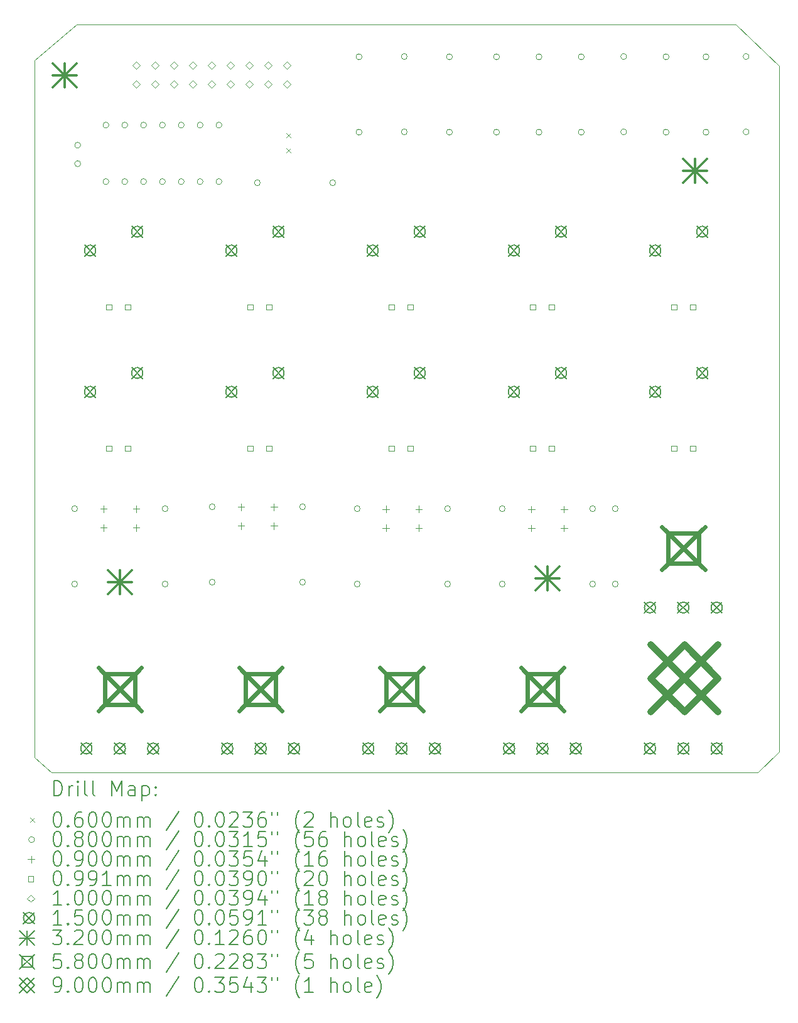
<source format=gbr>
%TF.GenerationSoftware,KiCad,Pcbnew,9.0.0*%
%TF.CreationDate,2025-06-15T15:41:05+02:00*%
%TF.ProjectId,8-bit computer_Keypad_Module_Right,382d6269-7420-4636-9f6d-70757465725f,rev?*%
%TF.SameCoordinates,Original*%
%TF.FileFunction,Drillmap*%
%TF.FilePolarity,Positive*%
%FSLAX45Y45*%
G04 Gerber Fmt 4.5, Leading zero omitted, Abs format (unit mm)*
G04 Created by KiCad (PCBNEW 9.0.0) date 2025-06-15 15:41:05*
%MOMM*%
%LPD*%
G01*
G04 APERTURE LIST*
%ADD10C,0.050000*%
%ADD11C,0.200000*%
%ADD12C,0.100000*%
%ADD13C,0.150000*%
%ADD14C,0.320000*%
%ADD15C,0.580000*%
%ADD16C,0.900000*%
G04 APERTURE END LIST*
D10*
X9140000Y-13634000D02*
X9140000Y-4830000D01*
X18891250Y-14097000D02*
X18700750Y-14097000D01*
X10210800Y-4013200D02*
X9956800Y-4013200D01*
X9140000Y-13895354D02*
X9366250Y-14097000D01*
X9956800Y-4013200D02*
X9702800Y-4013200D01*
X9140000Y-4830000D02*
X9140000Y-4498340D01*
X18592800Y-4013200D02*
X19177000Y-4572000D01*
X18700750Y-14097000D02*
X9429750Y-14097000D01*
X9140000Y-13634000D02*
X9140000Y-13895354D01*
X10210800Y-4013200D02*
X18592800Y-4013200D01*
X19177000Y-13817600D02*
X18891250Y-14097000D01*
X9140000Y-4498340D02*
X9702800Y-4013200D01*
X9366250Y-14097000D02*
X9429750Y-14097000D01*
X19177000Y-4572000D02*
X19177000Y-13817600D01*
D11*
D12*
X12530300Y-5481800D02*
X12590300Y-5541800D01*
X12590300Y-5481800D02*
X12530300Y-5541800D01*
X12530300Y-5681800D02*
X12590300Y-5741800D01*
X12590300Y-5681800D02*
X12530300Y-5741800D01*
X9717400Y-10541000D02*
G75*
G02*
X9637400Y-10541000I-40000J0D01*
G01*
X9637400Y-10541000D02*
G75*
G02*
X9717400Y-10541000I40000J0D01*
G01*
X9717400Y-11557000D02*
G75*
G02*
X9637400Y-11557000I-40000J0D01*
G01*
X9637400Y-11557000D02*
G75*
G02*
X9717400Y-11557000I40000J0D01*
G01*
X9758040Y-5640260D02*
G75*
G02*
X9678040Y-5640260I-40000J0D01*
G01*
X9678040Y-5640260D02*
G75*
G02*
X9758040Y-5640260I40000J0D01*
G01*
X9758040Y-5890260D02*
G75*
G02*
X9678040Y-5890260I-40000J0D01*
G01*
X9678040Y-5890260D02*
G75*
G02*
X9758040Y-5890260I40000J0D01*
G01*
X10139040Y-5369560D02*
G75*
G02*
X10059040Y-5369560I-40000J0D01*
G01*
X10059040Y-5369560D02*
G75*
G02*
X10139040Y-5369560I40000J0D01*
G01*
X10139040Y-6131560D02*
G75*
G02*
X10059040Y-6131560I-40000J0D01*
G01*
X10059040Y-6131560D02*
G75*
G02*
X10139040Y-6131560I40000J0D01*
G01*
X10393040Y-6131560D02*
G75*
G02*
X10313040Y-6131560I-40000J0D01*
G01*
X10313040Y-6131560D02*
G75*
G02*
X10393040Y-6131560I40000J0D01*
G01*
X10393040Y-5369560D02*
G75*
G02*
X10313040Y-5369560I-40000J0D01*
G01*
X10313040Y-5369560D02*
G75*
G02*
X10393040Y-5369560I40000J0D01*
G01*
X10647040Y-5369560D02*
G75*
G02*
X10567040Y-5369560I-40000J0D01*
G01*
X10567040Y-5369560D02*
G75*
G02*
X10647040Y-5369560I40000J0D01*
G01*
X10647040Y-6131560D02*
G75*
G02*
X10567040Y-6131560I-40000J0D01*
G01*
X10567040Y-6131560D02*
G75*
G02*
X10647040Y-6131560I40000J0D01*
G01*
X10901040Y-6131560D02*
G75*
G02*
X10821040Y-6131560I-40000J0D01*
G01*
X10821040Y-6131560D02*
G75*
G02*
X10901040Y-6131560I40000J0D01*
G01*
X10901040Y-5369560D02*
G75*
G02*
X10821040Y-5369560I-40000J0D01*
G01*
X10821040Y-5369560D02*
G75*
G02*
X10901040Y-5369560I40000J0D01*
G01*
X10936600Y-10541000D02*
G75*
G02*
X10856600Y-10541000I-40000J0D01*
G01*
X10856600Y-10541000D02*
G75*
G02*
X10936600Y-10541000I40000J0D01*
G01*
X10936600Y-11557000D02*
G75*
G02*
X10856600Y-11557000I-40000J0D01*
G01*
X10856600Y-11557000D02*
G75*
G02*
X10936600Y-11557000I40000J0D01*
G01*
X11155040Y-5369560D02*
G75*
G02*
X11075040Y-5369560I-40000J0D01*
G01*
X11075040Y-5369560D02*
G75*
G02*
X11155040Y-5369560I40000J0D01*
G01*
X11155040Y-6131560D02*
G75*
G02*
X11075040Y-6131560I-40000J0D01*
G01*
X11075040Y-6131560D02*
G75*
G02*
X11155040Y-6131560I40000J0D01*
G01*
X11409040Y-6131560D02*
G75*
G02*
X11329040Y-6131560I-40000J0D01*
G01*
X11329040Y-6131560D02*
G75*
G02*
X11409040Y-6131560I40000J0D01*
G01*
X11409040Y-5369560D02*
G75*
G02*
X11329040Y-5369560I-40000J0D01*
G01*
X11329040Y-5369560D02*
G75*
G02*
X11409040Y-5369560I40000J0D01*
G01*
X11571600Y-10515600D02*
G75*
G02*
X11491600Y-10515600I-40000J0D01*
G01*
X11491600Y-10515600D02*
G75*
G02*
X11571600Y-10515600I40000J0D01*
G01*
X11571600Y-11531600D02*
G75*
G02*
X11491600Y-11531600I-40000J0D01*
G01*
X11491600Y-11531600D02*
G75*
G02*
X11571600Y-11531600I40000J0D01*
G01*
X11663040Y-5369560D02*
G75*
G02*
X11583040Y-5369560I-40000J0D01*
G01*
X11583040Y-5369560D02*
G75*
G02*
X11663040Y-5369560I40000J0D01*
G01*
X11663040Y-6131560D02*
G75*
G02*
X11583040Y-6131560I-40000J0D01*
G01*
X11583040Y-6131560D02*
G75*
G02*
X11663040Y-6131560I40000J0D01*
G01*
X12181200Y-6146800D02*
G75*
G02*
X12101200Y-6146800I-40000J0D01*
G01*
X12101200Y-6146800D02*
G75*
G02*
X12181200Y-6146800I40000J0D01*
G01*
X12790800Y-10515600D02*
G75*
G02*
X12710800Y-10515600I-40000J0D01*
G01*
X12710800Y-10515600D02*
G75*
G02*
X12790800Y-10515600I40000J0D01*
G01*
X12790800Y-11531600D02*
G75*
G02*
X12710800Y-11531600I-40000J0D01*
G01*
X12710800Y-11531600D02*
G75*
G02*
X12790800Y-11531600I40000J0D01*
G01*
X13197200Y-6146800D02*
G75*
G02*
X13117200Y-6146800I-40000J0D01*
G01*
X13117200Y-6146800D02*
G75*
G02*
X13197200Y-6146800I40000J0D01*
G01*
X13527400Y-10541000D02*
G75*
G02*
X13447400Y-10541000I-40000J0D01*
G01*
X13447400Y-10541000D02*
G75*
G02*
X13527400Y-10541000I40000J0D01*
G01*
X13527400Y-11557000D02*
G75*
G02*
X13447400Y-11557000I-40000J0D01*
G01*
X13447400Y-11557000D02*
G75*
G02*
X13527400Y-11557000I40000J0D01*
G01*
X13552800Y-4449559D02*
G75*
G02*
X13472800Y-4449559I-40000J0D01*
G01*
X13472800Y-4449559D02*
G75*
G02*
X13552800Y-4449559I40000J0D01*
G01*
X13552800Y-5465559D02*
G75*
G02*
X13472800Y-5465559I-40000J0D01*
G01*
X13472800Y-5465559D02*
G75*
G02*
X13552800Y-5465559I40000J0D01*
G01*
X14162400Y-4445000D02*
G75*
G02*
X14082400Y-4445000I-40000J0D01*
G01*
X14082400Y-4445000D02*
G75*
G02*
X14162400Y-4445000I40000J0D01*
G01*
X14162400Y-5461000D02*
G75*
G02*
X14082400Y-5461000I-40000J0D01*
G01*
X14082400Y-5461000D02*
G75*
G02*
X14162400Y-5461000I40000J0D01*
G01*
X14746600Y-10541000D02*
G75*
G02*
X14666600Y-10541000I-40000J0D01*
G01*
X14666600Y-10541000D02*
G75*
G02*
X14746600Y-10541000I40000J0D01*
G01*
X14746600Y-11557000D02*
G75*
G02*
X14666600Y-11557000I-40000J0D01*
G01*
X14666600Y-11557000D02*
G75*
G02*
X14746600Y-11557000I40000J0D01*
G01*
X14772000Y-4449559D02*
G75*
G02*
X14692000Y-4449559I-40000J0D01*
G01*
X14692000Y-4449559D02*
G75*
G02*
X14772000Y-4449559I40000J0D01*
G01*
X14772000Y-5465559D02*
G75*
G02*
X14692000Y-5465559I-40000J0D01*
G01*
X14692000Y-5465559D02*
G75*
G02*
X14772000Y-5465559I40000J0D01*
G01*
X15407000Y-4449559D02*
G75*
G02*
X15327000Y-4449559I-40000J0D01*
G01*
X15327000Y-4449559D02*
G75*
G02*
X15407000Y-4449559I40000J0D01*
G01*
X15407000Y-5465559D02*
G75*
G02*
X15327000Y-5465559I-40000J0D01*
G01*
X15327000Y-5465559D02*
G75*
G02*
X15407000Y-5465559I40000J0D01*
G01*
X15483200Y-10541000D02*
G75*
G02*
X15403200Y-10541000I-40000J0D01*
G01*
X15403200Y-10541000D02*
G75*
G02*
X15483200Y-10541000I40000J0D01*
G01*
X15483200Y-11557000D02*
G75*
G02*
X15403200Y-11557000I-40000J0D01*
G01*
X15403200Y-11557000D02*
G75*
G02*
X15483200Y-11557000I40000J0D01*
G01*
X15978500Y-4449559D02*
G75*
G02*
X15898500Y-4449559I-40000J0D01*
G01*
X15898500Y-4449559D02*
G75*
G02*
X15978500Y-4449559I40000J0D01*
G01*
X15978500Y-5465559D02*
G75*
G02*
X15898500Y-5465559I-40000J0D01*
G01*
X15898500Y-5465559D02*
G75*
G02*
X15978500Y-5465559I40000J0D01*
G01*
X16550000Y-4449559D02*
G75*
G02*
X16470000Y-4449559I-40000J0D01*
G01*
X16470000Y-4449559D02*
G75*
G02*
X16550000Y-4449559I40000J0D01*
G01*
X16550000Y-5465559D02*
G75*
G02*
X16470000Y-5465559I-40000J0D01*
G01*
X16470000Y-5465559D02*
G75*
G02*
X16550000Y-5465559I40000J0D01*
G01*
X16702400Y-10541000D02*
G75*
G02*
X16622400Y-10541000I-40000J0D01*
G01*
X16622400Y-10541000D02*
G75*
G02*
X16702400Y-10541000I40000J0D01*
G01*
X16702400Y-11557000D02*
G75*
G02*
X16622400Y-11557000I-40000J0D01*
G01*
X16622400Y-11557000D02*
G75*
G02*
X16702400Y-11557000I40000J0D01*
G01*
X17007200Y-10541000D02*
G75*
G02*
X16927200Y-10541000I-40000J0D01*
G01*
X16927200Y-10541000D02*
G75*
G02*
X17007200Y-10541000I40000J0D01*
G01*
X17007200Y-11557000D02*
G75*
G02*
X16927200Y-11557000I-40000J0D01*
G01*
X16927200Y-11557000D02*
G75*
G02*
X17007200Y-11557000I40000J0D01*
G01*
X17121500Y-4445000D02*
G75*
G02*
X17041500Y-4445000I-40000J0D01*
G01*
X17041500Y-4445000D02*
G75*
G02*
X17121500Y-4445000I40000J0D01*
G01*
X17121500Y-5461000D02*
G75*
G02*
X17041500Y-5461000I-40000J0D01*
G01*
X17041500Y-5461000D02*
G75*
G02*
X17121500Y-5461000I40000J0D01*
G01*
X17693000Y-4449559D02*
G75*
G02*
X17613000Y-4449559I-40000J0D01*
G01*
X17613000Y-4449559D02*
G75*
G02*
X17693000Y-4449559I40000J0D01*
G01*
X17693000Y-5465559D02*
G75*
G02*
X17613000Y-5465559I-40000J0D01*
G01*
X17613000Y-5465559D02*
G75*
G02*
X17693000Y-5465559I40000J0D01*
G01*
X18231480Y-4449559D02*
G75*
G02*
X18151480Y-4449559I-40000J0D01*
G01*
X18151480Y-4449559D02*
G75*
G02*
X18231480Y-4449559I40000J0D01*
G01*
X18231480Y-5465559D02*
G75*
G02*
X18151480Y-5465559I-40000J0D01*
G01*
X18151480Y-5465559D02*
G75*
G02*
X18231480Y-5465559I40000J0D01*
G01*
X18772500Y-4445000D02*
G75*
G02*
X18692500Y-4445000I-40000J0D01*
G01*
X18692500Y-4445000D02*
G75*
G02*
X18772500Y-4445000I40000J0D01*
G01*
X18772500Y-5461000D02*
G75*
G02*
X18692500Y-5461000I-40000J0D01*
G01*
X18692500Y-5461000D02*
G75*
G02*
X18772500Y-5461000I40000J0D01*
G01*
X10066919Y-10499018D02*
X10066919Y-10589018D01*
X10021919Y-10544018D02*
X10111919Y-10544018D01*
X10066919Y-10753018D02*
X10066919Y-10843018D01*
X10021919Y-10798018D02*
X10111919Y-10798018D01*
X10508450Y-10499018D02*
X10508450Y-10589018D01*
X10463450Y-10544018D02*
X10553450Y-10544018D01*
X10508450Y-10753018D02*
X10508450Y-10843018D01*
X10463450Y-10798018D02*
X10553450Y-10798018D01*
X11920948Y-10474578D02*
X11920948Y-10564578D01*
X11875948Y-10519578D02*
X11965948Y-10519578D01*
X11920948Y-10728578D02*
X11920948Y-10818578D01*
X11875948Y-10773578D02*
X11965948Y-10773578D01*
X12365448Y-10474578D02*
X12365448Y-10564578D01*
X12320448Y-10519578D02*
X12410448Y-10519578D01*
X12365448Y-10728578D02*
X12365448Y-10818578D01*
X12320448Y-10773578D02*
X12410448Y-10773578D01*
X13876450Y-10502518D02*
X13876450Y-10592518D01*
X13831450Y-10547518D02*
X13921450Y-10547518D01*
X13876450Y-10756518D02*
X13876450Y-10846518D01*
X13831450Y-10801518D02*
X13921450Y-10801518D01*
X14318481Y-10502518D02*
X14318481Y-10592518D01*
X14273481Y-10547518D02*
X14363481Y-10547518D01*
X14318481Y-10756518D02*
X14318481Y-10846518D01*
X14273481Y-10801518D02*
X14363481Y-10801518D01*
X15837399Y-10505500D02*
X15837399Y-10595500D01*
X15792399Y-10550500D02*
X15882399Y-10550500D01*
X15837399Y-10759500D02*
X15837399Y-10849500D01*
X15792399Y-10804500D02*
X15882399Y-10804500D01*
X16278429Y-10505500D02*
X16278429Y-10595500D01*
X16233429Y-10550500D02*
X16323429Y-10550500D01*
X16278429Y-10759500D02*
X16278429Y-10849500D01*
X16233429Y-10804500D02*
X16323429Y-10804500D01*
X10175973Y-7858223D02*
X10175973Y-7788177D01*
X10105927Y-7788177D01*
X10105927Y-7858223D01*
X10175973Y-7858223D01*
X10175973Y-9763223D02*
X10175973Y-9693177D01*
X10105927Y-9693177D01*
X10105927Y-9763223D01*
X10175973Y-9763223D01*
X10429973Y-7858223D02*
X10429973Y-7788177D01*
X10359927Y-7788177D01*
X10359927Y-7858223D01*
X10429973Y-7858223D01*
X10429973Y-9763223D02*
X10429973Y-9693177D01*
X10359927Y-9693177D01*
X10359927Y-9763223D01*
X10429973Y-9763223D01*
X12080973Y-7858223D02*
X12080973Y-7788177D01*
X12010927Y-7788177D01*
X12010927Y-7858223D01*
X12080973Y-7858223D01*
X12080973Y-9763223D02*
X12080973Y-9693177D01*
X12010927Y-9693177D01*
X12010927Y-9763223D01*
X12080973Y-9763223D01*
X12334973Y-7858223D02*
X12334973Y-7788177D01*
X12264927Y-7788177D01*
X12264927Y-7858223D01*
X12334973Y-7858223D01*
X12334973Y-9763223D02*
X12334973Y-9693177D01*
X12264927Y-9693177D01*
X12264927Y-9763223D01*
X12334973Y-9763223D01*
X13985973Y-7858223D02*
X13985973Y-7788177D01*
X13915927Y-7788177D01*
X13915927Y-7858223D01*
X13985973Y-7858223D01*
X13985973Y-9763223D02*
X13985973Y-9693177D01*
X13915927Y-9693177D01*
X13915927Y-9763223D01*
X13985973Y-9763223D01*
X14239973Y-7858223D02*
X14239973Y-7788177D01*
X14169927Y-7788177D01*
X14169927Y-7858223D01*
X14239973Y-7858223D01*
X14239973Y-9763223D02*
X14239973Y-9693177D01*
X14169927Y-9693177D01*
X14169927Y-9763223D01*
X14239973Y-9763223D01*
X15890973Y-7858223D02*
X15890973Y-7788177D01*
X15820927Y-7788177D01*
X15820927Y-7858223D01*
X15890973Y-7858223D01*
X15890973Y-9763223D02*
X15890973Y-9693177D01*
X15820927Y-9693177D01*
X15820927Y-9763223D01*
X15890973Y-9763223D01*
X16144973Y-7858223D02*
X16144973Y-7788177D01*
X16074927Y-7788177D01*
X16074927Y-7858223D01*
X16144973Y-7858223D01*
X16144973Y-9763223D02*
X16144973Y-9693177D01*
X16074927Y-9693177D01*
X16074927Y-9763223D01*
X16144973Y-9763223D01*
X17795973Y-7858223D02*
X17795973Y-7788177D01*
X17725927Y-7788177D01*
X17725927Y-7858223D01*
X17795973Y-7858223D01*
X17795973Y-9763223D02*
X17795973Y-9693177D01*
X17725927Y-9693177D01*
X17725927Y-9763223D01*
X17795973Y-9763223D01*
X18049973Y-7858223D02*
X18049973Y-7788177D01*
X17979927Y-7788177D01*
X17979927Y-7858223D01*
X18049973Y-7858223D01*
X18049973Y-9763223D02*
X18049973Y-9693177D01*
X17979927Y-9693177D01*
X17979927Y-9763223D01*
X18049973Y-9763223D01*
X10510520Y-4616920D02*
X10560520Y-4566920D01*
X10510520Y-4516920D01*
X10460520Y-4566920D01*
X10510520Y-4616920D01*
X10510520Y-4870920D02*
X10560520Y-4820920D01*
X10510520Y-4770920D01*
X10460520Y-4820920D01*
X10510520Y-4870920D01*
X10764520Y-4870920D02*
X10814520Y-4820920D01*
X10764520Y-4770920D01*
X10714520Y-4820920D01*
X10764520Y-4870920D01*
X10764520Y-4616920D02*
X10814520Y-4566920D01*
X10764520Y-4516920D01*
X10714520Y-4566920D01*
X10764520Y-4616920D01*
X11018520Y-4616920D02*
X11068520Y-4566920D01*
X11018520Y-4516920D01*
X10968520Y-4566920D01*
X11018520Y-4616920D01*
X11018520Y-4870920D02*
X11068520Y-4820920D01*
X11018520Y-4770920D01*
X10968520Y-4820920D01*
X11018520Y-4870920D01*
X11272520Y-4870920D02*
X11322520Y-4820920D01*
X11272520Y-4770920D01*
X11222520Y-4820920D01*
X11272520Y-4870920D01*
X11272520Y-4616920D02*
X11322520Y-4566920D01*
X11272520Y-4516920D01*
X11222520Y-4566920D01*
X11272520Y-4616920D01*
X11526520Y-4616920D02*
X11576520Y-4566920D01*
X11526520Y-4516920D01*
X11476520Y-4566920D01*
X11526520Y-4616920D01*
X11526520Y-4870920D02*
X11576520Y-4820920D01*
X11526520Y-4770920D01*
X11476520Y-4820920D01*
X11526520Y-4870920D01*
X11780520Y-4870920D02*
X11830520Y-4820920D01*
X11780520Y-4770920D01*
X11730520Y-4820920D01*
X11780520Y-4870920D01*
X11780520Y-4616920D02*
X11830520Y-4566920D01*
X11780520Y-4516920D01*
X11730520Y-4566920D01*
X11780520Y-4616920D01*
X12034520Y-4616920D02*
X12084520Y-4566920D01*
X12034520Y-4516920D01*
X11984520Y-4566920D01*
X12034520Y-4616920D01*
X12034520Y-4870920D02*
X12084520Y-4820920D01*
X12034520Y-4770920D01*
X11984520Y-4820920D01*
X12034520Y-4870920D01*
X12288520Y-4870920D02*
X12338520Y-4820920D01*
X12288520Y-4770920D01*
X12238520Y-4820920D01*
X12288520Y-4870920D01*
X12288520Y-4616920D02*
X12338520Y-4566920D01*
X12288520Y-4516920D01*
X12238520Y-4566920D01*
X12288520Y-4616920D01*
X12542520Y-4616920D02*
X12592520Y-4566920D01*
X12542520Y-4516920D01*
X12492520Y-4566920D01*
X12542520Y-4616920D01*
X12542520Y-4870920D02*
X12592520Y-4820920D01*
X12542520Y-4770920D01*
X12492520Y-4820920D01*
X12542520Y-4870920D01*
D13*
X9761450Y-13699500D02*
X9911450Y-13849500D01*
X9911450Y-13699500D02*
X9761450Y-13849500D01*
X9911450Y-13774500D02*
G75*
G02*
X9761450Y-13774500I-75000J0D01*
G01*
X9761450Y-13774500D02*
G75*
G02*
X9911450Y-13774500I75000J0D01*
G01*
X9811950Y-6986200D02*
X9961950Y-7136200D01*
X9961950Y-6986200D02*
X9811950Y-7136200D01*
X9961950Y-7061200D02*
G75*
G02*
X9811950Y-7061200I-75000J0D01*
G01*
X9811950Y-7061200D02*
G75*
G02*
X9961950Y-7061200I75000J0D01*
G01*
X9811950Y-8891200D02*
X9961950Y-9041200D01*
X9961950Y-8891200D02*
X9811950Y-9041200D01*
X9961950Y-8966200D02*
G75*
G02*
X9811950Y-8966200I-75000J0D01*
G01*
X9811950Y-8966200D02*
G75*
G02*
X9961950Y-8966200I75000J0D01*
G01*
X10211450Y-13699500D02*
X10361450Y-13849500D01*
X10361450Y-13699500D02*
X10211450Y-13849500D01*
X10361450Y-13774500D02*
G75*
G02*
X10211450Y-13774500I-75000J0D01*
G01*
X10211450Y-13774500D02*
G75*
G02*
X10361450Y-13774500I75000J0D01*
G01*
X10446950Y-6732200D02*
X10596950Y-6882200D01*
X10596950Y-6732200D02*
X10446950Y-6882200D01*
X10596950Y-6807200D02*
G75*
G02*
X10446950Y-6807200I-75000J0D01*
G01*
X10446950Y-6807200D02*
G75*
G02*
X10596950Y-6807200I75000J0D01*
G01*
X10446950Y-8637200D02*
X10596950Y-8787200D01*
X10596950Y-8637200D02*
X10446950Y-8787200D01*
X10596950Y-8712200D02*
G75*
G02*
X10446950Y-8712200I-75000J0D01*
G01*
X10446950Y-8712200D02*
G75*
G02*
X10596950Y-8712200I75000J0D01*
G01*
X10661450Y-13699500D02*
X10811450Y-13849500D01*
X10811450Y-13699500D02*
X10661450Y-13849500D01*
X10811450Y-13774500D02*
G75*
G02*
X10661450Y-13774500I-75000J0D01*
G01*
X10661450Y-13774500D02*
G75*
G02*
X10811450Y-13774500I75000J0D01*
G01*
X11661450Y-13699500D02*
X11811450Y-13849500D01*
X11811450Y-13699500D02*
X11661450Y-13849500D01*
X11811450Y-13774500D02*
G75*
G02*
X11661450Y-13774500I-75000J0D01*
G01*
X11661450Y-13774500D02*
G75*
G02*
X11811450Y-13774500I75000J0D01*
G01*
X11716950Y-6986200D02*
X11866950Y-7136200D01*
X11866950Y-6986200D02*
X11716950Y-7136200D01*
X11866950Y-7061200D02*
G75*
G02*
X11716950Y-7061200I-75000J0D01*
G01*
X11716950Y-7061200D02*
G75*
G02*
X11866950Y-7061200I75000J0D01*
G01*
X11716950Y-8891200D02*
X11866950Y-9041200D01*
X11866950Y-8891200D02*
X11716950Y-9041200D01*
X11866950Y-8966200D02*
G75*
G02*
X11716950Y-8966200I-75000J0D01*
G01*
X11716950Y-8966200D02*
G75*
G02*
X11866950Y-8966200I75000J0D01*
G01*
X12111450Y-13699500D02*
X12261450Y-13849500D01*
X12261450Y-13699500D02*
X12111450Y-13849500D01*
X12261450Y-13774500D02*
G75*
G02*
X12111450Y-13774500I-75000J0D01*
G01*
X12111450Y-13774500D02*
G75*
G02*
X12261450Y-13774500I75000J0D01*
G01*
X12351950Y-6732200D02*
X12501950Y-6882200D01*
X12501950Y-6732200D02*
X12351950Y-6882200D01*
X12501950Y-6807200D02*
G75*
G02*
X12351950Y-6807200I-75000J0D01*
G01*
X12351950Y-6807200D02*
G75*
G02*
X12501950Y-6807200I75000J0D01*
G01*
X12351950Y-8637200D02*
X12501950Y-8787200D01*
X12501950Y-8637200D02*
X12351950Y-8787200D01*
X12501950Y-8712200D02*
G75*
G02*
X12351950Y-8712200I-75000J0D01*
G01*
X12351950Y-8712200D02*
G75*
G02*
X12501950Y-8712200I75000J0D01*
G01*
X12561450Y-13699500D02*
X12711450Y-13849500D01*
X12711450Y-13699500D02*
X12561450Y-13849500D01*
X12711450Y-13774500D02*
G75*
G02*
X12561450Y-13774500I-75000J0D01*
G01*
X12561450Y-13774500D02*
G75*
G02*
X12711450Y-13774500I75000J0D01*
G01*
X13561450Y-13699500D02*
X13711450Y-13849500D01*
X13711450Y-13699500D02*
X13561450Y-13849500D01*
X13711450Y-13774500D02*
G75*
G02*
X13561450Y-13774500I-75000J0D01*
G01*
X13561450Y-13774500D02*
G75*
G02*
X13711450Y-13774500I75000J0D01*
G01*
X13621950Y-6986200D02*
X13771950Y-7136200D01*
X13771950Y-6986200D02*
X13621950Y-7136200D01*
X13771950Y-7061200D02*
G75*
G02*
X13621950Y-7061200I-75000J0D01*
G01*
X13621950Y-7061200D02*
G75*
G02*
X13771950Y-7061200I75000J0D01*
G01*
X13621950Y-8891200D02*
X13771950Y-9041200D01*
X13771950Y-8891200D02*
X13621950Y-9041200D01*
X13771950Y-8966200D02*
G75*
G02*
X13621950Y-8966200I-75000J0D01*
G01*
X13621950Y-8966200D02*
G75*
G02*
X13771950Y-8966200I75000J0D01*
G01*
X14011450Y-13699500D02*
X14161450Y-13849500D01*
X14161450Y-13699500D02*
X14011450Y-13849500D01*
X14161450Y-13774500D02*
G75*
G02*
X14011450Y-13774500I-75000J0D01*
G01*
X14011450Y-13774500D02*
G75*
G02*
X14161450Y-13774500I75000J0D01*
G01*
X14256950Y-6732200D02*
X14406950Y-6882200D01*
X14406950Y-6732200D02*
X14256950Y-6882200D01*
X14406950Y-6807200D02*
G75*
G02*
X14256950Y-6807200I-75000J0D01*
G01*
X14256950Y-6807200D02*
G75*
G02*
X14406950Y-6807200I75000J0D01*
G01*
X14256950Y-8637200D02*
X14406950Y-8787200D01*
X14406950Y-8637200D02*
X14256950Y-8787200D01*
X14406950Y-8712200D02*
G75*
G02*
X14256950Y-8712200I-75000J0D01*
G01*
X14256950Y-8712200D02*
G75*
G02*
X14406950Y-8712200I75000J0D01*
G01*
X14461450Y-13699500D02*
X14611450Y-13849500D01*
X14611450Y-13699500D02*
X14461450Y-13849500D01*
X14611450Y-13774500D02*
G75*
G02*
X14461450Y-13774500I-75000J0D01*
G01*
X14461450Y-13774500D02*
G75*
G02*
X14611450Y-13774500I75000J0D01*
G01*
X15461450Y-13699500D02*
X15611450Y-13849500D01*
X15611450Y-13699500D02*
X15461450Y-13849500D01*
X15611450Y-13774500D02*
G75*
G02*
X15461450Y-13774500I-75000J0D01*
G01*
X15461450Y-13774500D02*
G75*
G02*
X15611450Y-13774500I75000J0D01*
G01*
X15526950Y-6986200D02*
X15676950Y-7136200D01*
X15676950Y-6986200D02*
X15526950Y-7136200D01*
X15676950Y-7061200D02*
G75*
G02*
X15526950Y-7061200I-75000J0D01*
G01*
X15526950Y-7061200D02*
G75*
G02*
X15676950Y-7061200I75000J0D01*
G01*
X15526950Y-8891200D02*
X15676950Y-9041200D01*
X15676950Y-8891200D02*
X15526950Y-9041200D01*
X15676950Y-8966200D02*
G75*
G02*
X15526950Y-8966200I-75000J0D01*
G01*
X15526950Y-8966200D02*
G75*
G02*
X15676950Y-8966200I75000J0D01*
G01*
X15911450Y-13699500D02*
X16061450Y-13849500D01*
X16061450Y-13699500D02*
X15911450Y-13849500D01*
X16061450Y-13774500D02*
G75*
G02*
X15911450Y-13774500I-75000J0D01*
G01*
X15911450Y-13774500D02*
G75*
G02*
X16061450Y-13774500I75000J0D01*
G01*
X16161950Y-6732200D02*
X16311950Y-6882200D01*
X16311950Y-6732200D02*
X16161950Y-6882200D01*
X16311950Y-6807200D02*
G75*
G02*
X16161950Y-6807200I-75000J0D01*
G01*
X16161950Y-6807200D02*
G75*
G02*
X16311950Y-6807200I75000J0D01*
G01*
X16161950Y-8637200D02*
X16311950Y-8787200D01*
X16311950Y-8637200D02*
X16161950Y-8787200D01*
X16311950Y-8712200D02*
G75*
G02*
X16161950Y-8712200I-75000J0D01*
G01*
X16161950Y-8712200D02*
G75*
G02*
X16311950Y-8712200I75000J0D01*
G01*
X16361450Y-13699500D02*
X16511450Y-13849500D01*
X16511450Y-13699500D02*
X16361450Y-13849500D01*
X16511450Y-13774500D02*
G75*
G02*
X16361450Y-13774500I-75000J0D01*
G01*
X16361450Y-13774500D02*
G75*
G02*
X16511450Y-13774500I75000J0D01*
G01*
X17360830Y-11799500D02*
X17510830Y-11949500D01*
X17510830Y-11799500D02*
X17360830Y-11949500D01*
X17510830Y-11874500D02*
G75*
G02*
X17360830Y-11874500I-75000J0D01*
G01*
X17360830Y-11874500D02*
G75*
G02*
X17510830Y-11874500I75000J0D01*
G01*
X17361680Y-13699300D02*
X17511680Y-13849300D01*
X17511680Y-13699300D02*
X17361680Y-13849300D01*
X17511680Y-13774300D02*
G75*
G02*
X17361680Y-13774300I-75000J0D01*
G01*
X17361680Y-13774300D02*
G75*
G02*
X17511680Y-13774300I75000J0D01*
G01*
X17431950Y-6986200D02*
X17581950Y-7136200D01*
X17581950Y-6986200D02*
X17431950Y-7136200D01*
X17581950Y-7061200D02*
G75*
G02*
X17431950Y-7061200I-75000J0D01*
G01*
X17431950Y-7061200D02*
G75*
G02*
X17581950Y-7061200I75000J0D01*
G01*
X17431950Y-8891200D02*
X17581950Y-9041200D01*
X17581950Y-8891200D02*
X17431950Y-9041200D01*
X17581950Y-8966200D02*
G75*
G02*
X17431950Y-8966200I-75000J0D01*
G01*
X17431950Y-8966200D02*
G75*
G02*
X17581950Y-8966200I75000J0D01*
G01*
X17810830Y-11799500D02*
X17960830Y-11949500D01*
X17960830Y-11799500D02*
X17810830Y-11949500D01*
X17960830Y-11874500D02*
G75*
G02*
X17810830Y-11874500I-75000J0D01*
G01*
X17810830Y-11874500D02*
G75*
G02*
X17960830Y-11874500I75000J0D01*
G01*
X17811680Y-13699300D02*
X17961680Y-13849300D01*
X17961680Y-13699300D02*
X17811680Y-13849300D01*
X17961680Y-13774300D02*
G75*
G02*
X17811680Y-13774300I-75000J0D01*
G01*
X17811680Y-13774300D02*
G75*
G02*
X17961680Y-13774300I75000J0D01*
G01*
X18066950Y-6732200D02*
X18216950Y-6882200D01*
X18216950Y-6732200D02*
X18066950Y-6882200D01*
X18216950Y-6807200D02*
G75*
G02*
X18066950Y-6807200I-75000J0D01*
G01*
X18066950Y-6807200D02*
G75*
G02*
X18216950Y-6807200I75000J0D01*
G01*
X18066950Y-8637200D02*
X18216950Y-8787200D01*
X18216950Y-8637200D02*
X18066950Y-8787200D01*
X18216950Y-8712200D02*
G75*
G02*
X18066950Y-8712200I-75000J0D01*
G01*
X18066950Y-8712200D02*
G75*
G02*
X18216950Y-8712200I75000J0D01*
G01*
X18260830Y-11799500D02*
X18410830Y-11949500D01*
X18410830Y-11799500D02*
X18260830Y-11949500D01*
X18410830Y-11874500D02*
G75*
G02*
X18260830Y-11874500I-75000J0D01*
G01*
X18260830Y-11874500D02*
G75*
G02*
X18410830Y-11874500I75000J0D01*
G01*
X18261680Y-13699300D02*
X18411680Y-13849300D01*
X18411680Y-13699300D02*
X18261680Y-13849300D01*
X18411680Y-13774300D02*
G75*
G02*
X18261680Y-13774300I-75000J0D01*
G01*
X18261680Y-13774300D02*
G75*
G02*
X18411680Y-13774300I75000J0D01*
G01*
D14*
X9382780Y-4536460D02*
X9702780Y-4856460D01*
X9702780Y-4536460D02*
X9382780Y-4856460D01*
X9542780Y-4536460D02*
X9542780Y-4856460D01*
X9382780Y-4696460D02*
X9702780Y-4696460D01*
X10127000Y-11371600D02*
X10447000Y-11691600D01*
X10447000Y-11371600D02*
X10127000Y-11691600D01*
X10287000Y-11371600D02*
X10287000Y-11691600D01*
X10127000Y-11531600D02*
X10447000Y-11531600D01*
X15892800Y-11320800D02*
X16212800Y-11640800D01*
X16212800Y-11320800D02*
X15892800Y-11640800D01*
X16052800Y-11320800D02*
X16052800Y-11640800D01*
X15892800Y-11480800D02*
X16212800Y-11480800D01*
X17884160Y-5824240D02*
X18204160Y-6144240D01*
X18204160Y-5824240D02*
X17884160Y-6144240D01*
X18044160Y-5824240D02*
X18044160Y-6144240D01*
X17884160Y-5984240D02*
X18204160Y-5984240D01*
D15*
X9996450Y-12684500D02*
X10576450Y-13264500D01*
X10576450Y-12684500D02*
X9996450Y-13264500D01*
X10491513Y-13179563D02*
X10491513Y-12769437D01*
X10081387Y-12769437D01*
X10081387Y-13179563D01*
X10491513Y-13179563D01*
X11896450Y-12684500D02*
X12476450Y-13264500D01*
X12476450Y-12684500D02*
X11896450Y-13264500D01*
X12391513Y-13179563D02*
X12391513Y-12769437D01*
X11981387Y-12769437D01*
X11981387Y-13179563D01*
X12391513Y-13179563D01*
X13796450Y-12684500D02*
X14376450Y-13264500D01*
X14376450Y-12684500D02*
X13796450Y-13264500D01*
X14291513Y-13179563D02*
X14291513Y-12769437D01*
X13881387Y-12769437D01*
X13881387Y-13179563D01*
X14291513Y-13179563D01*
X15696450Y-12684500D02*
X16276450Y-13264500D01*
X16276450Y-12684500D02*
X15696450Y-13264500D01*
X16191513Y-13179563D02*
X16191513Y-12769437D01*
X15781387Y-12769437D01*
X15781387Y-13179563D01*
X16191513Y-13179563D01*
X17595830Y-10784500D02*
X18175830Y-11364500D01*
X18175830Y-10784500D02*
X17595830Y-11364500D01*
X18090893Y-11279563D02*
X18090893Y-10869437D01*
X17680767Y-10869437D01*
X17680767Y-11279563D01*
X18090893Y-11279563D01*
D16*
X17446111Y-12374300D02*
X18346111Y-13274300D01*
X18346111Y-12374300D02*
X17446111Y-13274300D01*
X17896111Y-13274300D02*
X18346111Y-12824300D01*
X17896111Y-12374300D01*
X17446111Y-12824300D01*
X17896111Y-13274300D01*
D11*
X9398277Y-14410984D02*
X9398277Y-14210984D01*
X9398277Y-14210984D02*
X9445896Y-14210984D01*
X9445896Y-14210984D02*
X9474467Y-14220508D01*
X9474467Y-14220508D02*
X9493515Y-14239555D01*
X9493515Y-14239555D02*
X9503039Y-14258603D01*
X9503039Y-14258603D02*
X9512563Y-14296698D01*
X9512563Y-14296698D02*
X9512563Y-14325269D01*
X9512563Y-14325269D02*
X9503039Y-14363365D01*
X9503039Y-14363365D02*
X9493515Y-14382412D01*
X9493515Y-14382412D02*
X9474467Y-14401460D01*
X9474467Y-14401460D02*
X9445896Y-14410984D01*
X9445896Y-14410984D02*
X9398277Y-14410984D01*
X9598277Y-14410984D02*
X9598277Y-14277650D01*
X9598277Y-14315746D02*
X9607801Y-14296698D01*
X9607801Y-14296698D02*
X9617324Y-14287174D01*
X9617324Y-14287174D02*
X9636372Y-14277650D01*
X9636372Y-14277650D02*
X9655420Y-14277650D01*
X9722086Y-14410984D02*
X9722086Y-14277650D01*
X9722086Y-14210984D02*
X9712563Y-14220508D01*
X9712563Y-14220508D02*
X9722086Y-14230031D01*
X9722086Y-14230031D02*
X9731610Y-14220508D01*
X9731610Y-14220508D02*
X9722086Y-14210984D01*
X9722086Y-14210984D02*
X9722086Y-14230031D01*
X9845896Y-14410984D02*
X9826848Y-14401460D01*
X9826848Y-14401460D02*
X9817324Y-14382412D01*
X9817324Y-14382412D02*
X9817324Y-14210984D01*
X9950658Y-14410984D02*
X9931610Y-14401460D01*
X9931610Y-14401460D02*
X9922086Y-14382412D01*
X9922086Y-14382412D02*
X9922086Y-14210984D01*
X10179229Y-14410984D02*
X10179229Y-14210984D01*
X10179229Y-14210984D02*
X10245896Y-14353841D01*
X10245896Y-14353841D02*
X10312563Y-14210984D01*
X10312563Y-14210984D02*
X10312563Y-14410984D01*
X10493515Y-14410984D02*
X10493515Y-14306222D01*
X10493515Y-14306222D02*
X10483991Y-14287174D01*
X10483991Y-14287174D02*
X10464944Y-14277650D01*
X10464944Y-14277650D02*
X10426848Y-14277650D01*
X10426848Y-14277650D02*
X10407801Y-14287174D01*
X10493515Y-14401460D02*
X10474467Y-14410984D01*
X10474467Y-14410984D02*
X10426848Y-14410984D01*
X10426848Y-14410984D02*
X10407801Y-14401460D01*
X10407801Y-14401460D02*
X10398277Y-14382412D01*
X10398277Y-14382412D02*
X10398277Y-14363365D01*
X10398277Y-14363365D02*
X10407801Y-14344317D01*
X10407801Y-14344317D02*
X10426848Y-14334793D01*
X10426848Y-14334793D02*
X10474467Y-14334793D01*
X10474467Y-14334793D02*
X10493515Y-14325269D01*
X10588753Y-14277650D02*
X10588753Y-14477650D01*
X10588753Y-14287174D02*
X10607801Y-14277650D01*
X10607801Y-14277650D02*
X10645896Y-14277650D01*
X10645896Y-14277650D02*
X10664944Y-14287174D01*
X10664944Y-14287174D02*
X10674467Y-14296698D01*
X10674467Y-14296698D02*
X10683991Y-14315746D01*
X10683991Y-14315746D02*
X10683991Y-14372888D01*
X10683991Y-14372888D02*
X10674467Y-14391936D01*
X10674467Y-14391936D02*
X10664944Y-14401460D01*
X10664944Y-14401460D02*
X10645896Y-14410984D01*
X10645896Y-14410984D02*
X10607801Y-14410984D01*
X10607801Y-14410984D02*
X10588753Y-14401460D01*
X10769705Y-14391936D02*
X10779229Y-14401460D01*
X10779229Y-14401460D02*
X10769705Y-14410984D01*
X10769705Y-14410984D02*
X10760182Y-14401460D01*
X10760182Y-14401460D02*
X10769705Y-14391936D01*
X10769705Y-14391936D02*
X10769705Y-14410984D01*
X10769705Y-14287174D02*
X10779229Y-14296698D01*
X10779229Y-14296698D02*
X10769705Y-14306222D01*
X10769705Y-14306222D02*
X10760182Y-14296698D01*
X10760182Y-14296698D02*
X10769705Y-14287174D01*
X10769705Y-14287174D02*
X10769705Y-14306222D01*
D12*
X9077500Y-14709500D02*
X9137500Y-14769500D01*
X9137500Y-14709500D02*
X9077500Y-14769500D01*
D11*
X9436372Y-14630984D02*
X9455420Y-14630984D01*
X9455420Y-14630984D02*
X9474467Y-14640508D01*
X9474467Y-14640508D02*
X9483991Y-14650031D01*
X9483991Y-14650031D02*
X9493515Y-14669079D01*
X9493515Y-14669079D02*
X9503039Y-14707174D01*
X9503039Y-14707174D02*
X9503039Y-14754793D01*
X9503039Y-14754793D02*
X9493515Y-14792888D01*
X9493515Y-14792888D02*
X9483991Y-14811936D01*
X9483991Y-14811936D02*
X9474467Y-14821460D01*
X9474467Y-14821460D02*
X9455420Y-14830984D01*
X9455420Y-14830984D02*
X9436372Y-14830984D01*
X9436372Y-14830984D02*
X9417324Y-14821460D01*
X9417324Y-14821460D02*
X9407801Y-14811936D01*
X9407801Y-14811936D02*
X9398277Y-14792888D01*
X9398277Y-14792888D02*
X9388753Y-14754793D01*
X9388753Y-14754793D02*
X9388753Y-14707174D01*
X9388753Y-14707174D02*
X9398277Y-14669079D01*
X9398277Y-14669079D02*
X9407801Y-14650031D01*
X9407801Y-14650031D02*
X9417324Y-14640508D01*
X9417324Y-14640508D02*
X9436372Y-14630984D01*
X9588753Y-14811936D02*
X9598277Y-14821460D01*
X9598277Y-14821460D02*
X9588753Y-14830984D01*
X9588753Y-14830984D02*
X9579229Y-14821460D01*
X9579229Y-14821460D02*
X9588753Y-14811936D01*
X9588753Y-14811936D02*
X9588753Y-14830984D01*
X9769705Y-14630984D02*
X9731610Y-14630984D01*
X9731610Y-14630984D02*
X9712563Y-14640508D01*
X9712563Y-14640508D02*
X9703039Y-14650031D01*
X9703039Y-14650031D02*
X9683991Y-14678603D01*
X9683991Y-14678603D02*
X9674467Y-14716698D01*
X9674467Y-14716698D02*
X9674467Y-14792888D01*
X9674467Y-14792888D02*
X9683991Y-14811936D01*
X9683991Y-14811936D02*
X9693515Y-14821460D01*
X9693515Y-14821460D02*
X9712563Y-14830984D01*
X9712563Y-14830984D02*
X9750658Y-14830984D01*
X9750658Y-14830984D02*
X9769705Y-14821460D01*
X9769705Y-14821460D02*
X9779229Y-14811936D01*
X9779229Y-14811936D02*
X9788753Y-14792888D01*
X9788753Y-14792888D02*
X9788753Y-14745269D01*
X9788753Y-14745269D02*
X9779229Y-14726222D01*
X9779229Y-14726222D02*
X9769705Y-14716698D01*
X9769705Y-14716698D02*
X9750658Y-14707174D01*
X9750658Y-14707174D02*
X9712563Y-14707174D01*
X9712563Y-14707174D02*
X9693515Y-14716698D01*
X9693515Y-14716698D02*
X9683991Y-14726222D01*
X9683991Y-14726222D02*
X9674467Y-14745269D01*
X9912563Y-14630984D02*
X9931610Y-14630984D01*
X9931610Y-14630984D02*
X9950658Y-14640508D01*
X9950658Y-14640508D02*
X9960182Y-14650031D01*
X9960182Y-14650031D02*
X9969705Y-14669079D01*
X9969705Y-14669079D02*
X9979229Y-14707174D01*
X9979229Y-14707174D02*
X9979229Y-14754793D01*
X9979229Y-14754793D02*
X9969705Y-14792888D01*
X9969705Y-14792888D02*
X9960182Y-14811936D01*
X9960182Y-14811936D02*
X9950658Y-14821460D01*
X9950658Y-14821460D02*
X9931610Y-14830984D01*
X9931610Y-14830984D02*
X9912563Y-14830984D01*
X9912563Y-14830984D02*
X9893515Y-14821460D01*
X9893515Y-14821460D02*
X9883991Y-14811936D01*
X9883991Y-14811936D02*
X9874467Y-14792888D01*
X9874467Y-14792888D02*
X9864944Y-14754793D01*
X9864944Y-14754793D02*
X9864944Y-14707174D01*
X9864944Y-14707174D02*
X9874467Y-14669079D01*
X9874467Y-14669079D02*
X9883991Y-14650031D01*
X9883991Y-14650031D02*
X9893515Y-14640508D01*
X9893515Y-14640508D02*
X9912563Y-14630984D01*
X10103039Y-14630984D02*
X10122086Y-14630984D01*
X10122086Y-14630984D02*
X10141134Y-14640508D01*
X10141134Y-14640508D02*
X10150658Y-14650031D01*
X10150658Y-14650031D02*
X10160182Y-14669079D01*
X10160182Y-14669079D02*
X10169705Y-14707174D01*
X10169705Y-14707174D02*
X10169705Y-14754793D01*
X10169705Y-14754793D02*
X10160182Y-14792888D01*
X10160182Y-14792888D02*
X10150658Y-14811936D01*
X10150658Y-14811936D02*
X10141134Y-14821460D01*
X10141134Y-14821460D02*
X10122086Y-14830984D01*
X10122086Y-14830984D02*
X10103039Y-14830984D01*
X10103039Y-14830984D02*
X10083991Y-14821460D01*
X10083991Y-14821460D02*
X10074467Y-14811936D01*
X10074467Y-14811936D02*
X10064944Y-14792888D01*
X10064944Y-14792888D02*
X10055420Y-14754793D01*
X10055420Y-14754793D02*
X10055420Y-14707174D01*
X10055420Y-14707174D02*
X10064944Y-14669079D01*
X10064944Y-14669079D02*
X10074467Y-14650031D01*
X10074467Y-14650031D02*
X10083991Y-14640508D01*
X10083991Y-14640508D02*
X10103039Y-14630984D01*
X10255420Y-14830984D02*
X10255420Y-14697650D01*
X10255420Y-14716698D02*
X10264944Y-14707174D01*
X10264944Y-14707174D02*
X10283991Y-14697650D01*
X10283991Y-14697650D02*
X10312563Y-14697650D01*
X10312563Y-14697650D02*
X10331610Y-14707174D01*
X10331610Y-14707174D02*
X10341134Y-14726222D01*
X10341134Y-14726222D02*
X10341134Y-14830984D01*
X10341134Y-14726222D02*
X10350658Y-14707174D01*
X10350658Y-14707174D02*
X10369705Y-14697650D01*
X10369705Y-14697650D02*
X10398277Y-14697650D01*
X10398277Y-14697650D02*
X10417325Y-14707174D01*
X10417325Y-14707174D02*
X10426848Y-14726222D01*
X10426848Y-14726222D02*
X10426848Y-14830984D01*
X10522086Y-14830984D02*
X10522086Y-14697650D01*
X10522086Y-14716698D02*
X10531610Y-14707174D01*
X10531610Y-14707174D02*
X10550658Y-14697650D01*
X10550658Y-14697650D02*
X10579229Y-14697650D01*
X10579229Y-14697650D02*
X10598277Y-14707174D01*
X10598277Y-14707174D02*
X10607801Y-14726222D01*
X10607801Y-14726222D02*
X10607801Y-14830984D01*
X10607801Y-14726222D02*
X10617325Y-14707174D01*
X10617325Y-14707174D02*
X10636372Y-14697650D01*
X10636372Y-14697650D02*
X10664944Y-14697650D01*
X10664944Y-14697650D02*
X10683991Y-14707174D01*
X10683991Y-14707174D02*
X10693515Y-14726222D01*
X10693515Y-14726222D02*
X10693515Y-14830984D01*
X11083991Y-14621460D02*
X10912563Y-14878603D01*
X11341134Y-14630984D02*
X11360182Y-14630984D01*
X11360182Y-14630984D02*
X11379229Y-14640508D01*
X11379229Y-14640508D02*
X11388753Y-14650031D01*
X11388753Y-14650031D02*
X11398277Y-14669079D01*
X11398277Y-14669079D02*
X11407801Y-14707174D01*
X11407801Y-14707174D02*
X11407801Y-14754793D01*
X11407801Y-14754793D02*
X11398277Y-14792888D01*
X11398277Y-14792888D02*
X11388753Y-14811936D01*
X11388753Y-14811936D02*
X11379229Y-14821460D01*
X11379229Y-14821460D02*
X11360182Y-14830984D01*
X11360182Y-14830984D02*
X11341134Y-14830984D01*
X11341134Y-14830984D02*
X11322086Y-14821460D01*
X11322086Y-14821460D02*
X11312563Y-14811936D01*
X11312563Y-14811936D02*
X11303039Y-14792888D01*
X11303039Y-14792888D02*
X11293515Y-14754793D01*
X11293515Y-14754793D02*
X11293515Y-14707174D01*
X11293515Y-14707174D02*
X11303039Y-14669079D01*
X11303039Y-14669079D02*
X11312563Y-14650031D01*
X11312563Y-14650031D02*
X11322086Y-14640508D01*
X11322086Y-14640508D02*
X11341134Y-14630984D01*
X11493515Y-14811936D02*
X11503039Y-14821460D01*
X11503039Y-14821460D02*
X11493515Y-14830984D01*
X11493515Y-14830984D02*
X11483991Y-14821460D01*
X11483991Y-14821460D02*
X11493515Y-14811936D01*
X11493515Y-14811936D02*
X11493515Y-14830984D01*
X11626848Y-14630984D02*
X11645896Y-14630984D01*
X11645896Y-14630984D02*
X11664944Y-14640508D01*
X11664944Y-14640508D02*
X11674467Y-14650031D01*
X11674467Y-14650031D02*
X11683991Y-14669079D01*
X11683991Y-14669079D02*
X11693515Y-14707174D01*
X11693515Y-14707174D02*
X11693515Y-14754793D01*
X11693515Y-14754793D02*
X11683991Y-14792888D01*
X11683991Y-14792888D02*
X11674467Y-14811936D01*
X11674467Y-14811936D02*
X11664944Y-14821460D01*
X11664944Y-14821460D02*
X11645896Y-14830984D01*
X11645896Y-14830984D02*
X11626848Y-14830984D01*
X11626848Y-14830984D02*
X11607801Y-14821460D01*
X11607801Y-14821460D02*
X11598277Y-14811936D01*
X11598277Y-14811936D02*
X11588753Y-14792888D01*
X11588753Y-14792888D02*
X11579229Y-14754793D01*
X11579229Y-14754793D02*
X11579229Y-14707174D01*
X11579229Y-14707174D02*
X11588753Y-14669079D01*
X11588753Y-14669079D02*
X11598277Y-14650031D01*
X11598277Y-14650031D02*
X11607801Y-14640508D01*
X11607801Y-14640508D02*
X11626848Y-14630984D01*
X11769706Y-14650031D02*
X11779229Y-14640508D01*
X11779229Y-14640508D02*
X11798277Y-14630984D01*
X11798277Y-14630984D02*
X11845896Y-14630984D01*
X11845896Y-14630984D02*
X11864944Y-14640508D01*
X11864944Y-14640508D02*
X11874467Y-14650031D01*
X11874467Y-14650031D02*
X11883991Y-14669079D01*
X11883991Y-14669079D02*
X11883991Y-14688127D01*
X11883991Y-14688127D02*
X11874467Y-14716698D01*
X11874467Y-14716698D02*
X11760182Y-14830984D01*
X11760182Y-14830984D02*
X11883991Y-14830984D01*
X11950658Y-14630984D02*
X12074467Y-14630984D01*
X12074467Y-14630984D02*
X12007801Y-14707174D01*
X12007801Y-14707174D02*
X12036372Y-14707174D01*
X12036372Y-14707174D02*
X12055420Y-14716698D01*
X12055420Y-14716698D02*
X12064944Y-14726222D01*
X12064944Y-14726222D02*
X12074467Y-14745269D01*
X12074467Y-14745269D02*
X12074467Y-14792888D01*
X12074467Y-14792888D02*
X12064944Y-14811936D01*
X12064944Y-14811936D02*
X12055420Y-14821460D01*
X12055420Y-14821460D02*
X12036372Y-14830984D01*
X12036372Y-14830984D02*
X11979229Y-14830984D01*
X11979229Y-14830984D02*
X11960182Y-14821460D01*
X11960182Y-14821460D02*
X11950658Y-14811936D01*
X12245896Y-14630984D02*
X12207801Y-14630984D01*
X12207801Y-14630984D02*
X12188753Y-14640508D01*
X12188753Y-14640508D02*
X12179229Y-14650031D01*
X12179229Y-14650031D02*
X12160182Y-14678603D01*
X12160182Y-14678603D02*
X12150658Y-14716698D01*
X12150658Y-14716698D02*
X12150658Y-14792888D01*
X12150658Y-14792888D02*
X12160182Y-14811936D01*
X12160182Y-14811936D02*
X12169706Y-14821460D01*
X12169706Y-14821460D02*
X12188753Y-14830984D01*
X12188753Y-14830984D02*
X12226848Y-14830984D01*
X12226848Y-14830984D02*
X12245896Y-14821460D01*
X12245896Y-14821460D02*
X12255420Y-14811936D01*
X12255420Y-14811936D02*
X12264944Y-14792888D01*
X12264944Y-14792888D02*
X12264944Y-14745269D01*
X12264944Y-14745269D02*
X12255420Y-14726222D01*
X12255420Y-14726222D02*
X12245896Y-14716698D01*
X12245896Y-14716698D02*
X12226848Y-14707174D01*
X12226848Y-14707174D02*
X12188753Y-14707174D01*
X12188753Y-14707174D02*
X12169706Y-14716698D01*
X12169706Y-14716698D02*
X12160182Y-14726222D01*
X12160182Y-14726222D02*
X12150658Y-14745269D01*
X12341134Y-14630984D02*
X12341134Y-14669079D01*
X12417325Y-14630984D02*
X12417325Y-14669079D01*
X12712563Y-14907174D02*
X12703039Y-14897650D01*
X12703039Y-14897650D02*
X12683991Y-14869079D01*
X12683991Y-14869079D02*
X12674468Y-14850031D01*
X12674468Y-14850031D02*
X12664944Y-14821460D01*
X12664944Y-14821460D02*
X12655420Y-14773841D01*
X12655420Y-14773841D02*
X12655420Y-14735746D01*
X12655420Y-14735746D02*
X12664944Y-14688127D01*
X12664944Y-14688127D02*
X12674468Y-14659555D01*
X12674468Y-14659555D02*
X12683991Y-14640508D01*
X12683991Y-14640508D02*
X12703039Y-14611936D01*
X12703039Y-14611936D02*
X12712563Y-14602412D01*
X12779229Y-14650031D02*
X12788753Y-14640508D01*
X12788753Y-14640508D02*
X12807801Y-14630984D01*
X12807801Y-14630984D02*
X12855420Y-14630984D01*
X12855420Y-14630984D02*
X12874468Y-14640508D01*
X12874468Y-14640508D02*
X12883991Y-14650031D01*
X12883991Y-14650031D02*
X12893515Y-14669079D01*
X12893515Y-14669079D02*
X12893515Y-14688127D01*
X12893515Y-14688127D02*
X12883991Y-14716698D01*
X12883991Y-14716698D02*
X12769706Y-14830984D01*
X12769706Y-14830984D02*
X12893515Y-14830984D01*
X13131610Y-14830984D02*
X13131610Y-14630984D01*
X13217325Y-14830984D02*
X13217325Y-14726222D01*
X13217325Y-14726222D02*
X13207801Y-14707174D01*
X13207801Y-14707174D02*
X13188753Y-14697650D01*
X13188753Y-14697650D02*
X13160182Y-14697650D01*
X13160182Y-14697650D02*
X13141134Y-14707174D01*
X13141134Y-14707174D02*
X13131610Y-14716698D01*
X13341134Y-14830984D02*
X13322087Y-14821460D01*
X13322087Y-14821460D02*
X13312563Y-14811936D01*
X13312563Y-14811936D02*
X13303039Y-14792888D01*
X13303039Y-14792888D02*
X13303039Y-14735746D01*
X13303039Y-14735746D02*
X13312563Y-14716698D01*
X13312563Y-14716698D02*
X13322087Y-14707174D01*
X13322087Y-14707174D02*
X13341134Y-14697650D01*
X13341134Y-14697650D02*
X13369706Y-14697650D01*
X13369706Y-14697650D02*
X13388753Y-14707174D01*
X13388753Y-14707174D02*
X13398277Y-14716698D01*
X13398277Y-14716698D02*
X13407801Y-14735746D01*
X13407801Y-14735746D02*
X13407801Y-14792888D01*
X13407801Y-14792888D02*
X13398277Y-14811936D01*
X13398277Y-14811936D02*
X13388753Y-14821460D01*
X13388753Y-14821460D02*
X13369706Y-14830984D01*
X13369706Y-14830984D02*
X13341134Y-14830984D01*
X13522087Y-14830984D02*
X13503039Y-14821460D01*
X13503039Y-14821460D02*
X13493515Y-14802412D01*
X13493515Y-14802412D02*
X13493515Y-14630984D01*
X13674468Y-14821460D02*
X13655420Y-14830984D01*
X13655420Y-14830984D02*
X13617325Y-14830984D01*
X13617325Y-14830984D02*
X13598277Y-14821460D01*
X13598277Y-14821460D02*
X13588753Y-14802412D01*
X13588753Y-14802412D02*
X13588753Y-14726222D01*
X13588753Y-14726222D02*
X13598277Y-14707174D01*
X13598277Y-14707174D02*
X13617325Y-14697650D01*
X13617325Y-14697650D02*
X13655420Y-14697650D01*
X13655420Y-14697650D02*
X13674468Y-14707174D01*
X13674468Y-14707174D02*
X13683991Y-14726222D01*
X13683991Y-14726222D02*
X13683991Y-14745269D01*
X13683991Y-14745269D02*
X13588753Y-14764317D01*
X13760182Y-14821460D02*
X13779230Y-14830984D01*
X13779230Y-14830984D02*
X13817325Y-14830984D01*
X13817325Y-14830984D02*
X13836372Y-14821460D01*
X13836372Y-14821460D02*
X13845896Y-14802412D01*
X13845896Y-14802412D02*
X13845896Y-14792888D01*
X13845896Y-14792888D02*
X13836372Y-14773841D01*
X13836372Y-14773841D02*
X13817325Y-14764317D01*
X13817325Y-14764317D02*
X13788753Y-14764317D01*
X13788753Y-14764317D02*
X13769706Y-14754793D01*
X13769706Y-14754793D02*
X13760182Y-14735746D01*
X13760182Y-14735746D02*
X13760182Y-14726222D01*
X13760182Y-14726222D02*
X13769706Y-14707174D01*
X13769706Y-14707174D02*
X13788753Y-14697650D01*
X13788753Y-14697650D02*
X13817325Y-14697650D01*
X13817325Y-14697650D02*
X13836372Y-14707174D01*
X13912563Y-14907174D02*
X13922087Y-14897650D01*
X13922087Y-14897650D02*
X13941134Y-14869079D01*
X13941134Y-14869079D02*
X13950658Y-14850031D01*
X13950658Y-14850031D02*
X13960182Y-14821460D01*
X13960182Y-14821460D02*
X13969706Y-14773841D01*
X13969706Y-14773841D02*
X13969706Y-14735746D01*
X13969706Y-14735746D02*
X13960182Y-14688127D01*
X13960182Y-14688127D02*
X13950658Y-14659555D01*
X13950658Y-14659555D02*
X13941134Y-14640508D01*
X13941134Y-14640508D02*
X13922087Y-14611936D01*
X13922087Y-14611936D02*
X13912563Y-14602412D01*
D12*
X9137500Y-15003500D02*
G75*
G02*
X9057500Y-15003500I-40000J0D01*
G01*
X9057500Y-15003500D02*
G75*
G02*
X9137500Y-15003500I40000J0D01*
G01*
D11*
X9436372Y-14894984D02*
X9455420Y-14894984D01*
X9455420Y-14894984D02*
X9474467Y-14904508D01*
X9474467Y-14904508D02*
X9483991Y-14914031D01*
X9483991Y-14914031D02*
X9493515Y-14933079D01*
X9493515Y-14933079D02*
X9503039Y-14971174D01*
X9503039Y-14971174D02*
X9503039Y-15018793D01*
X9503039Y-15018793D02*
X9493515Y-15056888D01*
X9493515Y-15056888D02*
X9483991Y-15075936D01*
X9483991Y-15075936D02*
X9474467Y-15085460D01*
X9474467Y-15085460D02*
X9455420Y-15094984D01*
X9455420Y-15094984D02*
X9436372Y-15094984D01*
X9436372Y-15094984D02*
X9417324Y-15085460D01*
X9417324Y-15085460D02*
X9407801Y-15075936D01*
X9407801Y-15075936D02*
X9398277Y-15056888D01*
X9398277Y-15056888D02*
X9388753Y-15018793D01*
X9388753Y-15018793D02*
X9388753Y-14971174D01*
X9388753Y-14971174D02*
X9398277Y-14933079D01*
X9398277Y-14933079D02*
X9407801Y-14914031D01*
X9407801Y-14914031D02*
X9417324Y-14904508D01*
X9417324Y-14904508D02*
X9436372Y-14894984D01*
X9588753Y-15075936D02*
X9598277Y-15085460D01*
X9598277Y-15085460D02*
X9588753Y-15094984D01*
X9588753Y-15094984D02*
X9579229Y-15085460D01*
X9579229Y-15085460D02*
X9588753Y-15075936D01*
X9588753Y-15075936D02*
X9588753Y-15094984D01*
X9712563Y-14980698D02*
X9693515Y-14971174D01*
X9693515Y-14971174D02*
X9683991Y-14961650D01*
X9683991Y-14961650D02*
X9674467Y-14942603D01*
X9674467Y-14942603D02*
X9674467Y-14933079D01*
X9674467Y-14933079D02*
X9683991Y-14914031D01*
X9683991Y-14914031D02*
X9693515Y-14904508D01*
X9693515Y-14904508D02*
X9712563Y-14894984D01*
X9712563Y-14894984D02*
X9750658Y-14894984D01*
X9750658Y-14894984D02*
X9769705Y-14904508D01*
X9769705Y-14904508D02*
X9779229Y-14914031D01*
X9779229Y-14914031D02*
X9788753Y-14933079D01*
X9788753Y-14933079D02*
X9788753Y-14942603D01*
X9788753Y-14942603D02*
X9779229Y-14961650D01*
X9779229Y-14961650D02*
X9769705Y-14971174D01*
X9769705Y-14971174D02*
X9750658Y-14980698D01*
X9750658Y-14980698D02*
X9712563Y-14980698D01*
X9712563Y-14980698D02*
X9693515Y-14990222D01*
X9693515Y-14990222D02*
X9683991Y-14999746D01*
X9683991Y-14999746D02*
X9674467Y-15018793D01*
X9674467Y-15018793D02*
X9674467Y-15056888D01*
X9674467Y-15056888D02*
X9683991Y-15075936D01*
X9683991Y-15075936D02*
X9693515Y-15085460D01*
X9693515Y-15085460D02*
X9712563Y-15094984D01*
X9712563Y-15094984D02*
X9750658Y-15094984D01*
X9750658Y-15094984D02*
X9769705Y-15085460D01*
X9769705Y-15085460D02*
X9779229Y-15075936D01*
X9779229Y-15075936D02*
X9788753Y-15056888D01*
X9788753Y-15056888D02*
X9788753Y-15018793D01*
X9788753Y-15018793D02*
X9779229Y-14999746D01*
X9779229Y-14999746D02*
X9769705Y-14990222D01*
X9769705Y-14990222D02*
X9750658Y-14980698D01*
X9912563Y-14894984D02*
X9931610Y-14894984D01*
X9931610Y-14894984D02*
X9950658Y-14904508D01*
X9950658Y-14904508D02*
X9960182Y-14914031D01*
X9960182Y-14914031D02*
X9969705Y-14933079D01*
X9969705Y-14933079D02*
X9979229Y-14971174D01*
X9979229Y-14971174D02*
X9979229Y-15018793D01*
X9979229Y-15018793D02*
X9969705Y-15056888D01*
X9969705Y-15056888D02*
X9960182Y-15075936D01*
X9960182Y-15075936D02*
X9950658Y-15085460D01*
X9950658Y-15085460D02*
X9931610Y-15094984D01*
X9931610Y-15094984D02*
X9912563Y-15094984D01*
X9912563Y-15094984D02*
X9893515Y-15085460D01*
X9893515Y-15085460D02*
X9883991Y-15075936D01*
X9883991Y-15075936D02*
X9874467Y-15056888D01*
X9874467Y-15056888D02*
X9864944Y-15018793D01*
X9864944Y-15018793D02*
X9864944Y-14971174D01*
X9864944Y-14971174D02*
X9874467Y-14933079D01*
X9874467Y-14933079D02*
X9883991Y-14914031D01*
X9883991Y-14914031D02*
X9893515Y-14904508D01*
X9893515Y-14904508D02*
X9912563Y-14894984D01*
X10103039Y-14894984D02*
X10122086Y-14894984D01*
X10122086Y-14894984D02*
X10141134Y-14904508D01*
X10141134Y-14904508D02*
X10150658Y-14914031D01*
X10150658Y-14914031D02*
X10160182Y-14933079D01*
X10160182Y-14933079D02*
X10169705Y-14971174D01*
X10169705Y-14971174D02*
X10169705Y-15018793D01*
X10169705Y-15018793D02*
X10160182Y-15056888D01*
X10160182Y-15056888D02*
X10150658Y-15075936D01*
X10150658Y-15075936D02*
X10141134Y-15085460D01*
X10141134Y-15085460D02*
X10122086Y-15094984D01*
X10122086Y-15094984D02*
X10103039Y-15094984D01*
X10103039Y-15094984D02*
X10083991Y-15085460D01*
X10083991Y-15085460D02*
X10074467Y-15075936D01*
X10074467Y-15075936D02*
X10064944Y-15056888D01*
X10064944Y-15056888D02*
X10055420Y-15018793D01*
X10055420Y-15018793D02*
X10055420Y-14971174D01*
X10055420Y-14971174D02*
X10064944Y-14933079D01*
X10064944Y-14933079D02*
X10074467Y-14914031D01*
X10074467Y-14914031D02*
X10083991Y-14904508D01*
X10083991Y-14904508D02*
X10103039Y-14894984D01*
X10255420Y-15094984D02*
X10255420Y-14961650D01*
X10255420Y-14980698D02*
X10264944Y-14971174D01*
X10264944Y-14971174D02*
X10283991Y-14961650D01*
X10283991Y-14961650D02*
X10312563Y-14961650D01*
X10312563Y-14961650D02*
X10331610Y-14971174D01*
X10331610Y-14971174D02*
X10341134Y-14990222D01*
X10341134Y-14990222D02*
X10341134Y-15094984D01*
X10341134Y-14990222D02*
X10350658Y-14971174D01*
X10350658Y-14971174D02*
X10369705Y-14961650D01*
X10369705Y-14961650D02*
X10398277Y-14961650D01*
X10398277Y-14961650D02*
X10417325Y-14971174D01*
X10417325Y-14971174D02*
X10426848Y-14990222D01*
X10426848Y-14990222D02*
X10426848Y-15094984D01*
X10522086Y-15094984D02*
X10522086Y-14961650D01*
X10522086Y-14980698D02*
X10531610Y-14971174D01*
X10531610Y-14971174D02*
X10550658Y-14961650D01*
X10550658Y-14961650D02*
X10579229Y-14961650D01*
X10579229Y-14961650D02*
X10598277Y-14971174D01*
X10598277Y-14971174D02*
X10607801Y-14990222D01*
X10607801Y-14990222D02*
X10607801Y-15094984D01*
X10607801Y-14990222D02*
X10617325Y-14971174D01*
X10617325Y-14971174D02*
X10636372Y-14961650D01*
X10636372Y-14961650D02*
X10664944Y-14961650D01*
X10664944Y-14961650D02*
X10683991Y-14971174D01*
X10683991Y-14971174D02*
X10693515Y-14990222D01*
X10693515Y-14990222D02*
X10693515Y-15094984D01*
X11083991Y-14885460D02*
X10912563Y-15142603D01*
X11341134Y-14894984D02*
X11360182Y-14894984D01*
X11360182Y-14894984D02*
X11379229Y-14904508D01*
X11379229Y-14904508D02*
X11388753Y-14914031D01*
X11388753Y-14914031D02*
X11398277Y-14933079D01*
X11398277Y-14933079D02*
X11407801Y-14971174D01*
X11407801Y-14971174D02*
X11407801Y-15018793D01*
X11407801Y-15018793D02*
X11398277Y-15056888D01*
X11398277Y-15056888D02*
X11388753Y-15075936D01*
X11388753Y-15075936D02*
X11379229Y-15085460D01*
X11379229Y-15085460D02*
X11360182Y-15094984D01*
X11360182Y-15094984D02*
X11341134Y-15094984D01*
X11341134Y-15094984D02*
X11322086Y-15085460D01*
X11322086Y-15085460D02*
X11312563Y-15075936D01*
X11312563Y-15075936D02*
X11303039Y-15056888D01*
X11303039Y-15056888D02*
X11293515Y-15018793D01*
X11293515Y-15018793D02*
X11293515Y-14971174D01*
X11293515Y-14971174D02*
X11303039Y-14933079D01*
X11303039Y-14933079D02*
X11312563Y-14914031D01*
X11312563Y-14914031D02*
X11322086Y-14904508D01*
X11322086Y-14904508D02*
X11341134Y-14894984D01*
X11493515Y-15075936D02*
X11503039Y-15085460D01*
X11503039Y-15085460D02*
X11493515Y-15094984D01*
X11493515Y-15094984D02*
X11483991Y-15085460D01*
X11483991Y-15085460D02*
X11493515Y-15075936D01*
X11493515Y-15075936D02*
X11493515Y-15094984D01*
X11626848Y-14894984D02*
X11645896Y-14894984D01*
X11645896Y-14894984D02*
X11664944Y-14904508D01*
X11664944Y-14904508D02*
X11674467Y-14914031D01*
X11674467Y-14914031D02*
X11683991Y-14933079D01*
X11683991Y-14933079D02*
X11693515Y-14971174D01*
X11693515Y-14971174D02*
X11693515Y-15018793D01*
X11693515Y-15018793D02*
X11683991Y-15056888D01*
X11683991Y-15056888D02*
X11674467Y-15075936D01*
X11674467Y-15075936D02*
X11664944Y-15085460D01*
X11664944Y-15085460D02*
X11645896Y-15094984D01*
X11645896Y-15094984D02*
X11626848Y-15094984D01*
X11626848Y-15094984D02*
X11607801Y-15085460D01*
X11607801Y-15085460D02*
X11598277Y-15075936D01*
X11598277Y-15075936D02*
X11588753Y-15056888D01*
X11588753Y-15056888D02*
X11579229Y-15018793D01*
X11579229Y-15018793D02*
X11579229Y-14971174D01*
X11579229Y-14971174D02*
X11588753Y-14933079D01*
X11588753Y-14933079D02*
X11598277Y-14914031D01*
X11598277Y-14914031D02*
X11607801Y-14904508D01*
X11607801Y-14904508D02*
X11626848Y-14894984D01*
X11760182Y-14894984D02*
X11883991Y-14894984D01*
X11883991Y-14894984D02*
X11817325Y-14971174D01*
X11817325Y-14971174D02*
X11845896Y-14971174D01*
X11845896Y-14971174D02*
X11864944Y-14980698D01*
X11864944Y-14980698D02*
X11874467Y-14990222D01*
X11874467Y-14990222D02*
X11883991Y-15009269D01*
X11883991Y-15009269D02*
X11883991Y-15056888D01*
X11883991Y-15056888D02*
X11874467Y-15075936D01*
X11874467Y-15075936D02*
X11864944Y-15085460D01*
X11864944Y-15085460D02*
X11845896Y-15094984D01*
X11845896Y-15094984D02*
X11788753Y-15094984D01*
X11788753Y-15094984D02*
X11769706Y-15085460D01*
X11769706Y-15085460D02*
X11760182Y-15075936D01*
X12074467Y-15094984D02*
X11960182Y-15094984D01*
X12017325Y-15094984D02*
X12017325Y-14894984D01*
X12017325Y-14894984D02*
X11998277Y-14923555D01*
X11998277Y-14923555D02*
X11979229Y-14942603D01*
X11979229Y-14942603D02*
X11960182Y-14952127D01*
X12255420Y-14894984D02*
X12160182Y-14894984D01*
X12160182Y-14894984D02*
X12150658Y-14990222D01*
X12150658Y-14990222D02*
X12160182Y-14980698D01*
X12160182Y-14980698D02*
X12179229Y-14971174D01*
X12179229Y-14971174D02*
X12226848Y-14971174D01*
X12226848Y-14971174D02*
X12245896Y-14980698D01*
X12245896Y-14980698D02*
X12255420Y-14990222D01*
X12255420Y-14990222D02*
X12264944Y-15009269D01*
X12264944Y-15009269D02*
X12264944Y-15056888D01*
X12264944Y-15056888D02*
X12255420Y-15075936D01*
X12255420Y-15075936D02*
X12245896Y-15085460D01*
X12245896Y-15085460D02*
X12226848Y-15094984D01*
X12226848Y-15094984D02*
X12179229Y-15094984D01*
X12179229Y-15094984D02*
X12160182Y-15085460D01*
X12160182Y-15085460D02*
X12150658Y-15075936D01*
X12341134Y-14894984D02*
X12341134Y-14933079D01*
X12417325Y-14894984D02*
X12417325Y-14933079D01*
X12712563Y-15171174D02*
X12703039Y-15161650D01*
X12703039Y-15161650D02*
X12683991Y-15133079D01*
X12683991Y-15133079D02*
X12674468Y-15114031D01*
X12674468Y-15114031D02*
X12664944Y-15085460D01*
X12664944Y-15085460D02*
X12655420Y-15037841D01*
X12655420Y-15037841D02*
X12655420Y-14999746D01*
X12655420Y-14999746D02*
X12664944Y-14952127D01*
X12664944Y-14952127D02*
X12674468Y-14923555D01*
X12674468Y-14923555D02*
X12683991Y-14904508D01*
X12683991Y-14904508D02*
X12703039Y-14875936D01*
X12703039Y-14875936D02*
X12712563Y-14866412D01*
X12883991Y-14894984D02*
X12788753Y-14894984D01*
X12788753Y-14894984D02*
X12779229Y-14990222D01*
X12779229Y-14990222D02*
X12788753Y-14980698D01*
X12788753Y-14980698D02*
X12807801Y-14971174D01*
X12807801Y-14971174D02*
X12855420Y-14971174D01*
X12855420Y-14971174D02*
X12874468Y-14980698D01*
X12874468Y-14980698D02*
X12883991Y-14990222D01*
X12883991Y-14990222D02*
X12893515Y-15009269D01*
X12893515Y-15009269D02*
X12893515Y-15056888D01*
X12893515Y-15056888D02*
X12883991Y-15075936D01*
X12883991Y-15075936D02*
X12874468Y-15085460D01*
X12874468Y-15085460D02*
X12855420Y-15094984D01*
X12855420Y-15094984D02*
X12807801Y-15094984D01*
X12807801Y-15094984D02*
X12788753Y-15085460D01*
X12788753Y-15085460D02*
X12779229Y-15075936D01*
X13064944Y-14894984D02*
X13026848Y-14894984D01*
X13026848Y-14894984D02*
X13007801Y-14904508D01*
X13007801Y-14904508D02*
X12998277Y-14914031D01*
X12998277Y-14914031D02*
X12979229Y-14942603D01*
X12979229Y-14942603D02*
X12969706Y-14980698D01*
X12969706Y-14980698D02*
X12969706Y-15056888D01*
X12969706Y-15056888D02*
X12979229Y-15075936D01*
X12979229Y-15075936D02*
X12988753Y-15085460D01*
X12988753Y-15085460D02*
X13007801Y-15094984D01*
X13007801Y-15094984D02*
X13045896Y-15094984D01*
X13045896Y-15094984D02*
X13064944Y-15085460D01*
X13064944Y-15085460D02*
X13074468Y-15075936D01*
X13074468Y-15075936D02*
X13083991Y-15056888D01*
X13083991Y-15056888D02*
X13083991Y-15009269D01*
X13083991Y-15009269D02*
X13074468Y-14990222D01*
X13074468Y-14990222D02*
X13064944Y-14980698D01*
X13064944Y-14980698D02*
X13045896Y-14971174D01*
X13045896Y-14971174D02*
X13007801Y-14971174D01*
X13007801Y-14971174D02*
X12988753Y-14980698D01*
X12988753Y-14980698D02*
X12979229Y-14990222D01*
X12979229Y-14990222D02*
X12969706Y-15009269D01*
X13322087Y-15094984D02*
X13322087Y-14894984D01*
X13407801Y-15094984D02*
X13407801Y-14990222D01*
X13407801Y-14990222D02*
X13398277Y-14971174D01*
X13398277Y-14971174D02*
X13379230Y-14961650D01*
X13379230Y-14961650D02*
X13350658Y-14961650D01*
X13350658Y-14961650D02*
X13331610Y-14971174D01*
X13331610Y-14971174D02*
X13322087Y-14980698D01*
X13531610Y-15094984D02*
X13512563Y-15085460D01*
X13512563Y-15085460D02*
X13503039Y-15075936D01*
X13503039Y-15075936D02*
X13493515Y-15056888D01*
X13493515Y-15056888D02*
X13493515Y-14999746D01*
X13493515Y-14999746D02*
X13503039Y-14980698D01*
X13503039Y-14980698D02*
X13512563Y-14971174D01*
X13512563Y-14971174D02*
X13531610Y-14961650D01*
X13531610Y-14961650D02*
X13560182Y-14961650D01*
X13560182Y-14961650D02*
X13579230Y-14971174D01*
X13579230Y-14971174D02*
X13588753Y-14980698D01*
X13588753Y-14980698D02*
X13598277Y-14999746D01*
X13598277Y-14999746D02*
X13598277Y-15056888D01*
X13598277Y-15056888D02*
X13588753Y-15075936D01*
X13588753Y-15075936D02*
X13579230Y-15085460D01*
X13579230Y-15085460D02*
X13560182Y-15094984D01*
X13560182Y-15094984D02*
X13531610Y-15094984D01*
X13712563Y-15094984D02*
X13693515Y-15085460D01*
X13693515Y-15085460D02*
X13683991Y-15066412D01*
X13683991Y-15066412D02*
X13683991Y-14894984D01*
X13864944Y-15085460D02*
X13845896Y-15094984D01*
X13845896Y-15094984D02*
X13807801Y-15094984D01*
X13807801Y-15094984D02*
X13788753Y-15085460D01*
X13788753Y-15085460D02*
X13779230Y-15066412D01*
X13779230Y-15066412D02*
X13779230Y-14990222D01*
X13779230Y-14990222D02*
X13788753Y-14971174D01*
X13788753Y-14971174D02*
X13807801Y-14961650D01*
X13807801Y-14961650D02*
X13845896Y-14961650D01*
X13845896Y-14961650D02*
X13864944Y-14971174D01*
X13864944Y-14971174D02*
X13874468Y-14990222D01*
X13874468Y-14990222D02*
X13874468Y-15009269D01*
X13874468Y-15009269D02*
X13779230Y-15028317D01*
X13950658Y-15085460D02*
X13969706Y-15094984D01*
X13969706Y-15094984D02*
X14007801Y-15094984D01*
X14007801Y-15094984D02*
X14026849Y-15085460D01*
X14026849Y-15085460D02*
X14036372Y-15066412D01*
X14036372Y-15066412D02*
X14036372Y-15056888D01*
X14036372Y-15056888D02*
X14026849Y-15037841D01*
X14026849Y-15037841D02*
X14007801Y-15028317D01*
X14007801Y-15028317D02*
X13979230Y-15028317D01*
X13979230Y-15028317D02*
X13960182Y-15018793D01*
X13960182Y-15018793D02*
X13950658Y-14999746D01*
X13950658Y-14999746D02*
X13950658Y-14990222D01*
X13950658Y-14990222D02*
X13960182Y-14971174D01*
X13960182Y-14971174D02*
X13979230Y-14961650D01*
X13979230Y-14961650D02*
X14007801Y-14961650D01*
X14007801Y-14961650D02*
X14026849Y-14971174D01*
X14103039Y-15171174D02*
X14112563Y-15161650D01*
X14112563Y-15161650D02*
X14131611Y-15133079D01*
X14131611Y-15133079D02*
X14141134Y-15114031D01*
X14141134Y-15114031D02*
X14150658Y-15085460D01*
X14150658Y-15085460D02*
X14160182Y-15037841D01*
X14160182Y-15037841D02*
X14160182Y-14999746D01*
X14160182Y-14999746D02*
X14150658Y-14952127D01*
X14150658Y-14952127D02*
X14141134Y-14923555D01*
X14141134Y-14923555D02*
X14131611Y-14904508D01*
X14131611Y-14904508D02*
X14112563Y-14875936D01*
X14112563Y-14875936D02*
X14103039Y-14866412D01*
D12*
X9092500Y-15222500D02*
X9092500Y-15312500D01*
X9047500Y-15267500D02*
X9137500Y-15267500D01*
D11*
X9436372Y-15158984D02*
X9455420Y-15158984D01*
X9455420Y-15158984D02*
X9474467Y-15168508D01*
X9474467Y-15168508D02*
X9483991Y-15178031D01*
X9483991Y-15178031D02*
X9493515Y-15197079D01*
X9493515Y-15197079D02*
X9503039Y-15235174D01*
X9503039Y-15235174D02*
X9503039Y-15282793D01*
X9503039Y-15282793D02*
X9493515Y-15320888D01*
X9493515Y-15320888D02*
X9483991Y-15339936D01*
X9483991Y-15339936D02*
X9474467Y-15349460D01*
X9474467Y-15349460D02*
X9455420Y-15358984D01*
X9455420Y-15358984D02*
X9436372Y-15358984D01*
X9436372Y-15358984D02*
X9417324Y-15349460D01*
X9417324Y-15349460D02*
X9407801Y-15339936D01*
X9407801Y-15339936D02*
X9398277Y-15320888D01*
X9398277Y-15320888D02*
X9388753Y-15282793D01*
X9388753Y-15282793D02*
X9388753Y-15235174D01*
X9388753Y-15235174D02*
X9398277Y-15197079D01*
X9398277Y-15197079D02*
X9407801Y-15178031D01*
X9407801Y-15178031D02*
X9417324Y-15168508D01*
X9417324Y-15168508D02*
X9436372Y-15158984D01*
X9588753Y-15339936D02*
X9598277Y-15349460D01*
X9598277Y-15349460D02*
X9588753Y-15358984D01*
X9588753Y-15358984D02*
X9579229Y-15349460D01*
X9579229Y-15349460D02*
X9588753Y-15339936D01*
X9588753Y-15339936D02*
X9588753Y-15358984D01*
X9693515Y-15358984D02*
X9731610Y-15358984D01*
X9731610Y-15358984D02*
X9750658Y-15349460D01*
X9750658Y-15349460D02*
X9760182Y-15339936D01*
X9760182Y-15339936D02*
X9779229Y-15311365D01*
X9779229Y-15311365D02*
X9788753Y-15273269D01*
X9788753Y-15273269D02*
X9788753Y-15197079D01*
X9788753Y-15197079D02*
X9779229Y-15178031D01*
X9779229Y-15178031D02*
X9769705Y-15168508D01*
X9769705Y-15168508D02*
X9750658Y-15158984D01*
X9750658Y-15158984D02*
X9712563Y-15158984D01*
X9712563Y-15158984D02*
X9693515Y-15168508D01*
X9693515Y-15168508D02*
X9683991Y-15178031D01*
X9683991Y-15178031D02*
X9674467Y-15197079D01*
X9674467Y-15197079D02*
X9674467Y-15244698D01*
X9674467Y-15244698D02*
X9683991Y-15263746D01*
X9683991Y-15263746D02*
X9693515Y-15273269D01*
X9693515Y-15273269D02*
X9712563Y-15282793D01*
X9712563Y-15282793D02*
X9750658Y-15282793D01*
X9750658Y-15282793D02*
X9769705Y-15273269D01*
X9769705Y-15273269D02*
X9779229Y-15263746D01*
X9779229Y-15263746D02*
X9788753Y-15244698D01*
X9912563Y-15158984D02*
X9931610Y-15158984D01*
X9931610Y-15158984D02*
X9950658Y-15168508D01*
X9950658Y-15168508D02*
X9960182Y-15178031D01*
X9960182Y-15178031D02*
X9969705Y-15197079D01*
X9969705Y-15197079D02*
X9979229Y-15235174D01*
X9979229Y-15235174D02*
X9979229Y-15282793D01*
X9979229Y-15282793D02*
X9969705Y-15320888D01*
X9969705Y-15320888D02*
X9960182Y-15339936D01*
X9960182Y-15339936D02*
X9950658Y-15349460D01*
X9950658Y-15349460D02*
X9931610Y-15358984D01*
X9931610Y-15358984D02*
X9912563Y-15358984D01*
X9912563Y-15358984D02*
X9893515Y-15349460D01*
X9893515Y-15349460D02*
X9883991Y-15339936D01*
X9883991Y-15339936D02*
X9874467Y-15320888D01*
X9874467Y-15320888D02*
X9864944Y-15282793D01*
X9864944Y-15282793D02*
X9864944Y-15235174D01*
X9864944Y-15235174D02*
X9874467Y-15197079D01*
X9874467Y-15197079D02*
X9883991Y-15178031D01*
X9883991Y-15178031D02*
X9893515Y-15168508D01*
X9893515Y-15168508D02*
X9912563Y-15158984D01*
X10103039Y-15158984D02*
X10122086Y-15158984D01*
X10122086Y-15158984D02*
X10141134Y-15168508D01*
X10141134Y-15168508D02*
X10150658Y-15178031D01*
X10150658Y-15178031D02*
X10160182Y-15197079D01*
X10160182Y-15197079D02*
X10169705Y-15235174D01*
X10169705Y-15235174D02*
X10169705Y-15282793D01*
X10169705Y-15282793D02*
X10160182Y-15320888D01*
X10160182Y-15320888D02*
X10150658Y-15339936D01*
X10150658Y-15339936D02*
X10141134Y-15349460D01*
X10141134Y-15349460D02*
X10122086Y-15358984D01*
X10122086Y-15358984D02*
X10103039Y-15358984D01*
X10103039Y-15358984D02*
X10083991Y-15349460D01*
X10083991Y-15349460D02*
X10074467Y-15339936D01*
X10074467Y-15339936D02*
X10064944Y-15320888D01*
X10064944Y-15320888D02*
X10055420Y-15282793D01*
X10055420Y-15282793D02*
X10055420Y-15235174D01*
X10055420Y-15235174D02*
X10064944Y-15197079D01*
X10064944Y-15197079D02*
X10074467Y-15178031D01*
X10074467Y-15178031D02*
X10083991Y-15168508D01*
X10083991Y-15168508D02*
X10103039Y-15158984D01*
X10255420Y-15358984D02*
X10255420Y-15225650D01*
X10255420Y-15244698D02*
X10264944Y-15235174D01*
X10264944Y-15235174D02*
X10283991Y-15225650D01*
X10283991Y-15225650D02*
X10312563Y-15225650D01*
X10312563Y-15225650D02*
X10331610Y-15235174D01*
X10331610Y-15235174D02*
X10341134Y-15254222D01*
X10341134Y-15254222D02*
X10341134Y-15358984D01*
X10341134Y-15254222D02*
X10350658Y-15235174D01*
X10350658Y-15235174D02*
X10369705Y-15225650D01*
X10369705Y-15225650D02*
X10398277Y-15225650D01*
X10398277Y-15225650D02*
X10417325Y-15235174D01*
X10417325Y-15235174D02*
X10426848Y-15254222D01*
X10426848Y-15254222D02*
X10426848Y-15358984D01*
X10522086Y-15358984D02*
X10522086Y-15225650D01*
X10522086Y-15244698D02*
X10531610Y-15235174D01*
X10531610Y-15235174D02*
X10550658Y-15225650D01*
X10550658Y-15225650D02*
X10579229Y-15225650D01*
X10579229Y-15225650D02*
X10598277Y-15235174D01*
X10598277Y-15235174D02*
X10607801Y-15254222D01*
X10607801Y-15254222D02*
X10607801Y-15358984D01*
X10607801Y-15254222D02*
X10617325Y-15235174D01*
X10617325Y-15235174D02*
X10636372Y-15225650D01*
X10636372Y-15225650D02*
X10664944Y-15225650D01*
X10664944Y-15225650D02*
X10683991Y-15235174D01*
X10683991Y-15235174D02*
X10693515Y-15254222D01*
X10693515Y-15254222D02*
X10693515Y-15358984D01*
X11083991Y-15149460D02*
X10912563Y-15406603D01*
X11341134Y-15158984D02*
X11360182Y-15158984D01*
X11360182Y-15158984D02*
X11379229Y-15168508D01*
X11379229Y-15168508D02*
X11388753Y-15178031D01*
X11388753Y-15178031D02*
X11398277Y-15197079D01*
X11398277Y-15197079D02*
X11407801Y-15235174D01*
X11407801Y-15235174D02*
X11407801Y-15282793D01*
X11407801Y-15282793D02*
X11398277Y-15320888D01*
X11398277Y-15320888D02*
X11388753Y-15339936D01*
X11388753Y-15339936D02*
X11379229Y-15349460D01*
X11379229Y-15349460D02*
X11360182Y-15358984D01*
X11360182Y-15358984D02*
X11341134Y-15358984D01*
X11341134Y-15358984D02*
X11322086Y-15349460D01*
X11322086Y-15349460D02*
X11312563Y-15339936D01*
X11312563Y-15339936D02*
X11303039Y-15320888D01*
X11303039Y-15320888D02*
X11293515Y-15282793D01*
X11293515Y-15282793D02*
X11293515Y-15235174D01*
X11293515Y-15235174D02*
X11303039Y-15197079D01*
X11303039Y-15197079D02*
X11312563Y-15178031D01*
X11312563Y-15178031D02*
X11322086Y-15168508D01*
X11322086Y-15168508D02*
X11341134Y-15158984D01*
X11493515Y-15339936D02*
X11503039Y-15349460D01*
X11503039Y-15349460D02*
X11493515Y-15358984D01*
X11493515Y-15358984D02*
X11483991Y-15349460D01*
X11483991Y-15349460D02*
X11493515Y-15339936D01*
X11493515Y-15339936D02*
X11493515Y-15358984D01*
X11626848Y-15158984D02*
X11645896Y-15158984D01*
X11645896Y-15158984D02*
X11664944Y-15168508D01*
X11664944Y-15168508D02*
X11674467Y-15178031D01*
X11674467Y-15178031D02*
X11683991Y-15197079D01*
X11683991Y-15197079D02*
X11693515Y-15235174D01*
X11693515Y-15235174D02*
X11693515Y-15282793D01*
X11693515Y-15282793D02*
X11683991Y-15320888D01*
X11683991Y-15320888D02*
X11674467Y-15339936D01*
X11674467Y-15339936D02*
X11664944Y-15349460D01*
X11664944Y-15349460D02*
X11645896Y-15358984D01*
X11645896Y-15358984D02*
X11626848Y-15358984D01*
X11626848Y-15358984D02*
X11607801Y-15349460D01*
X11607801Y-15349460D02*
X11598277Y-15339936D01*
X11598277Y-15339936D02*
X11588753Y-15320888D01*
X11588753Y-15320888D02*
X11579229Y-15282793D01*
X11579229Y-15282793D02*
X11579229Y-15235174D01*
X11579229Y-15235174D02*
X11588753Y-15197079D01*
X11588753Y-15197079D02*
X11598277Y-15178031D01*
X11598277Y-15178031D02*
X11607801Y-15168508D01*
X11607801Y-15168508D02*
X11626848Y-15158984D01*
X11760182Y-15158984D02*
X11883991Y-15158984D01*
X11883991Y-15158984D02*
X11817325Y-15235174D01*
X11817325Y-15235174D02*
X11845896Y-15235174D01*
X11845896Y-15235174D02*
X11864944Y-15244698D01*
X11864944Y-15244698D02*
X11874467Y-15254222D01*
X11874467Y-15254222D02*
X11883991Y-15273269D01*
X11883991Y-15273269D02*
X11883991Y-15320888D01*
X11883991Y-15320888D02*
X11874467Y-15339936D01*
X11874467Y-15339936D02*
X11864944Y-15349460D01*
X11864944Y-15349460D02*
X11845896Y-15358984D01*
X11845896Y-15358984D02*
X11788753Y-15358984D01*
X11788753Y-15358984D02*
X11769706Y-15349460D01*
X11769706Y-15349460D02*
X11760182Y-15339936D01*
X12064944Y-15158984D02*
X11969706Y-15158984D01*
X11969706Y-15158984D02*
X11960182Y-15254222D01*
X11960182Y-15254222D02*
X11969706Y-15244698D01*
X11969706Y-15244698D02*
X11988753Y-15235174D01*
X11988753Y-15235174D02*
X12036372Y-15235174D01*
X12036372Y-15235174D02*
X12055420Y-15244698D01*
X12055420Y-15244698D02*
X12064944Y-15254222D01*
X12064944Y-15254222D02*
X12074467Y-15273269D01*
X12074467Y-15273269D02*
X12074467Y-15320888D01*
X12074467Y-15320888D02*
X12064944Y-15339936D01*
X12064944Y-15339936D02*
X12055420Y-15349460D01*
X12055420Y-15349460D02*
X12036372Y-15358984D01*
X12036372Y-15358984D02*
X11988753Y-15358984D01*
X11988753Y-15358984D02*
X11969706Y-15349460D01*
X11969706Y-15349460D02*
X11960182Y-15339936D01*
X12245896Y-15225650D02*
X12245896Y-15358984D01*
X12198277Y-15149460D02*
X12150658Y-15292317D01*
X12150658Y-15292317D02*
X12274467Y-15292317D01*
X12341134Y-15158984D02*
X12341134Y-15197079D01*
X12417325Y-15158984D02*
X12417325Y-15197079D01*
X12712563Y-15435174D02*
X12703039Y-15425650D01*
X12703039Y-15425650D02*
X12683991Y-15397079D01*
X12683991Y-15397079D02*
X12674468Y-15378031D01*
X12674468Y-15378031D02*
X12664944Y-15349460D01*
X12664944Y-15349460D02*
X12655420Y-15301841D01*
X12655420Y-15301841D02*
X12655420Y-15263746D01*
X12655420Y-15263746D02*
X12664944Y-15216127D01*
X12664944Y-15216127D02*
X12674468Y-15187555D01*
X12674468Y-15187555D02*
X12683991Y-15168508D01*
X12683991Y-15168508D02*
X12703039Y-15139936D01*
X12703039Y-15139936D02*
X12712563Y-15130412D01*
X12893515Y-15358984D02*
X12779229Y-15358984D01*
X12836372Y-15358984D02*
X12836372Y-15158984D01*
X12836372Y-15158984D02*
X12817325Y-15187555D01*
X12817325Y-15187555D02*
X12798277Y-15206603D01*
X12798277Y-15206603D02*
X12779229Y-15216127D01*
X13064944Y-15158984D02*
X13026848Y-15158984D01*
X13026848Y-15158984D02*
X13007801Y-15168508D01*
X13007801Y-15168508D02*
X12998277Y-15178031D01*
X12998277Y-15178031D02*
X12979229Y-15206603D01*
X12979229Y-15206603D02*
X12969706Y-15244698D01*
X12969706Y-15244698D02*
X12969706Y-15320888D01*
X12969706Y-15320888D02*
X12979229Y-15339936D01*
X12979229Y-15339936D02*
X12988753Y-15349460D01*
X12988753Y-15349460D02*
X13007801Y-15358984D01*
X13007801Y-15358984D02*
X13045896Y-15358984D01*
X13045896Y-15358984D02*
X13064944Y-15349460D01*
X13064944Y-15349460D02*
X13074468Y-15339936D01*
X13074468Y-15339936D02*
X13083991Y-15320888D01*
X13083991Y-15320888D02*
X13083991Y-15273269D01*
X13083991Y-15273269D02*
X13074468Y-15254222D01*
X13074468Y-15254222D02*
X13064944Y-15244698D01*
X13064944Y-15244698D02*
X13045896Y-15235174D01*
X13045896Y-15235174D02*
X13007801Y-15235174D01*
X13007801Y-15235174D02*
X12988753Y-15244698D01*
X12988753Y-15244698D02*
X12979229Y-15254222D01*
X12979229Y-15254222D02*
X12969706Y-15273269D01*
X13322087Y-15358984D02*
X13322087Y-15158984D01*
X13407801Y-15358984D02*
X13407801Y-15254222D01*
X13407801Y-15254222D02*
X13398277Y-15235174D01*
X13398277Y-15235174D02*
X13379230Y-15225650D01*
X13379230Y-15225650D02*
X13350658Y-15225650D01*
X13350658Y-15225650D02*
X13331610Y-15235174D01*
X13331610Y-15235174D02*
X13322087Y-15244698D01*
X13531610Y-15358984D02*
X13512563Y-15349460D01*
X13512563Y-15349460D02*
X13503039Y-15339936D01*
X13503039Y-15339936D02*
X13493515Y-15320888D01*
X13493515Y-15320888D02*
X13493515Y-15263746D01*
X13493515Y-15263746D02*
X13503039Y-15244698D01*
X13503039Y-15244698D02*
X13512563Y-15235174D01*
X13512563Y-15235174D02*
X13531610Y-15225650D01*
X13531610Y-15225650D02*
X13560182Y-15225650D01*
X13560182Y-15225650D02*
X13579230Y-15235174D01*
X13579230Y-15235174D02*
X13588753Y-15244698D01*
X13588753Y-15244698D02*
X13598277Y-15263746D01*
X13598277Y-15263746D02*
X13598277Y-15320888D01*
X13598277Y-15320888D02*
X13588753Y-15339936D01*
X13588753Y-15339936D02*
X13579230Y-15349460D01*
X13579230Y-15349460D02*
X13560182Y-15358984D01*
X13560182Y-15358984D02*
X13531610Y-15358984D01*
X13712563Y-15358984D02*
X13693515Y-15349460D01*
X13693515Y-15349460D02*
X13683991Y-15330412D01*
X13683991Y-15330412D02*
X13683991Y-15158984D01*
X13864944Y-15349460D02*
X13845896Y-15358984D01*
X13845896Y-15358984D02*
X13807801Y-15358984D01*
X13807801Y-15358984D02*
X13788753Y-15349460D01*
X13788753Y-15349460D02*
X13779230Y-15330412D01*
X13779230Y-15330412D02*
X13779230Y-15254222D01*
X13779230Y-15254222D02*
X13788753Y-15235174D01*
X13788753Y-15235174D02*
X13807801Y-15225650D01*
X13807801Y-15225650D02*
X13845896Y-15225650D01*
X13845896Y-15225650D02*
X13864944Y-15235174D01*
X13864944Y-15235174D02*
X13874468Y-15254222D01*
X13874468Y-15254222D02*
X13874468Y-15273269D01*
X13874468Y-15273269D02*
X13779230Y-15292317D01*
X13950658Y-15349460D02*
X13969706Y-15358984D01*
X13969706Y-15358984D02*
X14007801Y-15358984D01*
X14007801Y-15358984D02*
X14026849Y-15349460D01*
X14026849Y-15349460D02*
X14036372Y-15330412D01*
X14036372Y-15330412D02*
X14036372Y-15320888D01*
X14036372Y-15320888D02*
X14026849Y-15301841D01*
X14026849Y-15301841D02*
X14007801Y-15292317D01*
X14007801Y-15292317D02*
X13979230Y-15292317D01*
X13979230Y-15292317D02*
X13960182Y-15282793D01*
X13960182Y-15282793D02*
X13950658Y-15263746D01*
X13950658Y-15263746D02*
X13950658Y-15254222D01*
X13950658Y-15254222D02*
X13960182Y-15235174D01*
X13960182Y-15235174D02*
X13979230Y-15225650D01*
X13979230Y-15225650D02*
X14007801Y-15225650D01*
X14007801Y-15225650D02*
X14026849Y-15235174D01*
X14103039Y-15435174D02*
X14112563Y-15425650D01*
X14112563Y-15425650D02*
X14131611Y-15397079D01*
X14131611Y-15397079D02*
X14141134Y-15378031D01*
X14141134Y-15378031D02*
X14150658Y-15349460D01*
X14150658Y-15349460D02*
X14160182Y-15301841D01*
X14160182Y-15301841D02*
X14160182Y-15263746D01*
X14160182Y-15263746D02*
X14150658Y-15216127D01*
X14150658Y-15216127D02*
X14141134Y-15187555D01*
X14141134Y-15187555D02*
X14131611Y-15168508D01*
X14131611Y-15168508D02*
X14112563Y-15139936D01*
X14112563Y-15139936D02*
X14103039Y-15130412D01*
D12*
X9122993Y-15566523D02*
X9122993Y-15496477D01*
X9052947Y-15496477D01*
X9052947Y-15566523D01*
X9122993Y-15566523D01*
D11*
X9436372Y-15422984D02*
X9455420Y-15422984D01*
X9455420Y-15422984D02*
X9474467Y-15432508D01*
X9474467Y-15432508D02*
X9483991Y-15442031D01*
X9483991Y-15442031D02*
X9493515Y-15461079D01*
X9493515Y-15461079D02*
X9503039Y-15499174D01*
X9503039Y-15499174D02*
X9503039Y-15546793D01*
X9503039Y-15546793D02*
X9493515Y-15584888D01*
X9493515Y-15584888D02*
X9483991Y-15603936D01*
X9483991Y-15603936D02*
X9474467Y-15613460D01*
X9474467Y-15613460D02*
X9455420Y-15622984D01*
X9455420Y-15622984D02*
X9436372Y-15622984D01*
X9436372Y-15622984D02*
X9417324Y-15613460D01*
X9417324Y-15613460D02*
X9407801Y-15603936D01*
X9407801Y-15603936D02*
X9398277Y-15584888D01*
X9398277Y-15584888D02*
X9388753Y-15546793D01*
X9388753Y-15546793D02*
X9388753Y-15499174D01*
X9388753Y-15499174D02*
X9398277Y-15461079D01*
X9398277Y-15461079D02*
X9407801Y-15442031D01*
X9407801Y-15442031D02*
X9417324Y-15432508D01*
X9417324Y-15432508D02*
X9436372Y-15422984D01*
X9588753Y-15603936D02*
X9598277Y-15613460D01*
X9598277Y-15613460D02*
X9588753Y-15622984D01*
X9588753Y-15622984D02*
X9579229Y-15613460D01*
X9579229Y-15613460D02*
X9588753Y-15603936D01*
X9588753Y-15603936D02*
X9588753Y-15622984D01*
X9693515Y-15622984D02*
X9731610Y-15622984D01*
X9731610Y-15622984D02*
X9750658Y-15613460D01*
X9750658Y-15613460D02*
X9760182Y-15603936D01*
X9760182Y-15603936D02*
X9779229Y-15575365D01*
X9779229Y-15575365D02*
X9788753Y-15537269D01*
X9788753Y-15537269D02*
X9788753Y-15461079D01*
X9788753Y-15461079D02*
X9779229Y-15442031D01*
X9779229Y-15442031D02*
X9769705Y-15432508D01*
X9769705Y-15432508D02*
X9750658Y-15422984D01*
X9750658Y-15422984D02*
X9712563Y-15422984D01*
X9712563Y-15422984D02*
X9693515Y-15432508D01*
X9693515Y-15432508D02*
X9683991Y-15442031D01*
X9683991Y-15442031D02*
X9674467Y-15461079D01*
X9674467Y-15461079D02*
X9674467Y-15508698D01*
X9674467Y-15508698D02*
X9683991Y-15527746D01*
X9683991Y-15527746D02*
X9693515Y-15537269D01*
X9693515Y-15537269D02*
X9712563Y-15546793D01*
X9712563Y-15546793D02*
X9750658Y-15546793D01*
X9750658Y-15546793D02*
X9769705Y-15537269D01*
X9769705Y-15537269D02*
X9779229Y-15527746D01*
X9779229Y-15527746D02*
X9788753Y-15508698D01*
X9883991Y-15622984D02*
X9922086Y-15622984D01*
X9922086Y-15622984D02*
X9941134Y-15613460D01*
X9941134Y-15613460D02*
X9950658Y-15603936D01*
X9950658Y-15603936D02*
X9969705Y-15575365D01*
X9969705Y-15575365D02*
X9979229Y-15537269D01*
X9979229Y-15537269D02*
X9979229Y-15461079D01*
X9979229Y-15461079D02*
X9969705Y-15442031D01*
X9969705Y-15442031D02*
X9960182Y-15432508D01*
X9960182Y-15432508D02*
X9941134Y-15422984D01*
X9941134Y-15422984D02*
X9903039Y-15422984D01*
X9903039Y-15422984D02*
X9883991Y-15432508D01*
X9883991Y-15432508D02*
X9874467Y-15442031D01*
X9874467Y-15442031D02*
X9864944Y-15461079D01*
X9864944Y-15461079D02*
X9864944Y-15508698D01*
X9864944Y-15508698D02*
X9874467Y-15527746D01*
X9874467Y-15527746D02*
X9883991Y-15537269D01*
X9883991Y-15537269D02*
X9903039Y-15546793D01*
X9903039Y-15546793D02*
X9941134Y-15546793D01*
X9941134Y-15546793D02*
X9960182Y-15537269D01*
X9960182Y-15537269D02*
X9969705Y-15527746D01*
X9969705Y-15527746D02*
X9979229Y-15508698D01*
X10169705Y-15622984D02*
X10055420Y-15622984D01*
X10112563Y-15622984D02*
X10112563Y-15422984D01*
X10112563Y-15422984D02*
X10093515Y-15451555D01*
X10093515Y-15451555D02*
X10074467Y-15470603D01*
X10074467Y-15470603D02*
X10055420Y-15480127D01*
X10255420Y-15622984D02*
X10255420Y-15489650D01*
X10255420Y-15508698D02*
X10264944Y-15499174D01*
X10264944Y-15499174D02*
X10283991Y-15489650D01*
X10283991Y-15489650D02*
X10312563Y-15489650D01*
X10312563Y-15489650D02*
X10331610Y-15499174D01*
X10331610Y-15499174D02*
X10341134Y-15518222D01*
X10341134Y-15518222D02*
X10341134Y-15622984D01*
X10341134Y-15518222D02*
X10350658Y-15499174D01*
X10350658Y-15499174D02*
X10369705Y-15489650D01*
X10369705Y-15489650D02*
X10398277Y-15489650D01*
X10398277Y-15489650D02*
X10417325Y-15499174D01*
X10417325Y-15499174D02*
X10426848Y-15518222D01*
X10426848Y-15518222D02*
X10426848Y-15622984D01*
X10522086Y-15622984D02*
X10522086Y-15489650D01*
X10522086Y-15508698D02*
X10531610Y-15499174D01*
X10531610Y-15499174D02*
X10550658Y-15489650D01*
X10550658Y-15489650D02*
X10579229Y-15489650D01*
X10579229Y-15489650D02*
X10598277Y-15499174D01*
X10598277Y-15499174D02*
X10607801Y-15518222D01*
X10607801Y-15518222D02*
X10607801Y-15622984D01*
X10607801Y-15518222D02*
X10617325Y-15499174D01*
X10617325Y-15499174D02*
X10636372Y-15489650D01*
X10636372Y-15489650D02*
X10664944Y-15489650D01*
X10664944Y-15489650D02*
X10683991Y-15499174D01*
X10683991Y-15499174D02*
X10693515Y-15518222D01*
X10693515Y-15518222D02*
X10693515Y-15622984D01*
X11083991Y-15413460D02*
X10912563Y-15670603D01*
X11341134Y-15422984D02*
X11360182Y-15422984D01*
X11360182Y-15422984D02*
X11379229Y-15432508D01*
X11379229Y-15432508D02*
X11388753Y-15442031D01*
X11388753Y-15442031D02*
X11398277Y-15461079D01*
X11398277Y-15461079D02*
X11407801Y-15499174D01*
X11407801Y-15499174D02*
X11407801Y-15546793D01*
X11407801Y-15546793D02*
X11398277Y-15584888D01*
X11398277Y-15584888D02*
X11388753Y-15603936D01*
X11388753Y-15603936D02*
X11379229Y-15613460D01*
X11379229Y-15613460D02*
X11360182Y-15622984D01*
X11360182Y-15622984D02*
X11341134Y-15622984D01*
X11341134Y-15622984D02*
X11322086Y-15613460D01*
X11322086Y-15613460D02*
X11312563Y-15603936D01*
X11312563Y-15603936D02*
X11303039Y-15584888D01*
X11303039Y-15584888D02*
X11293515Y-15546793D01*
X11293515Y-15546793D02*
X11293515Y-15499174D01*
X11293515Y-15499174D02*
X11303039Y-15461079D01*
X11303039Y-15461079D02*
X11312563Y-15442031D01*
X11312563Y-15442031D02*
X11322086Y-15432508D01*
X11322086Y-15432508D02*
X11341134Y-15422984D01*
X11493515Y-15603936D02*
X11503039Y-15613460D01*
X11503039Y-15613460D02*
X11493515Y-15622984D01*
X11493515Y-15622984D02*
X11483991Y-15613460D01*
X11483991Y-15613460D02*
X11493515Y-15603936D01*
X11493515Y-15603936D02*
X11493515Y-15622984D01*
X11626848Y-15422984D02*
X11645896Y-15422984D01*
X11645896Y-15422984D02*
X11664944Y-15432508D01*
X11664944Y-15432508D02*
X11674467Y-15442031D01*
X11674467Y-15442031D02*
X11683991Y-15461079D01*
X11683991Y-15461079D02*
X11693515Y-15499174D01*
X11693515Y-15499174D02*
X11693515Y-15546793D01*
X11693515Y-15546793D02*
X11683991Y-15584888D01*
X11683991Y-15584888D02*
X11674467Y-15603936D01*
X11674467Y-15603936D02*
X11664944Y-15613460D01*
X11664944Y-15613460D02*
X11645896Y-15622984D01*
X11645896Y-15622984D02*
X11626848Y-15622984D01*
X11626848Y-15622984D02*
X11607801Y-15613460D01*
X11607801Y-15613460D02*
X11598277Y-15603936D01*
X11598277Y-15603936D02*
X11588753Y-15584888D01*
X11588753Y-15584888D02*
X11579229Y-15546793D01*
X11579229Y-15546793D02*
X11579229Y-15499174D01*
X11579229Y-15499174D02*
X11588753Y-15461079D01*
X11588753Y-15461079D02*
X11598277Y-15442031D01*
X11598277Y-15442031D02*
X11607801Y-15432508D01*
X11607801Y-15432508D02*
X11626848Y-15422984D01*
X11760182Y-15422984D02*
X11883991Y-15422984D01*
X11883991Y-15422984D02*
X11817325Y-15499174D01*
X11817325Y-15499174D02*
X11845896Y-15499174D01*
X11845896Y-15499174D02*
X11864944Y-15508698D01*
X11864944Y-15508698D02*
X11874467Y-15518222D01*
X11874467Y-15518222D02*
X11883991Y-15537269D01*
X11883991Y-15537269D02*
X11883991Y-15584888D01*
X11883991Y-15584888D02*
X11874467Y-15603936D01*
X11874467Y-15603936D02*
X11864944Y-15613460D01*
X11864944Y-15613460D02*
X11845896Y-15622984D01*
X11845896Y-15622984D02*
X11788753Y-15622984D01*
X11788753Y-15622984D02*
X11769706Y-15613460D01*
X11769706Y-15613460D02*
X11760182Y-15603936D01*
X11979229Y-15622984D02*
X12017325Y-15622984D01*
X12017325Y-15622984D02*
X12036372Y-15613460D01*
X12036372Y-15613460D02*
X12045896Y-15603936D01*
X12045896Y-15603936D02*
X12064944Y-15575365D01*
X12064944Y-15575365D02*
X12074467Y-15537269D01*
X12074467Y-15537269D02*
X12074467Y-15461079D01*
X12074467Y-15461079D02*
X12064944Y-15442031D01*
X12064944Y-15442031D02*
X12055420Y-15432508D01*
X12055420Y-15432508D02*
X12036372Y-15422984D01*
X12036372Y-15422984D02*
X11998277Y-15422984D01*
X11998277Y-15422984D02*
X11979229Y-15432508D01*
X11979229Y-15432508D02*
X11969706Y-15442031D01*
X11969706Y-15442031D02*
X11960182Y-15461079D01*
X11960182Y-15461079D02*
X11960182Y-15508698D01*
X11960182Y-15508698D02*
X11969706Y-15527746D01*
X11969706Y-15527746D02*
X11979229Y-15537269D01*
X11979229Y-15537269D02*
X11998277Y-15546793D01*
X11998277Y-15546793D02*
X12036372Y-15546793D01*
X12036372Y-15546793D02*
X12055420Y-15537269D01*
X12055420Y-15537269D02*
X12064944Y-15527746D01*
X12064944Y-15527746D02*
X12074467Y-15508698D01*
X12198277Y-15422984D02*
X12217325Y-15422984D01*
X12217325Y-15422984D02*
X12236372Y-15432508D01*
X12236372Y-15432508D02*
X12245896Y-15442031D01*
X12245896Y-15442031D02*
X12255420Y-15461079D01*
X12255420Y-15461079D02*
X12264944Y-15499174D01*
X12264944Y-15499174D02*
X12264944Y-15546793D01*
X12264944Y-15546793D02*
X12255420Y-15584888D01*
X12255420Y-15584888D02*
X12245896Y-15603936D01*
X12245896Y-15603936D02*
X12236372Y-15613460D01*
X12236372Y-15613460D02*
X12217325Y-15622984D01*
X12217325Y-15622984D02*
X12198277Y-15622984D01*
X12198277Y-15622984D02*
X12179229Y-15613460D01*
X12179229Y-15613460D02*
X12169706Y-15603936D01*
X12169706Y-15603936D02*
X12160182Y-15584888D01*
X12160182Y-15584888D02*
X12150658Y-15546793D01*
X12150658Y-15546793D02*
X12150658Y-15499174D01*
X12150658Y-15499174D02*
X12160182Y-15461079D01*
X12160182Y-15461079D02*
X12169706Y-15442031D01*
X12169706Y-15442031D02*
X12179229Y-15432508D01*
X12179229Y-15432508D02*
X12198277Y-15422984D01*
X12341134Y-15422984D02*
X12341134Y-15461079D01*
X12417325Y-15422984D02*
X12417325Y-15461079D01*
X12712563Y-15699174D02*
X12703039Y-15689650D01*
X12703039Y-15689650D02*
X12683991Y-15661079D01*
X12683991Y-15661079D02*
X12674468Y-15642031D01*
X12674468Y-15642031D02*
X12664944Y-15613460D01*
X12664944Y-15613460D02*
X12655420Y-15565841D01*
X12655420Y-15565841D02*
X12655420Y-15527746D01*
X12655420Y-15527746D02*
X12664944Y-15480127D01*
X12664944Y-15480127D02*
X12674468Y-15451555D01*
X12674468Y-15451555D02*
X12683991Y-15432508D01*
X12683991Y-15432508D02*
X12703039Y-15403936D01*
X12703039Y-15403936D02*
X12712563Y-15394412D01*
X12779229Y-15442031D02*
X12788753Y-15432508D01*
X12788753Y-15432508D02*
X12807801Y-15422984D01*
X12807801Y-15422984D02*
X12855420Y-15422984D01*
X12855420Y-15422984D02*
X12874468Y-15432508D01*
X12874468Y-15432508D02*
X12883991Y-15442031D01*
X12883991Y-15442031D02*
X12893515Y-15461079D01*
X12893515Y-15461079D02*
X12893515Y-15480127D01*
X12893515Y-15480127D02*
X12883991Y-15508698D01*
X12883991Y-15508698D02*
X12769706Y-15622984D01*
X12769706Y-15622984D02*
X12893515Y-15622984D01*
X13017325Y-15422984D02*
X13036372Y-15422984D01*
X13036372Y-15422984D02*
X13055420Y-15432508D01*
X13055420Y-15432508D02*
X13064944Y-15442031D01*
X13064944Y-15442031D02*
X13074468Y-15461079D01*
X13074468Y-15461079D02*
X13083991Y-15499174D01*
X13083991Y-15499174D02*
X13083991Y-15546793D01*
X13083991Y-15546793D02*
X13074468Y-15584888D01*
X13074468Y-15584888D02*
X13064944Y-15603936D01*
X13064944Y-15603936D02*
X13055420Y-15613460D01*
X13055420Y-15613460D02*
X13036372Y-15622984D01*
X13036372Y-15622984D02*
X13017325Y-15622984D01*
X13017325Y-15622984D02*
X12998277Y-15613460D01*
X12998277Y-15613460D02*
X12988753Y-15603936D01*
X12988753Y-15603936D02*
X12979229Y-15584888D01*
X12979229Y-15584888D02*
X12969706Y-15546793D01*
X12969706Y-15546793D02*
X12969706Y-15499174D01*
X12969706Y-15499174D02*
X12979229Y-15461079D01*
X12979229Y-15461079D02*
X12988753Y-15442031D01*
X12988753Y-15442031D02*
X12998277Y-15432508D01*
X12998277Y-15432508D02*
X13017325Y-15422984D01*
X13322087Y-15622984D02*
X13322087Y-15422984D01*
X13407801Y-15622984D02*
X13407801Y-15518222D01*
X13407801Y-15518222D02*
X13398277Y-15499174D01*
X13398277Y-15499174D02*
X13379230Y-15489650D01*
X13379230Y-15489650D02*
X13350658Y-15489650D01*
X13350658Y-15489650D02*
X13331610Y-15499174D01*
X13331610Y-15499174D02*
X13322087Y-15508698D01*
X13531610Y-15622984D02*
X13512563Y-15613460D01*
X13512563Y-15613460D02*
X13503039Y-15603936D01*
X13503039Y-15603936D02*
X13493515Y-15584888D01*
X13493515Y-15584888D02*
X13493515Y-15527746D01*
X13493515Y-15527746D02*
X13503039Y-15508698D01*
X13503039Y-15508698D02*
X13512563Y-15499174D01*
X13512563Y-15499174D02*
X13531610Y-15489650D01*
X13531610Y-15489650D02*
X13560182Y-15489650D01*
X13560182Y-15489650D02*
X13579230Y-15499174D01*
X13579230Y-15499174D02*
X13588753Y-15508698D01*
X13588753Y-15508698D02*
X13598277Y-15527746D01*
X13598277Y-15527746D02*
X13598277Y-15584888D01*
X13598277Y-15584888D02*
X13588753Y-15603936D01*
X13588753Y-15603936D02*
X13579230Y-15613460D01*
X13579230Y-15613460D02*
X13560182Y-15622984D01*
X13560182Y-15622984D02*
X13531610Y-15622984D01*
X13712563Y-15622984D02*
X13693515Y-15613460D01*
X13693515Y-15613460D02*
X13683991Y-15594412D01*
X13683991Y-15594412D02*
X13683991Y-15422984D01*
X13864944Y-15613460D02*
X13845896Y-15622984D01*
X13845896Y-15622984D02*
X13807801Y-15622984D01*
X13807801Y-15622984D02*
X13788753Y-15613460D01*
X13788753Y-15613460D02*
X13779230Y-15594412D01*
X13779230Y-15594412D02*
X13779230Y-15518222D01*
X13779230Y-15518222D02*
X13788753Y-15499174D01*
X13788753Y-15499174D02*
X13807801Y-15489650D01*
X13807801Y-15489650D02*
X13845896Y-15489650D01*
X13845896Y-15489650D02*
X13864944Y-15499174D01*
X13864944Y-15499174D02*
X13874468Y-15518222D01*
X13874468Y-15518222D02*
X13874468Y-15537269D01*
X13874468Y-15537269D02*
X13779230Y-15556317D01*
X13950658Y-15613460D02*
X13969706Y-15622984D01*
X13969706Y-15622984D02*
X14007801Y-15622984D01*
X14007801Y-15622984D02*
X14026849Y-15613460D01*
X14026849Y-15613460D02*
X14036372Y-15594412D01*
X14036372Y-15594412D02*
X14036372Y-15584888D01*
X14036372Y-15584888D02*
X14026849Y-15565841D01*
X14026849Y-15565841D02*
X14007801Y-15556317D01*
X14007801Y-15556317D02*
X13979230Y-15556317D01*
X13979230Y-15556317D02*
X13960182Y-15546793D01*
X13960182Y-15546793D02*
X13950658Y-15527746D01*
X13950658Y-15527746D02*
X13950658Y-15518222D01*
X13950658Y-15518222D02*
X13960182Y-15499174D01*
X13960182Y-15499174D02*
X13979230Y-15489650D01*
X13979230Y-15489650D02*
X14007801Y-15489650D01*
X14007801Y-15489650D02*
X14026849Y-15499174D01*
X14103039Y-15699174D02*
X14112563Y-15689650D01*
X14112563Y-15689650D02*
X14131611Y-15661079D01*
X14131611Y-15661079D02*
X14141134Y-15642031D01*
X14141134Y-15642031D02*
X14150658Y-15613460D01*
X14150658Y-15613460D02*
X14160182Y-15565841D01*
X14160182Y-15565841D02*
X14160182Y-15527746D01*
X14160182Y-15527746D02*
X14150658Y-15480127D01*
X14150658Y-15480127D02*
X14141134Y-15451555D01*
X14141134Y-15451555D02*
X14131611Y-15432508D01*
X14131611Y-15432508D02*
X14112563Y-15403936D01*
X14112563Y-15403936D02*
X14103039Y-15394412D01*
D12*
X9087500Y-15845500D02*
X9137500Y-15795500D01*
X9087500Y-15745500D01*
X9037500Y-15795500D01*
X9087500Y-15845500D01*
D11*
X9503039Y-15886984D02*
X9388753Y-15886984D01*
X9445896Y-15886984D02*
X9445896Y-15686984D01*
X9445896Y-15686984D02*
X9426848Y-15715555D01*
X9426848Y-15715555D02*
X9407801Y-15734603D01*
X9407801Y-15734603D02*
X9388753Y-15744127D01*
X9588753Y-15867936D02*
X9598277Y-15877460D01*
X9598277Y-15877460D02*
X9588753Y-15886984D01*
X9588753Y-15886984D02*
X9579229Y-15877460D01*
X9579229Y-15877460D02*
X9588753Y-15867936D01*
X9588753Y-15867936D02*
X9588753Y-15886984D01*
X9722086Y-15686984D02*
X9741134Y-15686984D01*
X9741134Y-15686984D02*
X9760182Y-15696508D01*
X9760182Y-15696508D02*
X9769705Y-15706031D01*
X9769705Y-15706031D02*
X9779229Y-15725079D01*
X9779229Y-15725079D02*
X9788753Y-15763174D01*
X9788753Y-15763174D02*
X9788753Y-15810793D01*
X9788753Y-15810793D02*
X9779229Y-15848888D01*
X9779229Y-15848888D02*
X9769705Y-15867936D01*
X9769705Y-15867936D02*
X9760182Y-15877460D01*
X9760182Y-15877460D02*
X9741134Y-15886984D01*
X9741134Y-15886984D02*
X9722086Y-15886984D01*
X9722086Y-15886984D02*
X9703039Y-15877460D01*
X9703039Y-15877460D02*
X9693515Y-15867936D01*
X9693515Y-15867936D02*
X9683991Y-15848888D01*
X9683991Y-15848888D02*
X9674467Y-15810793D01*
X9674467Y-15810793D02*
X9674467Y-15763174D01*
X9674467Y-15763174D02*
X9683991Y-15725079D01*
X9683991Y-15725079D02*
X9693515Y-15706031D01*
X9693515Y-15706031D02*
X9703039Y-15696508D01*
X9703039Y-15696508D02*
X9722086Y-15686984D01*
X9912563Y-15686984D02*
X9931610Y-15686984D01*
X9931610Y-15686984D02*
X9950658Y-15696508D01*
X9950658Y-15696508D02*
X9960182Y-15706031D01*
X9960182Y-15706031D02*
X9969705Y-15725079D01*
X9969705Y-15725079D02*
X9979229Y-15763174D01*
X9979229Y-15763174D02*
X9979229Y-15810793D01*
X9979229Y-15810793D02*
X9969705Y-15848888D01*
X9969705Y-15848888D02*
X9960182Y-15867936D01*
X9960182Y-15867936D02*
X9950658Y-15877460D01*
X9950658Y-15877460D02*
X9931610Y-15886984D01*
X9931610Y-15886984D02*
X9912563Y-15886984D01*
X9912563Y-15886984D02*
X9893515Y-15877460D01*
X9893515Y-15877460D02*
X9883991Y-15867936D01*
X9883991Y-15867936D02*
X9874467Y-15848888D01*
X9874467Y-15848888D02*
X9864944Y-15810793D01*
X9864944Y-15810793D02*
X9864944Y-15763174D01*
X9864944Y-15763174D02*
X9874467Y-15725079D01*
X9874467Y-15725079D02*
X9883991Y-15706031D01*
X9883991Y-15706031D02*
X9893515Y-15696508D01*
X9893515Y-15696508D02*
X9912563Y-15686984D01*
X10103039Y-15686984D02*
X10122086Y-15686984D01*
X10122086Y-15686984D02*
X10141134Y-15696508D01*
X10141134Y-15696508D02*
X10150658Y-15706031D01*
X10150658Y-15706031D02*
X10160182Y-15725079D01*
X10160182Y-15725079D02*
X10169705Y-15763174D01*
X10169705Y-15763174D02*
X10169705Y-15810793D01*
X10169705Y-15810793D02*
X10160182Y-15848888D01*
X10160182Y-15848888D02*
X10150658Y-15867936D01*
X10150658Y-15867936D02*
X10141134Y-15877460D01*
X10141134Y-15877460D02*
X10122086Y-15886984D01*
X10122086Y-15886984D02*
X10103039Y-15886984D01*
X10103039Y-15886984D02*
X10083991Y-15877460D01*
X10083991Y-15877460D02*
X10074467Y-15867936D01*
X10074467Y-15867936D02*
X10064944Y-15848888D01*
X10064944Y-15848888D02*
X10055420Y-15810793D01*
X10055420Y-15810793D02*
X10055420Y-15763174D01*
X10055420Y-15763174D02*
X10064944Y-15725079D01*
X10064944Y-15725079D02*
X10074467Y-15706031D01*
X10074467Y-15706031D02*
X10083991Y-15696508D01*
X10083991Y-15696508D02*
X10103039Y-15686984D01*
X10255420Y-15886984D02*
X10255420Y-15753650D01*
X10255420Y-15772698D02*
X10264944Y-15763174D01*
X10264944Y-15763174D02*
X10283991Y-15753650D01*
X10283991Y-15753650D02*
X10312563Y-15753650D01*
X10312563Y-15753650D02*
X10331610Y-15763174D01*
X10331610Y-15763174D02*
X10341134Y-15782222D01*
X10341134Y-15782222D02*
X10341134Y-15886984D01*
X10341134Y-15782222D02*
X10350658Y-15763174D01*
X10350658Y-15763174D02*
X10369705Y-15753650D01*
X10369705Y-15753650D02*
X10398277Y-15753650D01*
X10398277Y-15753650D02*
X10417325Y-15763174D01*
X10417325Y-15763174D02*
X10426848Y-15782222D01*
X10426848Y-15782222D02*
X10426848Y-15886984D01*
X10522086Y-15886984D02*
X10522086Y-15753650D01*
X10522086Y-15772698D02*
X10531610Y-15763174D01*
X10531610Y-15763174D02*
X10550658Y-15753650D01*
X10550658Y-15753650D02*
X10579229Y-15753650D01*
X10579229Y-15753650D02*
X10598277Y-15763174D01*
X10598277Y-15763174D02*
X10607801Y-15782222D01*
X10607801Y-15782222D02*
X10607801Y-15886984D01*
X10607801Y-15782222D02*
X10617325Y-15763174D01*
X10617325Y-15763174D02*
X10636372Y-15753650D01*
X10636372Y-15753650D02*
X10664944Y-15753650D01*
X10664944Y-15753650D02*
X10683991Y-15763174D01*
X10683991Y-15763174D02*
X10693515Y-15782222D01*
X10693515Y-15782222D02*
X10693515Y-15886984D01*
X11083991Y-15677460D02*
X10912563Y-15934603D01*
X11341134Y-15686984D02*
X11360182Y-15686984D01*
X11360182Y-15686984D02*
X11379229Y-15696508D01*
X11379229Y-15696508D02*
X11388753Y-15706031D01*
X11388753Y-15706031D02*
X11398277Y-15725079D01*
X11398277Y-15725079D02*
X11407801Y-15763174D01*
X11407801Y-15763174D02*
X11407801Y-15810793D01*
X11407801Y-15810793D02*
X11398277Y-15848888D01*
X11398277Y-15848888D02*
X11388753Y-15867936D01*
X11388753Y-15867936D02*
X11379229Y-15877460D01*
X11379229Y-15877460D02*
X11360182Y-15886984D01*
X11360182Y-15886984D02*
X11341134Y-15886984D01*
X11341134Y-15886984D02*
X11322086Y-15877460D01*
X11322086Y-15877460D02*
X11312563Y-15867936D01*
X11312563Y-15867936D02*
X11303039Y-15848888D01*
X11303039Y-15848888D02*
X11293515Y-15810793D01*
X11293515Y-15810793D02*
X11293515Y-15763174D01*
X11293515Y-15763174D02*
X11303039Y-15725079D01*
X11303039Y-15725079D02*
X11312563Y-15706031D01*
X11312563Y-15706031D02*
X11322086Y-15696508D01*
X11322086Y-15696508D02*
X11341134Y-15686984D01*
X11493515Y-15867936D02*
X11503039Y-15877460D01*
X11503039Y-15877460D02*
X11493515Y-15886984D01*
X11493515Y-15886984D02*
X11483991Y-15877460D01*
X11483991Y-15877460D02*
X11493515Y-15867936D01*
X11493515Y-15867936D02*
X11493515Y-15886984D01*
X11626848Y-15686984D02*
X11645896Y-15686984D01*
X11645896Y-15686984D02*
X11664944Y-15696508D01*
X11664944Y-15696508D02*
X11674467Y-15706031D01*
X11674467Y-15706031D02*
X11683991Y-15725079D01*
X11683991Y-15725079D02*
X11693515Y-15763174D01*
X11693515Y-15763174D02*
X11693515Y-15810793D01*
X11693515Y-15810793D02*
X11683991Y-15848888D01*
X11683991Y-15848888D02*
X11674467Y-15867936D01*
X11674467Y-15867936D02*
X11664944Y-15877460D01*
X11664944Y-15877460D02*
X11645896Y-15886984D01*
X11645896Y-15886984D02*
X11626848Y-15886984D01*
X11626848Y-15886984D02*
X11607801Y-15877460D01*
X11607801Y-15877460D02*
X11598277Y-15867936D01*
X11598277Y-15867936D02*
X11588753Y-15848888D01*
X11588753Y-15848888D02*
X11579229Y-15810793D01*
X11579229Y-15810793D02*
X11579229Y-15763174D01*
X11579229Y-15763174D02*
X11588753Y-15725079D01*
X11588753Y-15725079D02*
X11598277Y-15706031D01*
X11598277Y-15706031D02*
X11607801Y-15696508D01*
X11607801Y-15696508D02*
X11626848Y-15686984D01*
X11760182Y-15686984D02*
X11883991Y-15686984D01*
X11883991Y-15686984D02*
X11817325Y-15763174D01*
X11817325Y-15763174D02*
X11845896Y-15763174D01*
X11845896Y-15763174D02*
X11864944Y-15772698D01*
X11864944Y-15772698D02*
X11874467Y-15782222D01*
X11874467Y-15782222D02*
X11883991Y-15801269D01*
X11883991Y-15801269D02*
X11883991Y-15848888D01*
X11883991Y-15848888D02*
X11874467Y-15867936D01*
X11874467Y-15867936D02*
X11864944Y-15877460D01*
X11864944Y-15877460D02*
X11845896Y-15886984D01*
X11845896Y-15886984D02*
X11788753Y-15886984D01*
X11788753Y-15886984D02*
X11769706Y-15877460D01*
X11769706Y-15877460D02*
X11760182Y-15867936D01*
X11979229Y-15886984D02*
X12017325Y-15886984D01*
X12017325Y-15886984D02*
X12036372Y-15877460D01*
X12036372Y-15877460D02*
X12045896Y-15867936D01*
X12045896Y-15867936D02*
X12064944Y-15839365D01*
X12064944Y-15839365D02*
X12074467Y-15801269D01*
X12074467Y-15801269D02*
X12074467Y-15725079D01*
X12074467Y-15725079D02*
X12064944Y-15706031D01*
X12064944Y-15706031D02*
X12055420Y-15696508D01*
X12055420Y-15696508D02*
X12036372Y-15686984D01*
X12036372Y-15686984D02*
X11998277Y-15686984D01*
X11998277Y-15686984D02*
X11979229Y-15696508D01*
X11979229Y-15696508D02*
X11969706Y-15706031D01*
X11969706Y-15706031D02*
X11960182Y-15725079D01*
X11960182Y-15725079D02*
X11960182Y-15772698D01*
X11960182Y-15772698D02*
X11969706Y-15791746D01*
X11969706Y-15791746D02*
X11979229Y-15801269D01*
X11979229Y-15801269D02*
X11998277Y-15810793D01*
X11998277Y-15810793D02*
X12036372Y-15810793D01*
X12036372Y-15810793D02*
X12055420Y-15801269D01*
X12055420Y-15801269D02*
X12064944Y-15791746D01*
X12064944Y-15791746D02*
X12074467Y-15772698D01*
X12245896Y-15753650D02*
X12245896Y-15886984D01*
X12198277Y-15677460D02*
X12150658Y-15820317D01*
X12150658Y-15820317D02*
X12274467Y-15820317D01*
X12341134Y-15686984D02*
X12341134Y-15725079D01*
X12417325Y-15686984D02*
X12417325Y-15725079D01*
X12712563Y-15963174D02*
X12703039Y-15953650D01*
X12703039Y-15953650D02*
X12683991Y-15925079D01*
X12683991Y-15925079D02*
X12674468Y-15906031D01*
X12674468Y-15906031D02*
X12664944Y-15877460D01*
X12664944Y-15877460D02*
X12655420Y-15829841D01*
X12655420Y-15829841D02*
X12655420Y-15791746D01*
X12655420Y-15791746D02*
X12664944Y-15744127D01*
X12664944Y-15744127D02*
X12674468Y-15715555D01*
X12674468Y-15715555D02*
X12683991Y-15696508D01*
X12683991Y-15696508D02*
X12703039Y-15667936D01*
X12703039Y-15667936D02*
X12712563Y-15658412D01*
X12893515Y-15886984D02*
X12779229Y-15886984D01*
X12836372Y-15886984D02*
X12836372Y-15686984D01*
X12836372Y-15686984D02*
X12817325Y-15715555D01*
X12817325Y-15715555D02*
X12798277Y-15734603D01*
X12798277Y-15734603D02*
X12779229Y-15744127D01*
X13007801Y-15772698D02*
X12988753Y-15763174D01*
X12988753Y-15763174D02*
X12979229Y-15753650D01*
X12979229Y-15753650D02*
X12969706Y-15734603D01*
X12969706Y-15734603D02*
X12969706Y-15725079D01*
X12969706Y-15725079D02*
X12979229Y-15706031D01*
X12979229Y-15706031D02*
X12988753Y-15696508D01*
X12988753Y-15696508D02*
X13007801Y-15686984D01*
X13007801Y-15686984D02*
X13045896Y-15686984D01*
X13045896Y-15686984D02*
X13064944Y-15696508D01*
X13064944Y-15696508D02*
X13074468Y-15706031D01*
X13074468Y-15706031D02*
X13083991Y-15725079D01*
X13083991Y-15725079D02*
X13083991Y-15734603D01*
X13083991Y-15734603D02*
X13074468Y-15753650D01*
X13074468Y-15753650D02*
X13064944Y-15763174D01*
X13064944Y-15763174D02*
X13045896Y-15772698D01*
X13045896Y-15772698D02*
X13007801Y-15772698D01*
X13007801Y-15772698D02*
X12988753Y-15782222D01*
X12988753Y-15782222D02*
X12979229Y-15791746D01*
X12979229Y-15791746D02*
X12969706Y-15810793D01*
X12969706Y-15810793D02*
X12969706Y-15848888D01*
X12969706Y-15848888D02*
X12979229Y-15867936D01*
X12979229Y-15867936D02*
X12988753Y-15877460D01*
X12988753Y-15877460D02*
X13007801Y-15886984D01*
X13007801Y-15886984D02*
X13045896Y-15886984D01*
X13045896Y-15886984D02*
X13064944Y-15877460D01*
X13064944Y-15877460D02*
X13074468Y-15867936D01*
X13074468Y-15867936D02*
X13083991Y-15848888D01*
X13083991Y-15848888D02*
X13083991Y-15810793D01*
X13083991Y-15810793D02*
X13074468Y-15791746D01*
X13074468Y-15791746D02*
X13064944Y-15782222D01*
X13064944Y-15782222D02*
X13045896Y-15772698D01*
X13322087Y-15886984D02*
X13322087Y-15686984D01*
X13407801Y-15886984D02*
X13407801Y-15782222D01*
X13407801Y-15782222D02*
X13398277Y-15763174D01*
X13398277Y-15763174D02*
X13379230Y-15753650D01*
X13379230Y-15753650D02*
X13350658Y-15753650D01*
X13350658Y-15753650D02*
X13331610Y-15763174D01*
X13331610Y-15763174D02*
X13322087Y-15772698D01*
X13531610Y-15886984D02*
X13512563Y-15877460D01*
X13512563Y-15877460D02*
X13503039Y-15867936D01*
X13503039Y-15867936D02*
X13493515Y-15848888D01*
X13493515Y-15848888D02*
X13493515Y-15791746D01*
X13493515Y-15791746D02*
X13503039Y-15772698D01*
X13503039Y-15772698D02*
X13512563Y-15763174D01*
X13512563Y-15763174D02*
X13531610Y-15753650D01*
X13531610Y-15753650D02*
X13560182Y-15753650D01*
X13560182Y-15753650D02*
X13579230Y-15763174D01*
X13579230Y-15763174D02*
X13588753Y-15772698D01*
X13588753Y-15772698D02*
X13598277Y-15791746D01*
X13598277Y-15791746D02*
X13598277Y-15848888D01*
X13598277Y-15848888D02*
X13588753Y-15867936D01*
X13588753Y-15867936D02*
X13579230Y-15877460D01*
X13579230Y-15877460D02*
X13560182Y-15886984D01*
X13560182Y-15886984D02*
X13531610Y-15886984D01*
X13712563Y-15886984D02*
X13693515Y-15877460D01*
X13693515Y-15877460D02*
X13683991Y-15858412D01*
X13683991Y-15858412D02*
X13683991Y-15686984D01*
X13864944Y-15877460D02*
X13845896Y-15886984D01*
X13845896Y-15886984D02*
X13807801Y-15886984D01*
X13807801Y-15886984D02*
X13788753Y-15877460D01*
X13788753Y-15877460D02*
X13779230Y-15858412D01*
X13779230Y-15858412D02*
X13779230Y-15782222D01*
X13779230Y-15782222D02*
X13788753Y-15763174D01*
X13788753Y-15763174D02*
X13807801Y-15753650D01*
X13807801Y-15753650D02*
X13845896Y-15753650D01*
X13845896Y-15753650D02*
X13864944Y-15763174D01*
X13864944Y-15763174D02*
X13874468Y-15782222D01*
X13874468Y-15782222D02*
X13874468Y-15801269D01*
X13874468Y-15801269D02*
X13779230Y-15820317D01*
X13950658Y-15877460D02*
X13969706Y-15886984D01*
X13969706Y-15886984D02*
X14007801Y-15886984D01*
X14007801Y-15886984D02*
X14026849Y-15877460D01*
X14026849Y-15877460D02*
X14036372Y-15858412D01*
X14036372Y-15858412D02*
X14036372Y-15848888D01*
X14036372Y-15848888D02*
X14026849Y-15829841D01*
X14026849Y-15829841D02*
X14007801Y-15820317D01*
X14007801Y-15820317D02*
X13979230Y-15820317D01*
X13979230Y-15820317D02*
X13960182Y-15810793D01*
X13960182Y-15810793D02*
X13950658Y-15791746D01*
X13950658Y-15791746D02*
X13950658Y-15782222D01*
X13950658Y-15782222D02*
X13960182Y-15763174D01*
X13960182Y-15763174D02*
X13979230Y-15753650D01*
X13979230Y-15753650D02*
X14007801Y-15753650D01*
X14007801Y-15753650D02*
X14026849Y-15763174D01*
X14103039Y-15963174D02*
X14112563Y-15953650D01*
X14112563Y-15953650D02*
X14131611Y-15925079D01*
X14131611Y-15925079D02*
X14141134Y-15906031D01*
X14141134Y-15906031D02*
X14150658Y-15877460D01*
X14150658Y-15877460D02*
X14160182Y-15829841D01*
X14160182Y-15829841D02*
X14160182Y-15791746D01*
X14160182Y-15791746D02*
X14150658Y-15744127D01*
X14150658Y-15744127D02*
X14141134Y-15715555D01*
X14141134Y-15715555D02*
X14131611Y-15696508D01*
X14131611Y-15696508D02*
X14112563Y-15667936D01*
X14112563Y-15667936D02*
X14103039Y-15658412D01*
D13*
X8987500Y-15984500D02*
X9137500Y-16134500D01*
X9137500Y-15984500D02*
X8987500Y-16134500D01*
X9137500Y-16059500D02*
G75*
G02*
X8987500Y-16059500I-75000J0D01*
G01*
X8987500Y-16059500D02*
G75*
G02*
X9137500Y-16059500I75000J0D01*
G01*
D11*
X9503039Y-16150984D02*
X9388753Y-16150984D01*
X9445896Y-16150984D02*
X9445896Y-15950984D01*
X9445896Y-15950984D02*
X9426848Y-15979555D01*
X9426848Y-15979555D02*
X9407801Y-15998603D01*
X9407801Y-15998603D02*
X9388753Y-16008127D01*
X9588753Y-16131936D02*
X9598277Y-16141460D01*
X9598277Y-16141460D02*
X9588753Y-16150984D01*
X9588753Y-16150984D02*
X9579229Y-16141460D01*
X9579229Y-16141460D02*
X9588753Y-16131936D01*
X9588753Y-16131936D02*
X9588753Y-16150984D01*
X9779229Y-15950984D02*
X9683991Y-15950984D01*
X9683991Y-15950984D02*
X9674467Y-16046222D01*
X9674467Y-16046222D02*
X9683991Y-16036698D01*
X9683991Y-16036698D02*
X9703039Y-16027174D01*
X9703039Y-16027174D02*
X9750658Y-16027174D01*
X9750658Y-16027174D02*
X9769705Y-16036698D01*
X9769705Y-16036698D02*
X9779229Y-16046222D01*
X9779229Y-16046222D02*
X9788753Y-16065269D01*
X9788753Y-16065269D02*
X9788753Y-16112888D01*
X9788753Y-16112888D02*
X9779229Y-16131936D01*
X9779229Y-16131936D02*
X9769705Y-16141460D01*
X9769705Y-16141460D02*
X9750658Y-16150984D01*
X9750658Y-16150984D02*
X9703039Y-16150984D01*
X9703039Y-16150984D02*
X9683991Y-16141460D01*
X9683991Y-16141460D02*
X9674467Y-16131936D01*
X9912563Y-15950984D02*
X9931610Y-15950984D01*
X9931610Y-15950984D02*
X9950658Y-15960508D01*
X9950658Y-15960508D02*
X9960182Y-15970031D01*
X9960182Y-15970031D02*
X9969705Y-15989079D01*
X9969705Y-15989079D02*
X9979229Y-16027174D01*
X9979229Y-16027174D02*
X9979229Y-16074793D01*
X9979229Y-16074793D02*
X9969705Y-16112888D01*
X9969705Y-16112888D02*
X9960182Y-16131936D01*
X9960182Y-16131936D02*
X9950658Y-16141460D01*
X9950658Y-16141460D02*
X9931610Y-16150984D01*
X9931610Y-16150984D02*
X9912563Y-16150984D01*
X9912563Y-16150984D02*
X9893515Y-16141460D01*
X9893515Y-16141460D02*
X9883991Y-16131936D01*
X9883991Y-16131936D02*
X9874467Y-16112888D01*
X9874467Y-16112888D02*
X9864944Y-16074793D01*
X9864944Y-16074793D02*
X9864944Y-16027174D01*
X9864944Y-16027174D02*
X9874467Y-15989079D01*
X9874467Y-15989079D02*
X9883991Y-15970031D01*
X9883991Y-15970031D02*
X9893515Y-15960508D01*
X9893515Y-15960508D02*
X9912563Y-15950984D01*
X10103039Y-15950984D02*
X10122086Y-15950984D01*
X10122086Y-15950984D02*
X10141134Y-15960508D01*
X10141134Y-15960508D02*
X10150658Y-15970031D01*
X10150658Y-15970031D02*
X10160182Y-15989079D01*
X10160182Y-15989079D02*
X10169705Y-16027174D01*
X10169705Y-16027174D02*
X10169705Y-16074793D01*
X10169705Y-16074793D02*
X10160182Y-16112888D01*
X10160182Y-16112888D02*
X10150658Y-16131936D01*
X10150658Y-16131936D02*
X10141134Y-16141460D01*
X10141134Y-16141460D02*
X10122086Y-16150984D01*
X10122086Y-16150984D02*
X10103039Y-16150984D01*
X10103039Y-16150984D02*
X10083991Y-16141460D01*
X10083991Y-16141460D02*
X10074467Y-16131936D01*
X10074467Y-16131936D02*
X10064944Y-16112888D01*
X10064944Y-16112888D02*
X10055420Y-16074793D01*
X10055420Y-16074793D02*
X10055420Y-16027174D01*
X10055420Y-16027174D02*
X10064944Y-15989079D01*
X10064944Y-15989079D02*
X10074467Y-15970031D01*
X10074467Y-15970031D02*
X10083991Y-15960508D01*
X10083991Y-15960508D02*
X10103039Y-15950984D01*
X10255420Y-16150984D02*
X10255420Y-16017650D01*
X10255420Y-16036698D02*
X10264944Y-16027174D01*
X10264944Y-16027174D02*
X10283991Y-16017650D01*
X10283991Y-16017650D02*
X10312563Y-16017650D01*
X10312563Y-16017650D02*
X10331610Y-16027174D01*
X10331610Y-16027174D02*
X10341134Y-16046222D01*
X10341134Y-16046222D02*
X10341134Y-16150984D01*
X10341134Y-16046222D02*
X10350658Y-16027174D01*
X10350658Y-16027174D02*
X10369705Y-16017650D01*
X10369705Y-16017650D02*
X10398277Y-16017650D01*
X10398277Y-16017650D02*
X10417325Y-16027174D01*
X10417325Y-16027174D02*
X10426848Y-16046222D01*
X10426848Y-16046222D02*
X10426848Y-16150984D01*
X10522086Y-16150984D02*
X10522086Y-16017650D01*
X10522086Y-16036698D02*
X10531610Y-16027174D01*
X10531610Y-16027174D02*
X10550658Y-16017650D01*
X10550658Y-16017650D02*
X10579229Y-16017650D01*
X10579229Y-16017650D02*
X10598277Y-16027174D01*
X10598277Y-16027174D02*
X10607801Y-16046222D01*
X10607801Y-16046222D02*
X10607801Y-16150984D01*
X10607801Y-16046222D02*
X10617325Y-16027174D01*
X10617325Y-16027174D02*
X10636372Y-16017650D01*
X10636372Y-16017650D02*
X10664944Y-16017650D01*
X10664944Y-16017650D02*
X10683991Y-16027174D01*
X10683991Y-16027174D02*
X10693515Y-16046222D01*
X10693515Y-16046222D02*
X10693515Y-16150984D01*
X11083991Y-15941460D02*
X10912563Y-16198603D01*
X11341134Y-15950984D02*
X11360182Y-15950984D01*
X11360182Y-15950984D02*
X11379229Y-15960508D01*
X11379229Y-15960508D02*
X11388753Y-15970031D01*
X11388753Y-15970031D02*
X11398277Y-15989079D01*
X11398277Y-15989079D02*
X11407801Y-16027174D01*
X11407801Y-16027174D02*
X11407801Y-16074793D01*
X11407801Y-16074793D02*
X11398277Y-16112888D01*
X11398277Y-16112888D02*
X11388753Y-16131936D01*
X11388753Y-16131936D02*
X11379229Y-16141460D01*
X11379229Y-16141460D02*
X11360182Y-16150984D01*
X11360182Y-16150984D02*
X11341134Y-16150984D01*
X11341134Y-16150984D02*
X11322086Y-16141460D01*
X11322086Y-16141460D02*
X11312563Y-16131936D01*
X11312563Y-16131936D02*
X11303039Y-16112888D01*
X11303039Y-16112888D02*
X11293515Y-16074793D01*
X11293515Y-16074793D02*
X11293515Y-16027174D01*
X11293515Y-16027174D02*
X11303039Y-15989079D01*
X11303039Y-15989079D02*
X11312563Y-15970031D01*
X11312563Y-15970031D02*
X11322086Y-15960508D01*
X11322086Y-15960508D02*
X11341134Y-15950984D01*
X11493515Y-16131936D02*
X11503039Y-16141460D01*
X11503039Y-16141460D02*
X11493515Y-16150984D01*
X11493515Y-16150984D02*
X11483991Y-16141460D01*
X11483991Y-16141460D02*
X11493515Y-16131936D01*
X11493515Y-16131936D02*
X11493515Y-16150984D01*
X11626848Y-15950984D02*
X11645896Y-15950984D01*
X11645896Y-15950984D02*
X11664944Y-15960508D01*
X11664944Y-15960508D02*
X11674467Y-15970031D01*
X11674467Y-15970031D02*
X11683991Y-15989079D01*
X11683991Y-15989079D02*
X11693515Y-16027174D01*
X11693515Y-16027174D02*
X11693515Y-16074793D01*
X11693515Y-16074793D02*
X11683991Y-16112888D01*
X11683991Y-16112888D02*
X11674467Y-16131936D01*
X11674467Y-16131936D02*
X11664944Y-16141460D01*
X11664944Y-16141460D02*
X11645896Y-16150984D01*
X11645896Y-16150984D02*
X11626848Y-16150984D01*
X11626848Y-16150984D02*
X11607801Y-16141460D01*
X11607801Y-16141460D02*
X11598277Y-16131936D01*
X11598277Y-16131936D02*
X11588753Y-16112888D01*
X11588753Y-16112888D02*
X11579229Y-16074793D01*
X11579229Y-16074793D02*
X11579229Y-16027174D01*
X11579229Y-16027174D02*
X11588753Y-15989079D01*
X11588753Y-15989079D02*
X11598277Y-15970031D01*
X11598277Y-15970031D02*
X11607801Y-15960508D01*
X11607801Y-15960508D02*
X11626848Y-15950984D01*
X11874467Y-15950984D02*
X11779229Y-15950984D01*
X11779229Y-15950984D02*
X11769706Y-16046222D01*
X11769706Y-16046222D02*
X11779229Y-16036698D01*
X11779229Y-16036698D02*
X11798277Y-16027174D01*
X11798277Y-16027174D02*
X11845896Y-16027174D01*
X11845896Y-16027174D02*
X11864944Y-16036698D01*
X11864944Y-16036698D02*
X11874467Y-16046222D01*
X11874467Y-16046222D02*
X11883991Y-16065269D01*
X11883991Y-16065269D02*
X11883991Y-16112888D01*
X11883991Y-16112888D02*
X11874467Y-16131936D01*
X11874467Y-16131936D02*
X11864944Y-16141460D01*
X11864944Y-16141460D02*
X11845896Y-16150984D01*
X11845896Y-16150984D02*
X11798277Y-16150984D01*
X11798277Y-16150984D02*
X11779229Y-16141460D01*
X11779229Y-16141460D02*
X11769706Y-16131936D01*
X11979229Y-16150984D02*
X12017325Y-16150984D01*
X12017325Y-16150984D02*
X12036372Y-16141460D01*
X12036372Y-16141460D02*
X12045896Y-16131936D01*
X12045896Y-16131936D02*
X12064944Y-16103365D01*
X12064944Y-16103365D02*
X12074467Y-16065269D01*
X12074467Y-16065269D02*
X12074467Y-15989079D01*
X12074467Y-15989079D02*
X12064944Y-15970031D01*
X12064944Y-15970031D02*
X12055420Y-15960508D01*
X12055420Y-15960508D02*
X12036372Y-15950984D01*
X12036372Y-15950984D02*
X11998277Y-15950984D01*
X11998277Y-15950984D02*
X11979229Y-15960508D01*
X11979229Y-15960508D02*
X11969706Y-15970031D01*
X11969706Y-15970031D02*
X11960182Y-15989079D01*
X11960182Y-15989079D02*
X11960182Y-16036698D01*
X11960182Y-16036698D02*
X11969706Y-16055746D01*
X11969706Y-16055746D02*
X11979229Y-16065269D01*
X11979229Y-16065269D02*
X11998277Y-16074793D01*
X11998277Y-16074793D02*
X12036372Y-16074793D01*
X12036372Y-16074793D02*
X12055420Y-16065269D01*
X12055420Y-16065269D02*
X12064944Y-16055746D01*
X12064944Y-16055746D02*
X12074467Y-16036698D01*
X12264944Y-16150984D02*
X12150658Y-16150984D01*
X12207801Y-16150984D02*
X12207801Y-15950984D01*
X12207801Y-15950984D02*
X12188753Y-15979555D01*
X12188753Y-15979555D02*
X12169706Y-15998603D01*
X12169706Y-15998603D02*
X12150658Y-16008127D01*
X12341134Y-15950984D02*
X12341134Y-15989079D01*
X12417325Y-15950984D02*
X12417325Y-15989079D01*
X12712563Y-16227174D02*
X12703039Y-16217650D01*
X12703039Y-16217650D02*
X12683991Y-16189079D01*
X12683991Y-16189079D02*
X12674468Y-16170031D01*
X12674468Y-16170031D02*
X12664944Y-16141460D01*
X12664944Y-16141460D02*
X12655420Y-16093841D01*
X12655420Y-16093841D02*
X12655420Y-16055746D01*
X12655420Y-16055746D02*
X12664944Y-16008127D01*
X12664944Y-16008127D02*
X12674468Y-15979555D01*
X12674468Y-15979555D02*
X12683991Y-15960508D01*
X12683991Y-15960508D02*
X12703039Y-15931936D01*
X12703039Y-15931936D02*
X12712563Y-15922412D01*
X12769706Y-15950984D02*
X12893515Y-15950984D01*
X12893515Y-15950984D02*
X12826848Y-16027174D01*
X12826848Y-16027174D02*
X12855420Y-16027174D01*
X12855420Y-16027174D02*
X12874468Y-16036698D01*
X12874468Y-16036698D02*
X12883991Y-16046222D01*
X12883991Y-16046222D02*
X12893515Y-16065269D01*
X12893515Y-16065269D02*
X12893515Y-16112888D01*
X12893515Y-16112888D02*
X12883991Y-16131936D01*
X12883991Y-16131936D02*
X12874468Y-16141460D01*
X12874468Y-16141460D02*
X12855420Y-16150984D01*
X12855420Y-16150984D02*
X12798277Y-16150984D01*
X12798277Y-16150984D02*
X12779229Y-16141460D01*
X12779229Y-16141460D02*
X12769706Y-16131936D01*
X13007801Y-16036698D02*
X12988753Y-16027174D01*
X12988753Y-16027174D02*
X12979229Y-16017650D01*
X12979229Y-16017650D02*
X12969706Y-15998603D01*
X12969706Y-15998603D02*
X12969706Y-15989079D01*
X12969706Y-15989079D02*
X12979229Y-15970031D01*
X12979229Y-15970031D02*
X12988753Y-15960508D01*
X12988753Y-15960508D02*
X13007801Y-15950984D01*
X13007801Y-15950984D02*
X13045896Y-15950984D01*
X13045896Y-15950984D02*
X13064944Y-15960508D01*
X13064944Y-15960508D02*
X13074468Y-15970031D01*
X13074468Y-15970031D02*
X13083991Y-15989079D01*
X13083991Y-15989079D02*
X13083991Y-15998603D01*
X13083991Y-15998603D02*
X13074468Y-16017650D01*
X13074468Y-16017650D02*
X13064944Y-16027174D01*
X13064944Y-16027174D02*
X13045896Y-16036698D01*
X13045896Y-16036698D02*
X13007801Y-16036698D01*
X13007801Y-16036698D02*
X12988753Y-16046222D01*
X12988753Y-16046222D02*
X12979229Y-16055746D01*
X12979229Y-16055746D02*
X12969706Y-16074793D01*
X12969706Y-16074793D02*
X12969706Y-16112888D01*
X12969706Y-16112888D02*
X12979229Y-16131936D01*
X12979229Y-16131936D02*
X12988753Y-16141460D01*
X12988753Y-16141460D02*
X13007801Y-16150984D01*
X13007801Y-16150984D02*
X13045896Y-16150984D01*
X13045896Y-16150984D02*
X13064944Y-16141460D01*
X13064944Y-16141460D02*
X13074468Y-16131936D01*
X13074468Y-16131936D02*
X13083991Y-16112888D01*
X13083991Y-16112888D02*
X13083991Y-16074793D01*
X13083991Y-16074793D02*
X13074468Y-16055746D01*
X13074468Y-16055746D02*
X13064944Y-16046222D01*
X13064944Y-16046222D02*
X13045896Y-16036698D01*
X13322087Y-16150984D02*
X13322087Y-15950984D01*
X13407801Y-16150984D02*
X13407801Y-16046222D01*
X13407801Y-16046222D02*
X13398277Y-16027174D01*
X13398277Y-16027174D02*
X13379230Y-16017650D01*
X13379230Y-16017650D02*
X13350658Y-16017650D01*
X13350658Y-16017650D02*
X13331610Y-16027174D01*
X13331610Y-16027174D02*
X13322087Y-16036698D01*
X13531610Y-16150984D02*
X13512563Y-16141460D01*
X13512563Y-16141460D02*
X13503039Y-16131936D01*
X13503039Y-16131936D02*
X13493515Y-16112888D01*
X13493515Y-16112888D02*
X13493515Y-16055746D01*
X13493515Y-16055746D02*
X13503039Y-16036698D01*
X13503039Y-16036698D02*
X13512563Y-16027174D01*
X13512563Y-16027174D02*
X13531610Y-16017650D01*
X13531610Y-16017650D02*
X13560182Y-16017650D01*
X13560182Y-16017650D02*
X13579230Y-16027174D01*
X13579230Y-16027174D02*
X13588753Y-16036698D01*
X13588753Y-16036698D02*
X13598277Y-16055746D01*
X13598277Y-16055746D02*
X13598277Y-16112888D01*
X13598277Y-16112888D02*
X13588753Y-16131936D01*
X13588753Y-16131936D02*
X13579230Y-16141460D01*
X13579230Y-16141460D02*
X13560182Y-16150984D01*
X13560182Y-16150984D02*
X13531610Y-16150984D01*
X13712563Y-16150984D02*
X13693515Y-16141460D01*
X13693515Y-16141460D02*
X13683991Y-16122412D01*
X13683991Y-16122412D02*
X13683991Y-15950984D01*
X13864944Y-16141460D02*
X13845896Y-16150984D01*
X13845896Y-16150984D02*
X13807801Y-16150984D01*
X13807801Y-16150984D02*
X13788753Y-16141460D01*
X13788753Y-16141460D02*
X13779230Y-16122412D01*
X13779230Y-16122412D02*
X13779230Y-16046222D01*
X13779230Y-16046222D02*
X13788753Y-16027174D01*
X13788753Y-16027174D02*
X13807801Y-16017650D01*
X13807801Y-16017650D02*
X13845896Y-16017650D01*
X13845896Y-16017650D02*
X13864944Y-16027174D01*
X13864944Y-16027174D02*
X13874468Y-16046222D01*
X13874468Y-16046222D02*
X13874468Y-16065269D01*
X13874468Y-16065269D02*
X13779230Y-16084317D01*
X13950658Y-16141460D02*
X13969706Y-16150984D01*
X13969706Y-16150984D02*
X14007801Y-16150984D01*
X14007801Y-16150984D02*
X14026849Y-16141460D01*
X14026849Y-16141460D02*
X14036372Y-16122412D01*
X14036372Y-16122412D02*
X14036372Y-16112888D01*
X14036372Y-16112888D02*
X14026849Y-16093841D01*
X14026849Y-16093841D02*
X14007801Y-16084317D01*
X14007801Y-16084317D02*
X13979230Y-16084317D01*
X13979230Y-16084317D02*
X13960182Y-16074793D01*
X13960182Y-16074793D02*
X13950658Y-16055746D01*
X13950658Y-16055746D02*
X13950658Y-16046222D01*
X13950658Y-16046222D02*
X13960182Y-16027174D01*
X13960182Y-16027174D02*
X13979230Y-16017650D01*
X13979230Y-16017650D02*
X14007801Y-16017650D01*
X14007801Y-16017650D02*
X14026849Y-16027174D01*
X14103039Y-16227174D02*
X14112563Y-16217650D01*
X14112563Y-16217650D02*
X14131611Y-16189079D01*
X14131611Y-16189079D02*
X14141134Y-16170031D01*
X14141134Y-16170031D02*
X14150658Y-16141460D01*
X14150658Y-16141460D02*
X14160182Y-16093841D01*
X14160182Y-16093841D02*
X14160182Y-16055746D01*
X14160182Y-16055746D02*
X14150658Y-16008127D01*
X14150658Y-16008127D02*
X14141134Y-15979555D01*
X14141134Y-15979555D02*
X14131611Y-15960508D01*
X14131611Y-15960508D02*
X14112563Y-15931936D01*
X14112563Y-15931936D02*
X14103039Y-15922412D01*
X8937500Y-16229500D02*
X9137500Y-16429500D01*
X9137500Y-16229500D02*
X8937500Y-16429500D01*
X9037500Y-16229500D02*
X9037500Y-16429500D01*
X8937500Y-16329500D02*
X9137500Y-16329500D01*
X9379229Y-16220984D02*
X9503039Y-16220984D01*
X9503039Y-16220984D02*
X9436372Y-16297174D01*
X9436372Y-16297174D02*
X9464944Y-16297174D01*
X9464944Y-16297174D02*
X9483991Y-16306698D01*
X9483991Y-16306698D02*
X9493515Y-16316222D01*
X9493515Y-16316222D02*
X9503039Y-16335269D01*
X9503039Y-16335269D02*
X9503039Y-16382888D01*
X9503039Y-16382888D02*
X9493515Y-16401936D01*
X9493515Y-16401936D02*
X9483991Y-16411460D01*
X9483991Y-16411460D02*
X9464944Y-16420984D01*
X9464944Y-16420984D02*
X9407801Y-16420984D01*
X9407801Y-16420984D02*
X9388753Y-16411460D01*
X9388753Y-16411460D02*
X9379229Y-16401936D01*
X9588753Y-16401936D02*
X9598277Y-16411460D01*
X9598277Y-16411460D02*
X9588753Y-16420984D01*
X9588753Y-16420984D02*
X9579229Y-16411460D01*
X9579229Y-16411460D02*
X9588753Y-16401936D01*
X9588753Y-16401936D02*
X9588753Y-16420984D01*
X9674467Y-16240031D02*
X9683991Y-16230508D01*
X9683991Y-16230508D02*
X9703039Y-16220984D01*
X9703039Y-16220984D02*
X9750658Y-16220984D01*
X9750658Y-16220984D02*
X9769705Y-16230508D01*
X9769705Y-16230508D02*
X9779229Y-16240031D01*
X9779229Y-16240031D02*
X9788753Y-16259079D01*
X9788753Y-16259079D02*
X9788753Y-16278127D01*
X9788753Y-16278127D02*
X9779229Y-16306698D01*
X9779229Y-16306698D02*
X9664944Y-16420984D01*
X9664944Y-16420984D02*
X9788753Y-16420984D01*
X9912563Y-16220984D02*
X9931610Y-16220984D01*
X9931610Y-16220984D02*
X9950658Y-16230508D01*
X9950658Y-16230508D02*
X9960182Y-16240031D01*
X9960182Y-16240031D02*
X9969705Y-16259079D01*
X9969705Y-16259079D02*
X9979229Y-16297174D01*
X9979229Y-16297174D02*
X9979229Y-16344793D01*
X9979229Y-16344793D02*
X9969705Y-16382888D01*
X9969705Y-16382888D02*
X9960182Y-16401936D01*
X9960182Y-16401936D02*
X9950658Y-16411460D01*
X9950658Y-16411460D02*
X9931610Y-16420984D01*
X9931610Y-16420984D02*
X9912563Y-16420984D01*
X9912563Y-16420984D02*
X9893515Y-16411460D01*
X9893515Y-16411460D02*
X9883991Y-16401936D01*
X9883991Y-16401936D02*
X9874467Y-16382888D01*
X9874467Y-16382888D02*
X9864944Y-16344793D01*
X9864944Y-16344793D02*
X9864944Y-16297174D01*
X9864944Y-16297174D02*
X9874467Y-16259079D01*
X9874467Y-16259079D02*
X9883991Y-16240031D01*
X9883991Y-16240031D02*
X9893515Y-16230508D01*
X9893515Y-16230508D02*
X9912563Y-16220984D01*
X10103039Y-16220984D02*
X10122086Y-16220984D01*
X10122086Y-16220984D02*
X10141134Y-16230508D01*
X10141134Y-16230508D02*
X10150658Y-16240031D01*
X10150658Y-16240031D02*
X10160182Y-16259079D01*
X10160182Y-16259079D02*
X10169705Y-16297174D01*
X10169705Y-16297174D02*
X10169705Y-16344793D01*
X10169705Y-16344793D02*
X10160182Y-16382888D01*
X10160182Y-16382888D02*
X10150658Y-16401936D01*
X10150658Y-16401936D02*
X10141134Y-16411460D01*
X10141134Y-16411460D02*
X10122086Y-16420984D01*
X10122086Y-16420984D02*
X10103039Y-16420984D01*
X10103039Y-16420984D02*
X10083991Y-16411460D01*
X10083991Y-16411460D02*
X10074467Y-16401936D01*
X10074467Y-16401936D02*
X10064944Y-16382888D01*
X10064944Y-16382888D02*
X10055420Y-16344793D01*
X10055420Y-16344793D02*
X10055420Y-16297174D01*
X10055420Y-16297174D02*
X10064944Y-16259079D01*
X10064944Y-16259079D02*
X10074467Y-16240031D01*
X10074467Y-16240031D02*
X10083991Y-16230508D01*
X10083991Y-16230508D02*
X10103039Y-16220984D01*
X10255420Y-16420984D02*
X10255420Y-16287650D01*
X10255420Y-16306698D02*
X10264944Y-16297174D01*
X10264944Y-16297174D02*
X10283991Y-16287650D01*
X10283991Y-16287650D02*
X10312563Y-16287650D01*
X10312563Y-16287650D02*
X10331610Y-16297174D01*
X10331610Y-16297174D02*
X10341134Y-16316222D01*
X10341134Y-16316222D02*
X10341134Y-16420984D01*
X10341134Y-16316222D02*
X10350658Y-16297174D01*
X10350658Y-16297174D02*
X10369705Y-16287650D01*
X10369705Y-16287650D02*
X10398277Y-16287650D01*
X10398277Y-16287650D02*
X10417325Y-16297174D01*
X10417325Y-16297174D02*
X10426848Y-16316222D01*
X10426848Y-16316222D02*
X10426848Y-16420984D01*
X10522086Y-16420984D02*
X10522086Y-16287650D01*
X10522086Y-16306698D02*
X10531610Y-16297174D01*
X10531610Y-16297174D02*
X10550658Y-16287650D01*
X10550658Y-16287650D02*
X10579229Y-16287650D01*
X10579229Y-16287650D02*
X10598277Y-16297174D01*
X10598277Y-16297174D02*
X10607801Y-16316222D01*
X10607801Y-16316222D02*
X10607801Y-16420984D01*
X10607801Y-16316222D02*
X10617325Y-16297174D01*
X10617325Y-16297174D02*
X10636372Y-16287650D01*
X10636372Y-16287650D02*
X10664944Y-16287650D01*
X10664944Y-16287650D02*
X10683991Y-16297174D01*
X10683991Y-16297174D02*
X10693515Y-16316222D01*
X10693515Y-16316222D02*
X10693515Y-16420984D01*
X11083991Y-16211460D02*
X10912563Y-16468603D01*
X11341134Y-16220984D02*
X11360182Y-16220984D01*
X11360182Y-16220984D02*
X11379229Y-16230508D01*
X11379229Y-16230508D02*
X11388753Y-16240031D01*
X11388753Y-16240031D02*
X11398277Y-16259079D01*
X11398277Y-16259079D02*
X11407801Y-16297174D01*
X11407801Y-16297174D02*
X11407801Y-16344793D01*
X11407801Y-16344793D02*
X11398277Y-16382888D01*
X11398277Y-16382888D02*
X11388753Y-16401936D01*
X11388753Y-16401936D02*
X11379229Y-16411460D01*
X11379229Y-16411460D02*
X11360182Y-16420984D01*
X11360182Y-16420984D02*
X11341134Y-16420984D01*
X11341134Y-16420984D02*
X11322086Y-16411460D01*
X11322086Y-16411460D02*
X11312563Y-16401936D01*
X11312563Y-16401936D02*
X11303039Y-16382888D01*
X11303039Y-16382888D02*
X11293515Y-16344793D01*
X11293515Y-16344793D02*
X11293515Y-16297174D01*
X11293515Y-16297174D02*
X11303039Y-16259079D01*
X11303039Y-16259079D02*
X11312563Y-16240031D01*
X11312563Y-16240031D02*
X11322086Y-16230508D01*
X11322086Y-16230508D02*
X11341134Y-16220984D01*
X11493515Y-16401936D02*
X11503039Y-16411460D01*
X11503039Y-16411460D02*
X11493515Y-16420984D01*
X11493515Y-16420984D02*
X11483991Y-16411460D01*
X11483991Y-16411460D02*
X11493515Y-16401936D01*
X11493515Y-16401936D02*
X11493515Y-16420984D01*
X11693515Y-16420984D02*
X11579229Y-16420984D01*
X11636372Y-16420984D02*
X11636372Y-16220984D01*
X11636372Y-16220984D02*
X11617325Y-16249555D01*
X11617325Y-16249555D02*
X11598277Y-16268603D01*
X11598277Y-16268603D02*
X11579229Y-16278127D01*
X11769706Y-16240031D02*
X11779229Y-16230508D01*
X11779229Y-16230508D02*
X11798277Y-16220984D01*
X11798277Y-16220984D02*
X11845896Y-16220984D01*
X11845896Y-16220984D02*
X11864944Y-16230508D01*
X11864944Y-16230508D02*
X11874467Y-16240031D01*
X11874467Y-16240031D02*
X11883991Y-16259079D01*
X11883991Y-16259079D02*
X11883991Y-16278127D01*
X11883991Y-16278127D02*
X11874467Y-16306698D01*
X11874467Y-16306698D02*
X11760182Y-16420984D01*
X11760182Y-16420984D02*
X11883991Y-16420984D01*
X12055420Y-16220984D02*
X12017325Y-16220984D01*
X12017325Y-16220984D02*
X11998277Y-16230508D01*
X11998277Y-16230508D02*
X11988753Y-16240031D01*
X11988753Y-16240031D02*
X11969706Y-16268603D01*
X11969706Y-16268603D02*
X11960182Y-16306698D01*
X11960182Y-16306698D02*
X11960182Y-16382888D01*
X11960182Y-16382888D02*
X11969706Y-16401936D01*
X11969706Y-16401936D02*
X11979229Y-16411460D01*
X11979229Y-16411460D02*
X11998277Y-16420984D01*
X11998277Y-16420984D02*
X12036372Y-16420984D01*
X12036372Y-16420984D02*
X12055420Y-16411460D01*
X12055420Y-16411460D02*
X12064944Y-16401936D01*
X12064944Y-16401936D02*
X12074467Y-16382888D01*
X12074467Y-16382888D02*
X12074467Y-16335269D01*
X12074467Y-16335269D02*
X12064944Y-16316222D01*
X12064944Y-16316222D02*
X12055420Y-16306698D01*
X12055420Y-16306698D02*
X12036372Y-16297174D01*
X12036372Y-16297174D02*
X11998277Y-16297174D01*
X11998277Y-16297174D02*
X11979229Y-16306698D01*
X11979229Y-16306698D02*
X11969706Y-16316222D01*
X11969706Y-16316222D02*
X11960182Y-16335269D01*
X12198277Y-16220984D02*
X12217325Y-16220984D01*
X12217325Y-16220984D02*
X12236372Y-16230508D01*
X12236372Y-16230508D02*
X12245896Y-16240031D01*
X12245896Y-16240031D02*
X12255420Y-16259079D01*
X12255420Y-16259079D02*
X12264944Y-16297174D01*
X12264944Y-16297174D02*
X12264944Y-16344793D01*
X12264944Y-16344793D02*
X12255420Y-16382888D01*
X12255420Y-16382888D02*
X12245896Y-16401936D01*
X12245896Y-16401936D02*
X12236372Y-16411460D01*
X12236372Y-16411460D02*
X12217325Y-16420984D01*
X12217325Y-16420984D02*
X12198277Y-16420984D01*
X12198277Y-16420984D02*
X12179229Y-16411460D01*
X12179229Y-16411460D02*
X12169706Y-16401936D01*
X12169706Y-16401936D02*
X12160182Y-16382888D01*
X12160182Y-16382888D02*
X12150658Y-16344793D01*
X12150658Y-16344793D02*
X12150658Y-16297174D01*
X12150658Y-16297174D02*
X12160182Y-16259079D01*
X12160182Y-16259079D02*
X12169706Y-16240031D01*
X12169706Y-16240031D02*
X12179229Y-16230508D01*
X12179229Y-16230508D02*
X12198277Y-16220984D01*
X12341134Y-16220984D02*
X12341134Y-16259079D01*
X12417325Y-16220984D02*
X12417325Y-16259079D01*
X12712563Y-16497174D02*
X12703039Y-16487650D01*
X12703039Y-16487650D02*
X12683991Y-16459079D01*
X12683991Y-16459079D02*
X12674468Y-16440031D01*
X12674468Y-16440031D02*
X12664944Y-16411460D01*
X12664944Y-16411460D02*
X12655420Y-16363841D01*
X12655420Y-16363841D02*
X12655420Y-16325746D01*
X12655420Y-16325746D02*
X12664944Y-16278127D01*
X12664944Y-16278127D02*
X12674468Y-16249555D01*
X12674468Y-16249555D02*
X12683991Y-16230508D01*
X12683991Y-16230508D02*
X12703039Y-16201936D01*
X12703039Y-16201936D02*
X12712563Y-16192412D01*
X12874468Y-16287650D02*
X12874468Y-16420984D01*
X12826848Y-16211460D02*
X12779229Y-16354317D01*
X12779229Y-16354317D02*
X12903039Y-16354317D01*
X13131610Y-16420984D02*
X13131610Y-16220984D01*
X13217325Y-16420984D02*
X13217325Y-16316222D01*
X13217325Y-16316222D02*
X13207801Y-16297174D01*
X13207801Y-16297174D02*
X13188753Y-16287650D01*
X13188753Y-16287650D02*
X13160182Y-16287650D01*
X13160182Y-16287650D02*
X13141134Y-16297174D01*
X13141134Y-16297174D02*
X13131610Y-16306698D01*
X13341134Y-16420984D02*
X13322087Y-16411460D01*
X13322087Y-16411460D02*
X13312563Y-16401936D01*
X13312563Y-16401936D02*
X13303039Y-16382888D01*
X13303039Y-16382888D02*
X13303039Y-16325746D01*
X13303039Y-16325746D02*
X13312563Y-16306698D01*
X13312563Y-16306698D02*
X13322087Y-16297174D01*
X13322087Y-16297174D02*
X13341134Y-16287650D01*
X13341134Y-16287650D02*
X13369706Y-16287650D01*
X13369706Y-16287650D02*
X13388753Y-16297174D01*
X13388753Y-16297174D02*
X13398277Y-16306698D01*
X13398277Y-16306698D02*
X13407801Y-16325746D01*
X13407801Y-16325746D02*
X13407801Y-16382888D01*
X13407801Y-16382888D02*
X13398277Y-16401936D01*
X13398277Y-16401936D02*
X13388753Y-16411460D01*
X13388753Y-16411460D02*
X13369706Y-16420984D01*
X13369706Y-16420984D02*
X13341134Y-16420984D01*
X13522087Y-16420984D02*
X13503039Y-16411460D01*
X13503039Y-16411460D02*
X13493515Y-16392412D01*
X13493515Y-16392412D02*
X13493515Y-16220984D01*
X13674468Y-16411460D02*
X13655420Y-16420984D01*
X13655420Y-16420984D02*
X13617325Y-16420984D01*
X13617325Y-16420984D02*
X13598277Y-16411460D01*
X13598277Y-16411460D02*
X13588753Y-16392412D01*
X13588753Y-16392412D02*
X13588753Y-16316222D01*
X13588753Y-16316222D02*
X13598277Y-16297174D01*
X13598277Y-16297174D02*
X13617325Y-16287650D01*
X13617325Y-16287650D02*
X13655420Y-16287650D01*
X13655420Y-16287650D02*
X13674468Y-16297174D01*
X13674468Y-16297174D02*
X13683991Y-16316222D01*
X13683991Y-16316222D02*
X13683991Y-16335269D01*
X13683991Y-16335269D02*
X13588753Y-16354317D01*
X13760182Y-16411460D02*
X13779230Y-16420984D01*
X13779230Y-16420984D02*
X13817325Y-16420984D01*
X13817325Y-16420984D02*
X13836372Y-16411460D01*
X13836372Y-16411460D02*
X13845896Y-16392412D01*
X13845896Y-16392412D02*
X13845896Y-16382888D01*
X13845896Y-16382888D02*
X13836372Y-16363841D01*
X13836372Y-16363841D02*
X13817325Y-16354317D01*
X13817325Y-16354317D02*
X13788753Y-16354317D01*
X13788753Y-16354317D02*
X13769706Y-16344793D01*
X13769706Y-16344793D02*
X13760182Y-16325746D01*
X13760182Y-16325746D02*
X13760182Y-16316222D01*
X13760182Y-16316222D02*
X13769706Y-16297174D01*
X13769706Y-16297174D02*
X13788753Y-16287650D01*
X13788753Y-16287650D02*
X13817325Y-16287650D01*
X13817325Y-16287650D02*
X13836372Y-16297174D01*
X13912563Y-16497174D02*
X13922087Y-16487650D01*
X13922087Y-16487650D02*
X13941134Y-16459079D01*
X13941134Y-16459079D02*
X13950658Y-16440031D01*
X13950658Y-16440031D02*
X13960182Y-16411460D01*
X13960182Y-16411460D02*
X13969706Y-16363841D01*
X13969706Y-16363841D02*
X13969706Y-16325746D01*
X13969706Y-16325746D02*
X13960182Y-16278127D01*
X13960182Y-16278127D02*
X13950658Y-16249555D01*
X13950658Y-16249555D02*
X13941134Y-16230508D01*
X13941134Y-16230508D02*
X13922087Y-16201936D01*
X13922087Y-16201936D02*
X13912563Y-16192412D01*
X8937500Y-16549500D02*
X9137500Y-16749500D01*
X9137500Y-16549500D02*
X8937500Y-16749500D01*
X9108211Y-16720211D02*
X9108211Y-16578789D01*
X8966789Y-16578789D01*
X8966789Y-16720211D01*
X9108211Y-16720211D01*
X9493515Y-16540984D02*
X9398277Y-16540984D01*
X9398277Y-16540984D02*
X9388753Y-16636222D01*
X9388753Y-16636222D02*
X9398277Y-16626698D01*
X9398277Y-16626698D02*
X9417324Y-16617174D01*
X9417324Y-16617174D02*
X9464944Y-16617174D01*
X9464944Y-16617174D02*
X9483991Y-16626698D01*
X9483991Y-16626698D02*
X9493515Y-16636222D01*
X9493515Y-16636222D02*
X9503039Y-16655269D01*
X9503039Y-16655269D02*
X9503039Y-16702888D01*
X9503039Y-16702888D02*
X9493515Y-16721936D01*
X9493515Y-16721936D02*
X9483991Y-16731460D01*
X9483991Y-16731460D02*
X9464944Y-16740984D01*
X9464944Y-16740984D02*
X9417324Y-16740984D01*
X9417324Y-16740984D02*
X9398277Y-16731460D01*
X9398277Y-16731460D02*
X9388753Y-16721936D01*
X9588753Y-16721936D02*
X9598277Y-16731460D01*
X9598277Y-16731460D02*
X9588753Y-16740984D01*
X9588753Y-16740984D02*
X9579229Y-16731460D01*
X9579229Y-16731460D02*
X9588753Y-16721936D01*
X9588753Y-16721936D02*
X9588753Y-16740984D01*
X9712563Y-16626698D02*
X9693515Y-16617174D01*
X9693515Y-16617174D02*
X9683991Y-16607650D01*
X9683991Y-16607650D02*
X9674467Y-16588603D01*
X9674467Y-16588603D02*
X9674467Y-16579079D01*
X9674467Y-16579079D02*
X9683991Y-16560031D01*
X9683991Y-16560031D02*
X9693515Y-16550508D01*
X9693515Y-16550508D02*
X9712563Y-16540984D01*
X9712563Y-16540984D02*
X9750658Y-16540984D01*
X9750658Y-16540984D02*
X9769705Y-16550508D01*
X9769705Y-16550508D02*
X9779229Y-16560031D01*
X9779229Y-16560031D02*
X9788753Y-16579079D01*
X9788753Y-16579079D02*
X9788753Y-16588603D01*
X9788753Y-16588603D02*
X9779229Y-16607650D01*
X9779229Y-16607650D02*
X9769705Y-16617174D01*
X9769705Y-16617174D02*
X9750658Y-16626698D01*
X9750658Y-16626698D02*
X9712563Y-16626698D01*
X9712563Y-16626698D02*
X9693515Y-16636222D01*
X9693515Y-16636222D02*
X9683991Y-16645746D01*
X9683991Y-16645746D02*
X9674467Y-16664793D01*
X9674467Y-16664793D02*
X9674467Y-16702888D01*
X9674467Y-16702888D02*
X9683991Y-16721936D01*
X9683991Y-16721936D02*
X9693515Y-16731460D01*
X9693515Y-16731460D02*
X9712563Y-16740984D01*
X9712563Y-16740984D02*
X9750658Y-16740984D01*
X9750658Y-16740984D02*
X9769705Y-16731460D01*
X9769705Y-16731460D02*
X9779229Y-16721936D01*
X9779229Y-16721936D02*
X9788753Y-16702888D01*
X9788753Y-16702888D02*
X9788753Y-16664793D01*
X9788753Y-16664793D02*
X9779229Y-16645746D01*
X9779229Y-16645746D02*
X9769705Y-16636222D01*
X9769705Y-16636222D02*
X9750658Y-16626698D01*
X9912563Y-16540984D02*
X9931610Y-16540984D01*
X9931610Y-16540984D02*
X9950658Y-16550508D01*
X9950658Y-16550508D02*
X9960182Y-16560031D01*
X9960182Y-16560031D02*
X9969705Y-16579079D01*
X9969705Y-16579079D02*
X9979229Y-16617174D01*
X9979229Y-16617174D02*
X9979229Y-16664793D01*
X9979229Y-16664793D02*
X9969705Y-16702888D01*
X9969705Y-16702888D02*
X9960182Y-16721936D01*
X9960182Y-16721936D02*
X9950658Y-16731460D01*
X9950658Y-16731460D02*
X9931610Y-16740984D01*
X9931610Y-16740984D02*
X9912563Y-16740984D01*
X9912563Y-16740984D02*
X9893515Y-16731460D01*
X9893515Y-16731460D02*
X9883991Y-16721936D01*
X9883991Y-16721936D02*
X9874467Y-16702888D01*
X9874467Y-16702888D02*
X9864944Y-16664793D01*
X9864944Y-16664793D02*
X9864944Y-16617174D01*
X9864944Y-16617174D02*
X9874467Y-16579079D01*
X9874467Y-16579079D02*
X9883991Y-16560031D01*
X9883991Y-16560031D02*
X9893515Y-16550508D01*
X9893515Y-16550508D02*
X9912563Y-16540984D01*
X10103039Y-16540984D02*
X10122086Y-16540984D01*
X10122086Y-16540984D02*
X10141134Y-16550508D01*
X10141134Y-16550508D02*
X10150658Y-16560031D01*
X10150658Y-16560031D02*
X10160182Y-16579079D01*
X10160182Y-16579079D02*
X10169705Y-16617174D01*
X10169705Y-16617174D02*
X10169705Y-16664793D01*
X10169705Y-16664793D02*
X10160182Y-16702888D01*
X10160182Y-16702888D02*
X10150658Y-16721936D01*
X10150658Y-16721936D02*
X10141134Y-16731460D01*
X10141134Y-16731460D02*
X10122086Y-16740984D01*
X10122086Y-16740984D02*
X10103039Y-16740984D01*
X10103039Y-16740984D02*
X10083991Y-16731460D01*
X10083991Y-16731460D02*
X10074467Y-16721936D01*
X10074467Y-16721936D02*
X10064944Y-16702888D01*
X10064944Y-16702888D02*
X10055420Y-16664793D01*
X10055420Y-16664793D02*
X10055420Y-16617174D01*
X10055420Y-16617174D02*
X10064944Y-16579079D01*
X10064944Y-16579079D02*
X10074467Y-16560031D01*
X10074467Y-16560031D02*
X10083991Y-16550508D01*
X10083991Y-16550508D02*
X10103039Y-16540984D01*
X10255420Y-16740984D02*
X10255420Y-16607650D01*
X10255420Y-16626698D02*
X10264944Y-16617174D01*
X10264944Y-16617174D02*
X10283991Y-16607650D01*
X10283991Y-16607650D02*
X10312563Y-16607650D01*
X10312563Y-16607650D02*
X10331610Y-16617174D01*
X10331610Y-16617174D02*
X10341134Y-16636222D01*
X10341134Y-16636222D02*
X10341134Y-16740984D01*
X10341134Y-16636222D02*
X10350658Y-16617174D01*
X10350658Y-16617174D02*
X10369705Y-16607650D01*
X10369705Y-16607650D02*
X10398277Y-16607650D01*
X10398277Y-16607650D02*
X10417325Y-16617174D01*
X10417325Y-16617174D02*
X10426848Y-16636222D01*
X10426848Y-16636222D02*
X10426848Y-16740984D01*
X10522086Y-16740984D02*
X10522086Y-16607650D01*
X10522086Y-16626698D02*
X10531610Y-16617174D01*
X10531610Y-16617174D02*
X10550658Y-16607650D01*
X10550658Y-16607650D02*
X10579229Y-16607650D01*
X10579229Y-16607650D02*
X10598277Y-16617174D01*
X10598277Y-16617174D02*
X10607801Y-16636222D01*
X10607801Y-16636222D02*
X10607801Y-16740984D01*
X10607801Y-16636222D02*
X10617325Y-16617174D01*
X10617325Y-16617174D02*
X10636372Y-16607650D01*
X10636372Y-16607650D02*
X10664944Y-16607650D01*
X10664944Y-16607650D02*
X10683991Y-16617174D01*
X10683991Y-16617174D02*
X10693515Y-16636222D01*
X10693515Y-16636222D02*
X10693515Y-16740984D01*
X11083991Y-16531460D02*
X10912563Y-16788603D01*
X11341134Y-16540984D02*
X11360182Y-16540984D01*
X11360182Y-16540984D02*
X11379229Y-16550508D01*
X11379229Y-16550508D02*
X11388753Y-16560031D01*
X11388753Y-16560031D02*
X11398277Y-16579079D01*
X11398277Y-16579079D02*
X11407801Y-16617174D01*
X11407801Y-16617174D02*
X11407801Y-16664793D01*
X11407801Y-16664793D02*
X11398277Y-16702888D01*
X11398277Y-16702888D02*
X11388753Y-16721936D01*
X11388753Y-16721936D02*
X11379229Y-16731460D01*
X11379229Y-16731460D02*
X11360182Y-16740984D01*
X11360182Y-16740984D02*
X11341134Y-16740984D01*
X11341134Y-16740984D02*
X11322086Y-16731460D01*
X11322086Y-16731460D02*
X11312563Y-16721936D01*
X11312563Y-16721936D02*
X11303039Y-16702888D01*
X11303039Y-16702888D02*
X11293515Y-16664793D01*
X11293515Y-16664793D02*
X11293515Y-16617174D01*
X11293515Y-16617174D02*
X11303039Y-16579079D01*
X11303039Y-16579079D02*
X11312563Y-16560031D01*
X11312563Y-16560031D02*
X11322086Y-16550508D01*
X11322086Y-16550508D02*
X11341134Y-16540984D01*
X11493515Y-16721936D02*
X11503039Y-16731460D01*
X11503039Y-16731460D02*
X11493515Y-16740984D01*
X11493515Y-16740984D02*
X11483991Y-16731460D01*
X11483991Y-16731460D02*
X11493515Y-16721936D01*
X11493515Y-16721936D02*
X11493515Y-16740984D01*
X11579229Y-16560031D02*
X11588753Y-16550508D01*
X11588753Y-16550508D02*
X11607801Y-16540984D01*
X11607801Y-16540984D02*
X11655420Y-16540984D01*
X11655420Y-16540984D02*
X11674467Y-16550508D01*
X11674467Y-16550508D02*
X11683991Y-16560031D01*
X11683991Y-16560031D02*
X11693515Y-16579079D01*
X11693515Y-16579079D02*
X11693515Y-16598127D01*
X11693515Y-16598127D02*
X11683991Y-16626698D01*
X11683991Y-16626698D02*
X11569706Y-16740984D01*
X11569706Y-16740984D02*
X11693515Y-16740984D01*
X11769706Y-16560031D02*
X11779229Y-16550508D01*
X11779229Y-16550508D02*
X11798277Y-16540984D01*
X11798277Y-16540984D02*
X11845896Y-16540984D01*
X11845896Y-16540984D02*
X11864944Y-16550508D01*
X11864944Y-16550508D02*
X11874467Y-16560031D01*
X11874467Y-16560031D02*
X11883991Y-16579079D01*
X11883991Y-16579079D02*
X11883991Y-16598127D01*
X11883991Y-16598127D02*
X11874467Y-16626698D01*
X11874467Y-16626698D02*
X11760182Y-16740984D01*
X11760182Y-16740984D02*
X11883991Y-16740984D01*
X11998277Y-16626698D02*
X11979229Y-16617174D01*
X11979229Y-16617174D02*
X11969706Y-16607650D01*
X11969706Y-16607650D02*
X11960182Y-16588603D01*
X11960182Y-16588603D02*
X11960182Y-16579079D01*
X11960182Y-16579079D02*
X11969706Y-16560031D01*
X11969706Y-16560031D02*
X11979229Y-16550508D01*
X11979229Y-16550508D02*
X11998277Y-16540984D01*
X11998277Y-16540984D02*
X12036372Y-16540984D01*
X12036372Y-16540984D02*
X12055420Y-16550508D01*
X12055420Y-16550508D02*
X12064944Y-16560031D01*
X12064944Y-16560031D02*
X12074467Y-16579079D01*
X12074467Y-16579079D02*
X12074467Y-16588603D01*
X12074467Y-16588603D02*
X12064944Y-16607650D01*
X12064944Y-16607650D02*
X12055420Y-16617174D01*
X12055420Y-16617174D02*
X12036372Y-16626698D01*
X12036372Y-16626698D02*
X11998277Y-16626698D01*
X11998277Y-16626698D02*
X11979229Y-16636222D01*
X11979229Y-16636222D02*
X11969706Y-16645746D01*
X11969706Y-16645746D02*
X11960182Y-16664793D01*
X11960182Y-16664793D02*
X11960182Y-16702888D01*
X11960182Y-16702888D02*
X11969706Y-16721936D01*
X11969706Y-16721936D02*
X11979229Y-16731460D01*
X11979229Y-16731460D02*
X11998277Y-16740984D01*
X11998277Y-16740984D02*
X12036372Y-16740984D01*
X12036372Y-16740984D02*
X12055420Y-16731460D01*
X12055420Y-16731460D02*
X12064944Y-16721936D01*
X12064944Y-16721936D02*
X12074467Y-16702888D01*
X12074467Y-16702888D02*
X12074467Y-16664793D01*
X12074467Y-16664793D02*
X12064944Y-16645746D01*
X12064944Y-16645746D02*
X12055420Y-16636222D01*
X12055420Y-16636222D02*
X12036372Y-16626698D01*
X12141134Y-16540984D02*
X12264944Y-16540984D01*
X12264944Y-16540984D02*
X12198277Y-16617174D01*
X12198277Y-16617174D02*
X12226848Y-16617174D01*
X12226848Y-16617174D02*
X12245896Y-16626698D01*
X12245896Y-16626698D02*
X12255420Y-16636222D01*
X12255420Y-16636222D02*
X12264944Y-16655269D01*
X12264944Y-16655269D02*
X12264944Y-16702888D01*
X12264944Y-16702888D02*
X12255420Y-16721936D01*
X12255420Y-16721936D02*
X12245896Y-16731460D01*
X12245896Y-16731460D02*
X12226848Y-16740984D01*
X12226848Y-16740984D02*
X12169706Y-16740984D01*
X12169706Y-16740984D02*
X12150658Y-16731460D01*
X12150658Y-16731460D02*
X12141134Y-16721936D01*
X12341134Y-16540984D02*
X12341134Y-16579079D01*
X12417325Y-16540984D02*
X12417325Y-16579079D01*
X12712563Y-16817174D02*
X12703039Y-16807650D01*
X12703039Y-16807650D02*
X12683991Y-16779079D01*
X12683991Y-16779079D02*
X12674468Y-16760031D01*
X12674468Y-16760031D02*
X12664944Y-16731460D01*
X12664944Y-16731460D02*
X12655420Y-16683841D01*
X12655420Y-16683841D02*
X12655420Y-16645746D01*
X12655420Y-16645746D02*
X12664944Y-16598127D01*
X12664944Y-16598127D02*
X12674468Y-16569555D01*
X12674468Y-16569555D02*
X12683991Y-16550508D01*
X12683991Y-16550508D02*
X12703039Y-16521936D01*
X12703039Y-16521936D02*
X12712563Y-16512412D01*
X12883991Y-16540984D02*
X12788753Y-16540984D01*
X12788753Y-16540984D02*
X12779229Y-16636222D01*
X12779229Y-16636222D02*
X12788753Y-16626698D01*
X12788753Y-16626698D02*
X12807801Y-16617174D01*
X12807801Y-16617174D02*
X12855420Y-16617174D01*
X12855420Y-16617174D02*
X12874468Y-16626698D01*
X12874468Y-16626698D02*
X12883991Y-16636222D01*
X12883991Y-16636222D02*
X12893515Y-16655269D01*
X12893515Y-16655269D02*
X12893515Y-16702888D01*
X12893515Y-16702888D02*
X12883991Y-16721936D01*
X12883991Y-16721936D02*
X12874468Y-16731460D01*
X12874468Y-16731460D02*
X12855420Y-16740984D01*
X12855420Y-16740984D02*
X12807801Y-16740984D01*
X12807801Y-16740984D02*
X12788753Y-16731460D01*
X12788753Y-16731460D02*
X12779229Y-16721936D01*
X13131610Y-16740984D02*
X13131610Y-16540984D01*
X13217325Y-16740984D02*
X13217325Y-16636222D01*
X13217325Y-16636222D02*
X13207801Y-16617174D01*
X13207801Y-16617174D02*
X13188753Y-16607650D01*
X13188753Y-16607650D02*
X13160182Y-16607650D01*
X13160182Y-16607650D02*
X13141134Y-16617174D01*
X13141134Y-16617174D02*
X13131610Y-16626698D01*
X13341134Y-16740984D02*
X13322087Y-16731460D01*
X13322087Y-16731460D02*
X13312563Y-16721936D01*
X13312563Y-16721936D02*
X13303039Y-16702888D01*
X13303039Y-16702888D02*
X13303039Y-16645746D01*
X13303039Y-16645746D02*
X13312563Y-16626698D01*
X13312563Y-16626698D02*
X13322087Y-16617174D01*
X13322087Y-16617174D02*
X13341134Y-16607650D01*
X13341134Y-16607650D02*
X13369706Y-16607650D01*
X13369706Y-16607650D02*
X13388753Y-16617174D01*
X13388753Y-16617174D02*
X13398277Y-16626698D01*
X13398277Y-16626698D02*
X13407801Y-16645746D01*
X13407801Y-16645746D02*
X13407801Y-16702888D01*
X13407801Y-16702888D02*
X13398277Y-16721936D01*
X13398277Y-16721936D02*
X13388753Y-16731460D01*
X13388753Y-16731460D02*
X13369706Y-16740984D01*
X13369706Y-16740984D02*
X13341134Y-16740984D01*
X13522087Y-16740984D02*
X13503039Y-16731460D01*
X13503039Y-16731460D02*
X13493515Y-16712412D01*
X13493515Y-16712412D02*
X13493515Y-16540984D01*
X13674468Y-16731460D02*
X13655420Y-16740984D01*
X13655420Y-16740984D02*
X13617325Y-16740984D01*
X13617325Y-16740984D02*
X13598277Y-16731460D01*
X13598277Y-16731460D02*
X13588753Y-16712412D01*
X13588753Y-16712412D02*
X13588753Y-16636222D01*
X13588753Y-16636222D02*
X13598277Y-16617174D01*
X13598277Y-16617174D02*
X13617325Y-16607650D01*
X13617325Y-16607650D02*
X13655420Y-16607650D01*
X13655420Y-16607650D02*
X13674468Y-16617174D01*
X13674468Y-16617174D02*
X13683991Y-16636222D01*
X13683991Y-16636222D02*
X13683991Y-16655269D01*
X13683991Y-16655269D02*
X13588753Y-16674317D01*
X13760182Y-16731460D02*
X13779230Y-16740984D01*
X13779230Y-16740984D02*
X13817325Y-16740984D01*
X13817325Y-16740984D02*
X13836372Y-16731460D01*
X13836372Y-16731460D02*
X13845896Y-16712412D01*
X13845896Y-16712412D02*
X13845896Y-16702888D01*
X13845896Y-16702888D02*
X13836372Y-16683841D01*
X13836372Y-16683841D02*
X13817325Y-16674317D01*
X13817325Y-16674317D02*
X13788753Y-16674317D01*
X13788753Y-16674317D02*
X13769706Y-16664793D01*
X13769706Y-16664793D02*
X13760182Y-16645746D01*
X13760182Y-16645746D02*
X13760182Y-16636222D01*
X13760182Y-16636222D02*
X13769706Y-16617174D01*
X13769706Y-16617174D02*
X13788753Y-16607650D01*
X13788753Y-16607650D02*
X13817325Y-16607650D01*
X13817325Y-16607650D02*
X13836372Y-16617174D01*
X13912563Y-16817174D02*
X13922087Y-16807650D01*
X13922087Y-16807650D02*
X13941134Y-16779079D01*
X13941134Y-16779079D02*
X13950658Y-16760031D01*
X13950658Y-16760031D02*
X13960182Y-16731460D01*
X13960182Y-16731460D02*
X13969706Y-16683841D01*
X13969706Y-16683841D02*
X13969706Y-16645746D01*
X13969706Y-16645746D02*
X13960182Y-16598127D01*
X13960182Y-16598127D02*
X13950658Y-16569555D01*
X13950658Y-16569555D02*
X13941134Y-16550508D01*
X13941134Y-16550508D02*
X13922087Y-16521936D01*
X13922087Y-16521936D02*
X13912563Y-16512412D01*
X8937500Y-16869500D02*
X9137500Y-17069500D01*
X9137500Y-16869500D02*
X8937500Y-17069500D01*
X9037500Y-17069500D02*
X9137500Y-16969500D01*
X9037500Y-16869500D01*
X8937500Y-16969500D01*
X9037500Y-17069500D01*
X9407801Y-17060984D02*
X9445896Y-17060984D01*
X9445896Y-17060984D02*
X9464944Y-17051460D01*
X9464944Y-17051460D02*
X9474467Y-17041936D01*
X9474467Y-17041936D02*
X9493515Y-17013365D01*
X9493515Y-17013365D02*
X9503039Y-16975270D01*
X9503039Y-16975270D02*
X9503039Y-16899079D01*
X9503039Y-16899079D02*
X9493515Y-16880031D01*
X9493515Y-16880031D02*
X9483991Y-16870508D01*
X9483991Y-16870508D02*
X9464944Y-16860984D01*
X9464944Y-16860984D02*
X9426848Y-16860984D01*
X9426848Y-16860984D02*
X9407801Y-16870508D01*
X9407801Y-16870508D02*
X9398277Y-16880031D01*
X9398277Y-16880031D02*
X9388753Y-16899079D01*
X9388753Y-16899079D02*
X9388753Y-16946698D01*
X9388753Y-16946698D02*
X9398277Y-16965746D01*
X9398277Y-16965746D02*
X9407801Y-16975270D01*
X9407801Y-16975270D02*
X9426848Y-16984793D01*
X9426848Y-16984793D02*
X9464944Y-16984793D01*
X9464944Y-16984793D02*
X9483991Y-16975270D01*
X9483991Y-16975270D02*
X9493515Y-16965746D01*
X9493515Y-16965746D02*
X9503039Y-16946698D01*
X9588753Y-17041936D02*
X9598277Y-17051460D01*
X9598277Y-17051460D02*
X9588753Y-17060984D01*
X9588753Y-17060984D02*
X9579229Y-17051460D01*
X9579229Y-17051460D02*
X9588753Y-17041936D01*
X9588753Y-17041936D02*
X9588753Y-17060984D01*
X9722086Y-16860984D02*
X9741134Y-16860984D01*
X9741134Y-16860984D02*
X9760182Y-16870508D01*
X9760182Y-16870508D02*
X9769705Y-16880031D01*
X9769705Y-16880031D02*
X9779229Y-16899079D01*
X9779229Y-16899079D02*
X9788753Y-16937174D01*
X9788753Y-16937174D02*
X9788753Y-16984793D01*
X9788753Y-16984793D02*
X9779229Y-17022889D01*
X9779229Y-17022889D02*
X9769705Y-17041936D01*
X9769705Y-17041936D02*
X9760182Y-17051460D01*
X9760182Y-17051460D02*
X9741134Y-17060984D01*
X9741134Y-17060984D02*
X9722086Y-17060984D01*
X9722086Y-17060984D02*
X9703039Y-17051460D01*
X9703039Y-17051460D02*
X9693515Y-17041936D01*
X9693515Y-17041936D02*
X9683991Y-17022889D01*
X9683991Y-17022889D02*
X9674467Y-16984793D01*
X9674467Y-16984793D02*
X9674467Y-16937174D01*
X9674467Y-16937174D02*
X9683991Y-16899079D01*
X9683991Y-16899079D02*
X9693515Y-16880031D01*
X9693515Y-16880031D02*
X9703039Y-16870508D01*
X9703039Y-16870508D02*
X9722086Y-16860984D01*
X9912563Y-16860984D02*
X9931610Y-16860984D01*
X9931610Y-16860984D02*
X9950658Y-16870508D01*
X9950658Y-16870508D02*
X9960182Y-16880031D01*
X9960182Y-16880031D02*
X9969705Y-16899079D01*
X9969705Y-16899079D02*
X9979229Y-16937174D01*
X9979229Y-16937174D02*
X9979229Y-16984793D01*
X9979229Y-16984793D02*
X9969705Y-17022889D01*
X9969705Y-17022889D02*
X9960182Y-17041936D01*
X9960182Y-17041936D02*
X9950658Y-17051460D01*
X9950658Y-17051460D02*
X9931610Y-17060984D01*
X9931610Y-17060984D02*
X9912563Y-17060984D01*
X9912563Y-17060984D02*
X9893515Y-17051460D01*
X9893515Y-17051460D02*
X9883991Y-17041936D01*
X9883991Y-17041936D02*
X9874467Y-17022889D01*
X9874467Y-17022889D02*
X9864944Y-16984793D01*
X9864944Y-16984793D02*
X9864944Y-16937174D01*
X9864944Y-16937174D02*
X9874467Y-16899079D01*
X9874467Y-16899079D02*
X9883991Y-16880031D01*
X9883991Y-16880031D02*
X9893515Y-16870508D01*
X9893515Y-16870508D02*
X9912563Y-16860984D01*
X10103039Y-16860984D02*
X10122086Y-16860984D01*
X10122086Y-16860984D02*
X10141134Y-16870508D01*
X10141134Y-16870508D02*
X10150658Y-16880031D01*
X10150658Y-16880031D02*
X10160182Y-16899079D01*
X10160182Y-16899079D02*
X10169705Y-16937174D01*
X10169705Y-16937174D02*
X10169705Y-16984793D01*
X10169705Y-16984793D02*
X10160182Y-17022889D01*
X10160182Y-17022889D02*
X10150658Y-17041936D01*
X10150658Y-17041936D02*
X10141134Y-17051460D01*
X10141134Y-17051460D02*
X10122086Y-17060984D01*
X10122086Y-17060984D02*
X10103039Y-17060984D01*
X10103039Y-17060984D02*
X10083991Y-17051460D01*
X10083991Y-17051460D02*
X10074467Y-17041936D01*
X10074467Y-17041936D02*
X10064944Y-17022889D01*
X10064944Y-17022889D02*
X10055420Y-16984793D01*
X10055420Y-16984793D02*
X10055420Y-16937174D01*
X10055420Y-16937174D02*
X10064944Y-16899079D01*
X10064944Y-16899079D02*
X10074467Y-16880031D01*
X10074467Y-16880031D02*
X10083991Y-16870508D01*
X10083991Y-16870508D02*
X10103039Y-16860984D01*
X10255420Y-17060984D02*
X10255420Y-16927650D01*
X10255420Y-16946698D02*
X10264944Y-16937174D01*
X10264944Y-16937174D02*
X10283991Y-16927650D01*
X10283991Y-16927650D02*
X10312563Y-16927650D01*
X10312563Y-16927650D02*
X10331610Y-16937174D01*
X10331610Y-16937174D02*
X10341134Y-16956222D01*
X10341134Y-16956222D02*
X10341134Y-17060984D01*
X10341134Y-16956222D02*
X10350658Y-16937174D01*
X10350658Y-16937174D02*
X10369705Y-16927650D01*
X10369705Y-16927650D02*
X10398277Y-16927650D01*
X10398277Y-16927650D02*
X10417325Y-16937174D01*
X10417325Y-16937174D02*
X10426848Y-16956222D01*
X10426848Y-16956222D02*
X10426848Y-17060984D01*
X10522086Y-17060984D02*
X10522086Y-16927650D01*
X10522086Y-16946698D02*
X10531610Y-16937174D01*
X10531610Y-16937174D02*
X10550658Y-16927650D01*
X10550658Y-16927650D02*
X10579229Y-16927650D01*
X10579229Y-16927650D02*
X10598277Y-16937174D01*
X10598277Y-16937174D02*
X10607801Y-16956222D01*
X10607801Y-16956222D02*
X10607801Y-17060984D01*
X10607801Y-16956222D02*
X10617325Y-16937174D01*
X10617325Y-16937174D02*
X10636372Y-16927650D01*
X10636372Y-16927650D02*
X10664944Y-16927650D01*
X10664944Y-16927650D02*
X10683991Y-16937174D01*
X10683991Y-16937174D02*
X10693515Y-16956222D01*
X10693515Y-16956222D02*
X10693515Y-17060984D01*
X11083991Y-16851460D02*
X10912563Y-17108603D01*
X11341134Y-16860984D02*
X11360182Y-16860984D01*
X11360182Y-16860984D02*
X11379229Y-16870508D01*
X11379229Y-16870508D02*
X11388753Y-16880031D01*
X11388753Y-16880031D02*
X11398277Y-16899079D01*
X11398277Y-16899079D02*
X11407801Y-16937174D01*
X11407801Y-16937174D02*
X11407801Y-16984793D01*
X11407801Y-16984793D02*
X11398277Y-17022889D01*
X11398277Y-17022889D02*
X11388753Y-17041936D01*
X11388753Y-17041936D02*
X11379229Y-17051460D01*
X11379229Y-17051460D02*
X11360182Y-17060984D01*
X11360182Y-17060984D02*
X11341134Y-17060984D01*
X11341134Y-17060984D02*
X11322086Y-17051460D01*
X11322086Y-17051460D02*
X11312563Y-17041936D01*
X11312563Y-17041936D02*
X11303039Y-17022889D01*
X11303039Y-17022889D02*
X11293515Y-16984793D01*
X11293515Y-16984793D02*
X11293515Y-16937174D01*
X11293515Y-16937174D02*
X11303039Y-16899079D01*
X11303039Y-16899079D02*
X11312563Y-16880031D01*
X11312563Y-16880031D02*
X11322086Y-16870508D01*
X11322086Y-16870508D02*
X11341134Y-16860984D01*
X11493515Y-17041936D02*
X11503039Y-17051460D01*
X11503039Y-17051460D02*
X11493515Y-17060984D01*
X11493515Y-17060984D02*
X11483991Y-17051460D01*
X11483991Y-17051460D02*
X11493515Y-17041936D01*
X11493515Y-17041936D02*
X11493515Y-17060984D01*
X11569706Y-16860984D02*
X11693515Y-16860984D01*
X11693515Y-16860984D02*
X11626848Y-16937174D01*
X11626848Y-16937174D02*
X11655420Y-16937174D01*
X11655420Y-16937174D02*
X11674467Y-16946698D01*
X11674467Y-16946698D02*
X11683991Y-16956222D01*
X11683991Y-16956222D02*
X11693515Y-16975270D01*
X11693515Y-16975270D02*
X11693515Y-17022889D01*
X11693515Y-17022889D02*
X11683991Y-17041936D01*
X11683991Y-17041936D02*
X11674467Y-17051460D01*
X11674467Y-17051460D02*
X11655420Y-17060984D01*
X11655420Y-17060984D02*
X11598277Y-17060984D01*
X11598277Y-17060984D02*
X11579229Y-17051460D01*
X11579229Y-17051460D02*
X11569706Y-17041936D01*
X11874467Y-16860984D02*
X11779229Y-16860984D01*
X11779229Y-16860984D02*
X11769706Y-16956222D01*
X11769706Y-16956222D02*
X11779229Y-16946698D01*
X11779229Y-16946698D02*
X11798277Y-16937174D01*
X11798277Y-16937174D02*
X11845896Y-16937174D01*
X11845896Y-16937174D02*
X11864944Y-16946698D01*
X11864944Y-16946698D02*
X11874467Y-16956222D01*
X11874467Y-16956222D02*
X11883991Y-16975270D01*
X11883991Y-16975270D02*
X11883991Y-17022889D01*
X11883991Y-17022889D02*
X11874467Y-17041936D01*
X11874467Y-17041936D02*
X11864944Y-17051460D01*
X11864944Y-17051460D02*
X11845896Y-17060984D01*
X11845896Y-17060984D02*
X11798277Y-17060984D01*
X11798277Y-17060984D02*
X11779229Y-17051460D01*
X11779229Y-17051460D02*
X11769706Y-17041936D01*
X12055420Y-16927650D02*
X12055420Y-17060984D01*
X12007801Y-16851460D02*
X11960182Y-16994317D01*
X11960182Y-16994317D02*
X12083991Y-16994317D01*
X12141134Y-16860984D02*
X12264944Y-16860984D01*
X12264944Y-16860984D02*
X12198277Y-16937174D01*
X12198277Y-16937174D02*
X12226848Y-16937174D01*
X12226848Y-16937174D02*
X12245896Y-16946698D01*
X12245896Y-16946698D02*
X12255420Y-16956222D01*
X12255420Y-16956222D02*
X12264944Y-16975270D01*
X12264944Y-16975270D02*
X12264944Y-17022889D01*
X12264944Y-17022889D02*
X12255420Y-17041936D01*
X12255420Y-17041936D02*
X12245896Y-17051460D01*
X12245896Y-17051460D02*
X12226848Y-17060984D01*
X12226848Y-17060984D02*
X12169706Y-17060984D01*
X12169706Y-17060984D02*
X12150658Y-17051460D01*
X12150658Y-17051460D02*
X12141134Y-17041936D01*
X12341134Y-16860984D02*
X12341134Y-16899079D01*
X12417325Y-16860984D02*
X12417325Y-16899079D01*
X12712563Y-17137174D02*
X12703039Y-17127650D01*
X12703039Y-17127650D02*
X12683991Y-17099079D01*
X12683991Y-17099079D02*
X12674468Y-17080031D01*
X12674468Y-17080031D02*
X12664944Y-17051460D01*
X12664944Y-17051460D02*
X12655420Y-17003841D01*
X12655420Y-17003841D02*
X12655420Y-16965746D01*
X12655420Y-16965746D02*
X12664944Y-16918127D01*
X12664944Y-16918127D02*
X12674468Y-16889555D01*
X12674468Y-16889555D02*
X12683991Y-16870508D01*
X12683991Y-16870508D02*
X12703039Y-16841936D01*
X12703039Y-16841936D02*
X12712563Y-16832412D01*
X12893515Y-17060984D02*
X12779229Y-17060984D01*
X12836372Y-17060984D02*
X12836372Y-16860984D01*
X12836372Y-16860984D02*
X12817325Y-16889555D01*
X12817325Y-16889555D02*
X12798277Y-16908603D01*
X12798277Y-16908603D02*
X12779229Y-16918127D01*
X13131610Y-17060984D02*
X13131610Y-16860984D01*
X13217325Y-17060984D02*
X13217325Y-16956222D01*
X13217325Y-16956222D02*
X13207801Y-16937174D01*
X13207801Y-16937174D02*
X13188753Y-16927650D01*
X13188753Y-16927650D02*
X13160182Y-16927650D01*
X13160182Y-16927650D02*
X13141134Y-16937174D01*
X13141134Y-16937174D02*
X13131610Y-16946698D01*
X13341134Y-17060984D02*
X13322087Y-17051460D01*
X13322087Y-17051460D02*
X13312563Y-17041936D01*
X13312563Y-17041936D02*
X13303039Y-17022889D01*
X13303039Y-17022889D02*
X13303039Y-16965746D01*
X13303039Y-16965746D02*
X13312563Y-16946698D01*
X13312563Y-16946698D02*
X13322087Y-16937174D01*
X13322087Y-16937174D02*
X13341134Y-16927650D01*
X13341134Y-16927650D02*
X13369706Y-16927650D01*
X13369706Y-16927650D02*
X13388753Y-16937174D01*
X13388753Y-16937174D02*
X13398277Y-16946698D01*
X13398277Y-16946698D02*
X13407801Y-16965746D01*
X13407801Y-16965746D02*
X13407801Y-17022889D01*
X13407801Y-17022889D02*
X13398277Y-17041936D01*
X13398277Y-17041936D02*
X13388753Y-17051460D01*
X13388753Y-17051460D02*
X13369706Y-17060984D01*
X13369706Y-17060984D02*
X13341134Y-17060984D01*
X13522087Y-17060984D02*
X13503039Y-17051460D01*
X13503039Y-17051460D02*
X13493515Y-17032412D01*
X13493515Y-17032412D02*
X13493515Y-16860984D01*
X13674468Y-17051460D02*
X13655420Y-17060984D01*
X13655420Y-17060984D02*
X13617325Y-17060984D01*
X13617325Y-17060984D02*
X13598277Y-17051460D01*
X13598277Y-17051460D02*
X13588753Y-17032412D01*
X13588753Y-17032412D02*
X13588753Y-16956222D01*
X13588753Y-16956222D02*
X13598277Y-16937174D01*
X13598277Y-16937174D02*
X13617325Y-16927650D01*
X13617325Y-16927650D02*
X13655420Y-16927650D01*
X13655420Y-16927650D02*
X13674468Y-16937174D01*
X13674468Y-16937174D02*
X13683991Y-16956222D01*
X13683991Y-16956222D02*
X13683991Y-16975270D01*
X13683991Y-16975270D02*
X13588753Y-16994317D01*
X13750658Y-17137174D02*
X13760182Y-17127650D01*
X13760182Y-17127650D02*
X13779230Y-17099079D01*
X13779230Y-17099079D02*
X13788753Y-17080031D01*
X13788753Y-17080031D02*
X13798277Y-17051460D01*
X13798277Y-17051460D02*
X13807801Y-17003841D01*
X13807801Y-17003841D02*
X13807801Y-16965746D01*
X13807801Y-16965746D02*
X13798277Y-16918127D01*
X13798277Y-16918127D02*
X13788753Y-16889555D01*
X13788753Y-16889555D02*
X13779230Y-16870508D01*
X13779230Y-16870508D02*
X13760182Y-16841936D01*
X13760182Y-16841936D02*
X13750658Y-16832412D01*
M02*

</source>
